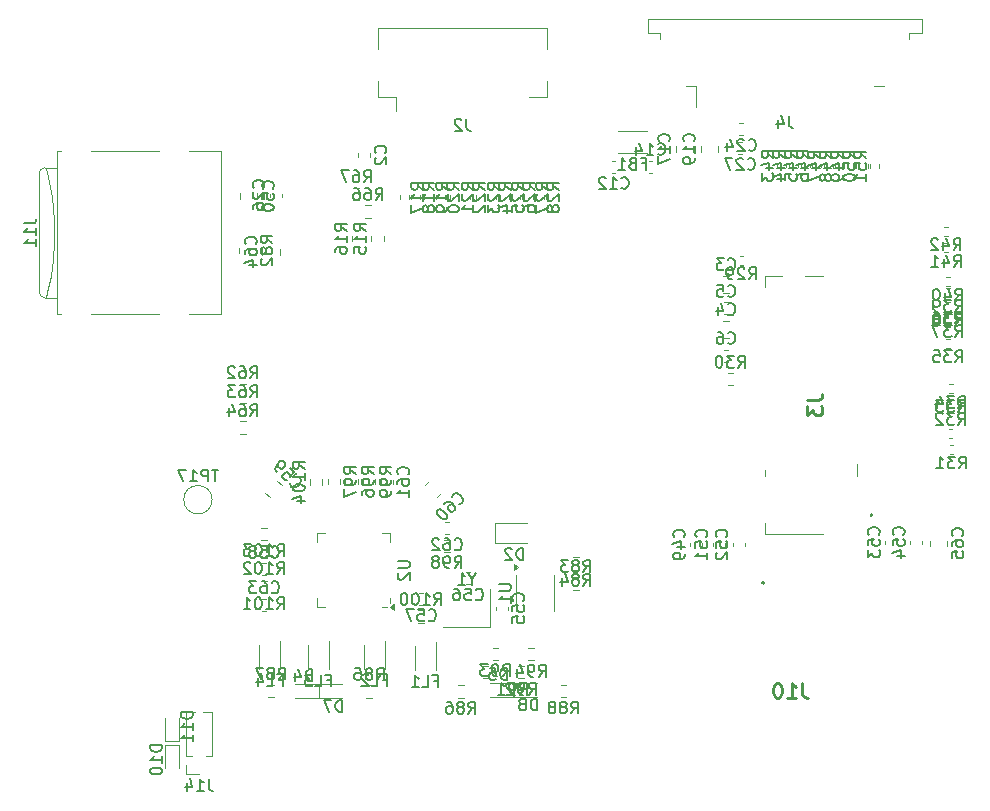
<source format=gbr>
%TF.GenerationSoftware,KiCad,Pcbnew,8.0.3*%
%TF.CreationDate,2024-11-01T12:04:32+00:00*%
%TF.ProjectId,CM4RadarBoard,434d3452-6164-4617-9242-6f6172642e6b,rev?*%
%TF.SameCoordinates,Original*%
%TF.FileFunction,Legend,Bot*%
%TF.FilePolarity,Positive*%
%FSLAX46Y46*%
G04 Gerber Fmt 4.6, Leading zero omitted, Abs format (unit mm)*
G04 Created by KiCad (PCBNEW 8.0.3) date 2024-11-01 12:04:32*
%MOMM*%
%LPD*%
G01*
G04 APERTURE LIST*
%ADD10C,0.254000*%
%ADD11C,0.150000*%
%ADD12C,0.200000*%
%ADD13C,0.100000*%
%ADD14C,0.120000*%
G04 APERTURE END LIST*
D10*
X98878094Y-92016318D02*
X98878094Y-92923461D01*
X98878094Y-92923461D02*
X98938571Y-93104889D01*
X98938571Y-93104889D02*
X99059523Y-93225842D01*
X99059523Y-93225842D02*
X99240952Y-93286318D01*
X99240952Y-93286318D02*
X99361904Y-93286318D01*
X97608094Y-93286318D02*
X98333809Y-93286318D01*
X97970952Y-93286318D02*
X97970952Y-92016318D01*
X97970952Y-92016318D02*
X98091904Y-92197746D01*
X98091904Y-92197746D02*
X98212856Y-92318699D01*
X98212856Y-92318699D02*
X98333809Y-92379175D01*
X96821904Y-92016318D02*
X96700951Y-92016318D01*
X96700951Y-92016318D02*
X96579999Y-92076794D01*
X96579999Y-92076794D02*
X96519523Y-92137270D01*
X96519523Y-92137270D02*
X96459047Y-92258222D01*
X96459047Y-92258222D02*
X96398570Y-92500127D01*
X96398570Y-92500127D02*
X96398570Y-92802508D01*
X96398570Y-92802508D02*
X96459047Y-93044413D01*
X96459047Y-93044413D02*
X96519523Y-93165365D01*
X96519523Y-93165365D02*
X96579999Y-93225842D01*
X96579999Y-93225842D02*
X96700951Y-93286318D01*
X96700951Y-93286318D02*
X96821904Y-93286318D01*
X96821904Y-93286318D02*
X96942856Y-93225842D01*
X96942856Y-93225842D02*
X97003332Y-93165365D01*
X97003332Y-93165365D02*
X97063809Y-93044413D01*
X97063809Y-93044413D02*
X97124285Y-92802508D01*
X97124285Y-92802508D02*
X97124285Y-92500127D01*
X97124285Y-92500127D02*
X97063809Y-92258222D01*
X97063809Y-92258222D02*
X97003332Y-92137270D01*
X97003332Y-92137270D02*
X96942856Y-92076794D01*
X96942856Y-92076794D02*
X96821904Y-92016318D01*
X99304318Y-68076667D02*
X100211461Y-68076667D01*
X100211461Y-68076667D02*
X100392889Y-68016190D01*
X100392889Y-68016190D02*
X100513842Y-67895238D01*
X100513842Y-67895238D02*
X100574318Y-67713809D01*
X100574318Y-67713809D02*
X100574318Y-67592857D01*
X99304318Y-68560476D02*
X99304318Y-69346667D01*
X99304318Y-69346667D02*
X99788127Y-68923333D01*
X99788127Y-68923333D02*
X99788127Y-69104762D01*
X99788127Y-69104762D02*
X99848603Y-69225714D01*
X99848603Y-69225714D02*
X99909080Y-69286190D01*
X99909080Y-69286190D02*
X100030032Y-69346667D01*
X100030032Y-69346667D02*
X100332413Y-69346667D01*
X100332413Y-69346667D02*
X100453365Y-69286190D01*
X100453365Y-69286190D02*
X100513842Y-69225714D01*
X100513842Y-69225714D02*
X100574318Y-69104762D01*
X100574318Y-69104762D02*
X100574318Y-68741905D01*
X100574318Y-68741905D02*
X100513842Y-68620952D01*
X100513842Y-68620952D02*
X100453365Y-68560476D01*
D11*
X101334819Y-47597142D02*
X100858628Y-47263809D01*
X101334819Y-47025714D02*
X100334819Y-47025714D01*
X100334819Y-47025714D02*
X100334819Y-47406666D01*
X100334819Y-47406666D02*
X100382438Y-47501904D01*
X100382438Y-47501904D02*
X100430057Y-47549523D01*
X100430057Y-47549523D02*
X100525295Y-47597142D01*
X100525295Y-47597142D02*
X100668152Y-47597142D01*
X100668152Y-47597142D02*
X100763390Y-47549523D01*
X100763390Y-47549523D02*
X100811009Y-47501904D01*
X100811009Y-47501904D02*
X100858628Y-47406666D01*
X100858628Y-47406666D02*
X100858628Y-47025714D01*
X100668152Y-48454285D02*
X101334819Y-48454285D01*
X100287200Y-48216190D02*
X101001485Y-47978095D01*
X101001485Y-47978095D02*
X101001485Y-48597142D01*
X100763390Y-49120952D02*
X100715771Y-49025714D01*
X100715771Y-49025714D02*
X100668152Y-48978095D01*
X100668152Y-48978095D02*
X100572914Y-48930476D01*
X100572914Y-48930476D02*
X100525295Y-48930476D01*
X100525295Y-48930476D02*
X100430057Y-48978095D01*
X100430057Y-48978095D02*
X100382438Y-49025714D01*
X100382438Y-49025714D02*
X100334819Y-49120952D01*
X100334819Y-49120952D02*
X100334819Y-49311428D01*
X100334819Y-49311428D02*
X100382438Y-49406666D01*
X100382438Y-49406666D02*
X100430057Y-49454285D01*
X100430057Y-49454285D02*
X100525295Y-49501904D01*
X100525295Y-49501904D02*
X100572914Y-49501904D01*
X100572914Y-49501904D02*
X100668152Y-49454285D01*
X100668152Y-49454285D02*
X100715771Y-49406666D01*
X100715771Y-49406666D02*
X100763390Y-49311428D01*
X100763390Y-49311428D02*
X100763390Y-49120952D01*
X100763390Y-49120952D02*
X100811009Y-49025714D01*
X100811009Y-49025714D02*
X100858628Y-48978095D01*
X100858628Y-48978095D02*
X100953866Y-48930476D01*
X100953866Y-48930476D02*
X101144342Y-48930476D01*
X101144342Y-48930476D02*
X101239580Y-48978095D01*
X101239580Y-48978095D02*
X101287200Y-49025714D01*
X101287200Y-49025714D02*
X101334819Y-49120952D01*
X101334819Y-49120952D02*
X101334819Y-49311428D01*
X101334819Y-49311428D02*
X101287200Y-49406666D01*
X101287200Y-49406666D02*
X101239580Y-49454285D01*
X101239580Y-49454285D02*
X101144342Y-49501904D01*
X101144342Y-49501904D02*
X100953866Y-49501904D01*
X100953866Y-49501904D02*
X100858628Y-49454285D01*
X100858628Y-49454285D02*
X100811009Y-49406666D01*
X100811009Y-49406666D02*
X100763390Y-49311428D01*
X97414819Y-47577142D02*
X96938628Y-47243809D01*
X97414819Y-47005714D02*
X96414819Y-47005714D01*
X96414819Y-47005714D02*
X96414819Y-47386666D01*
X96414819Y-47386666D02*
X96462438Y-47481904D01*
X96462438Y-47481904D02*
X96510057Y-47529523D01*
X96510057Y-47529523D02*
X96605295Y-47577142D01*
X96605295Y-47577142D02*
X96748152Y-47577142D01*
X96748152Y-47577142D02*
X96843390Y-47529523D01*
X96843390Y-47529523D02*
X96891009Y-47481904D01*
X96891009Y-47481904D02*
X96938628Y-47386666D01*
X96938628Y-47386666D02*
X96938628Y-47005714D01*
X96748152Y-48434285D02*
X97414819Y-48434285D01*
X96367200Y-48196190D02*
X97081485Y-47958095D01*
X97081485Y-47958095D02*
X97081485Y-48577142D01*
X96748152Y-49386666D02*
X97414819Y-49386666D01*
X96367200Y-49148571D02*
X97081485Y-48910476D01*
X97081485Y-48910476D02*
X97081485Y-49529523D01*
X55488245Y-75120891D02*
X55488245Y-75188235D01*
X55488245Y-75188235D02*
X55555589Y-75322922D01*
X55555589Y-75322922D02*
X55622932Y-75390265D01*
X55622932Y-75390265D02*
X55757619Y-75457609D01*
X55757619Y-75457609D02*
X55892306Y-75457609D01*
X55892306Y-75457609D02*
X55993321Y-75423937D01*
X55993321Y-75423937D02*
X56161680Y-75322922D01*
X56161680Y-75322922D02*
X56262695Y-75221907D01*
X56262695Y-75221907D02*
X56363711Y-75053548D01*
X56363711Y-75053548D02*
X56397382Y-74952533D01*
X56397382Y-74952533D02*
X56397382Y-74817846D01*
X56397382Y-74817846D02*
X56330039Y-74683159D01*
X56330039Y-74683159D02*
X56262695Y-74615815D01*
X56262695Y-74615815D02*
X56128008Y-74548472D01*
X56128008Y-74548472D02*
X56060665Y-74548472D01*
X55488245Y-73841365D02*
X55824963Y-74178082D01*
X55824963Y-74178082D02*
X55521917Y-74548472D01*
X55521917Y-74548472D02*
X55521917Y-74481128D01*
X55521917Y-74481128D02*
X55488245Y-74380113D01*
X55488245Y-74380113D02*
X55319886Y-74211754D01*
X55319886Y-74211754D02*
X55218871Y-74178082D01*
X55218871Y-74178082D02*
X55151528Y-74178082D01*
X55151528Y-74178082D02*
X55050512Y-74211754D01*
X55050512Y-74211754D02*
X54882154Y-74380113D01*
X54882154Y-74380113D02*
X54848482Y-74481128D01*
X54848482Y-74481128D02*
X54848482Y-74548472D01*
X54848482Y-74548472D02*
X54882154Y-74649487D01*
X54882154Y-74649487D02*
X55050512Y-74817846D01*
X55050512Y-74817846D02*
X55151528Y-74851517D01*
X55151528Y-74851517D02*
X55218871Y-74851517D01*
X54410749Y-74178082D02*
X54276062Y-74043395D01*
X54276062Y-74043395D02*
X54242390Y-73942380D01*
X54242390Y-73942380D02*
X54242390Y-73875036D01*
X54242390Y-73875036D02*
X54276062Y-73706678D01*
X54276062Y-73706678D02*
X54377077Y-73538319D01*
X54377077Y-73538319D02*
X54646451Y-73268945D01*
X54646451Y-73268945D02*
X54747466Y-73235273D01*
X54747466Y-73235273D02*
X54814810Y-73235273D01*
X54814810Y-73235273D02*
X54915825Y-73268945D01*
X54915825Y-73268945D02*
X55050512Y-73403632D01*
X55050512Y-73403632D02*
X55084184Y-73504647D01*
X55084184Y-73504647D02*
X55084184Y-73571991D01*
X55084184Y-73571991D02*
X55050512Y-73673006D01*
X55050512Y-73673006D02*
X54882153Y-73841365D01*
X54882153Y-73841365D02*
X54781138Y-73875036D01*
X54781138Y-73875036D02*
X54713795Y-73875036D01*
X54713795Y-73875036D02*
X54612779Y-73841365D01*
X54612779Y-73841365D02*
X54478092Y-73706678D01*
X54478092Y-73706678D02*
X54444421Y-73605662D01*
X54444421Y-73605662D02*
X54444421Y-73538319D01*
X54444421Y-73538319D02*
X54478092Y-73437304D01*
X94356857Y-57844819D02*
X94690190Y-57368628D01*
X94928285Y-57844819D02*
X94928285Y-56844819D01*
X94928285Y-56844819D02*
X94547333Y-56844819D01*
X94547333Y-56844819D02*
X94452095Y-56892438D01*
X94452095Y-56892438D02*
X94404476Y-56940057D01*
X94404476Y-56940057D02*
X94356857Y-57035295D01*
X94356857Y-57035295D02*
X94356857Y-57178152D01*
X94356857Y-57178152D02*
X94404476Y-57273390D01*
X94404476Y-57273390D02*
X94452095Y-57321009D01*
X94452095Y-57321009D02*
X94547333Y-57368628D01*
X94547333Y-57368628D02*
X94928285Y-57368628D01*
X93975904Y-56940057D02*
X93928285Y-56892438D01*
X93928285Y-56892438D02*
X93833047Y-56844819D01*
X93833047Y-56844819D02*
X93594952Y-56844819D01*
X93594952Y-56844819D02*
X93499714Y-56892438D01*
X93499714Y-56892438D02*
X93452095Y-56940057D01*
X93452095Y-56940057D02*
X93404476Y-57035295D01*
X93404476Y-57035295D02*
X93404476Y-57130533D01*
X93404476Y-57130533D02*
X93452095Y-57273390D01*
X93452095Y-57273390D02*
X94023523Y-57844819D01*
X94023523Y-57844819D02*
X93404476Y-57844819D01*
X92928285Y-57844819D02*
X92737809Y-57844819D01*
X92737809Y-57844819D02*
X92642571Y-57797200D01*
X92642571Y-57797200D02*
X92594952Y-57749580D01*
X92594952Y-57749580D02*
X92499714Y-57606723D01*
X92499714Y-57606723D02*
X92452095Y-57416247D01*
X92452095Y-57416247D02*
X92452095Y-57035295D01*
X92452095Y-57035295D02*
X92499714Y-56940057D01*
X92499714Y-56940057D02*
X92547333Y-56892438D01*
X92547333Y-56892438D02*
X92642571Y-56844819D01*
X92642571Y-56844819D02*
X92833047Y-56844819D01*
X92833047Y-56844819D02*
X92928285Y-56892438D01*
X92928285Y-56892438D02*
X92975904Y-56940057D01*
X92975904Y-56940057D02*
X93023523Y-57035295D01*
X93023523Y-57035295D02*
X93023523Y-57273390D01*
X93023523Y-57273390D02*
X92975904Y-57368628D01*
X92975904Y-57368628D02*
X92928285Y-57416247D01*
X92928285Y-57416247D02*
X92833047Y-57463866D01*
X92833047Y-57463866D02*
X92642571Y-57463866D01*
X92642571Y-57463866D02*
X92547333Y-57416247D01*
X92547333Y-57416247D02*
X92499714Y-57368628D01*
X92499714Y-57368628D02*
X92452095Y-57273390D01*
X86642857Y-47229580D02*
X86690476Y-47277200D01*
X86690476Y-47277200D02*
X86833333Y-47324819D01*
X86833333Y-47324819D02*
X86928571Y-47324819D01*
X86928571Y-47324819D02*
X87071428Y-47277200D01*
X87071428Y-47277200D02*
X87166666Y-47181961D01*
X87166666Y-47181961D02*
X87214285Y-47086723D01*
X87214285Y-47086723D02*
X87261904Y-46896247D01*
X87261904Y-46896247D02*
X87261904Y-46753390D01*
X87261904Y-46753390D02*
X87214285Y-46562914D01*
X87214285Y-46562914D02*
X87166666Y-46467676D01*
X87166666Y-46467676D02*
X87071428Y-46372438D01*
X87071428Y-46372438D02*
X86928571Y-46324819D01*
X86928571Y-46324819D02*
X86833333Y-46324819D01*
X86833333Y-46324819D02*
X86690476Y-46372438D01*
X86690476Y-46372438D02*
X86642857Y-46420057D01*
X85690476Y-47324819D02*
X86261904Y-47324819D01*
X85976190Y-47324819D02*
X85976190Y-46324819D01*
X85976190Y-46324819D02*
X86071428Y-46467676D01*
X86071428Y-46467676D02*
X86166666Y-46562914D01*
X86166666Y-46562914D02*
X86261904Y-46610533D01*
X84833333Y-46658152D02*
X84833333Y-47324819D01*
X85071428Y-46277200D02*
X85309523Y-46991485D01*
X85309523Y-46991485D02*
X84690476Y-46991485D01*
X76438094Y-94344819D02*
X76438094Y-93344819D01*
X76438094Y-93344819D02*
X76199999Y-93344819D01*
X76199999Y-93344819D02*
X76057142Y-93392438D01*
X76057142Y-93392438D02*
X75961904Y-93487676D01*
X75961904Y-93487676D02*
X75914285Y-93582914D01*
X75914285Y-93582914D02*
X75866666Y-93773390D01*
X75866666Y-93773390D02*
X75866666Y-93916247D01*
X75866666Y-93916247D02*
X75914285Y-94106723D01*
X75914285Y-94106723D02*
X75961904Y-94201961D01*
X75961904Y-94201961D02*
X76057142Y-94297200D01*
X76057142Y-94297200D02*
X76199999Y-94344819D01*
X76199999Y-94344819D02*
X76438094Y-94344819D01*
X75295237Y-93773390D02*
X75390475Y-93725771D01*
X75390475Y-93725771D02*
X75438094Y-93678152D01*
X75438094Y-93678152D02*
X75485713Y-93582914D01*
X75485713Y-93582914D02*
X75485713Y-93535295D01*
X75485713Y-93535295D02*
X75438094Y-93440057D01*
X75438094Y-93440057D02*
X75390475Y-93392438D01*
X75390475Y-93392438D02*
X75295237Y-93344819D01*
X75295237Y-93344819D02*
X75104761Y-93344819D01*
X75104761Y-93344819D02*
X75009523Y-93392438D01*
X75009523Y-93392438D02*
X74961904Y-93440057D01*
X74961904Y-93440057D02*
X74914285Y-93535295D01*
X74914285Y-93535295D02*
X74914285Y-93582914D01*
X74914285Y-93582914D02*
X74961904Y-93678152D01*
X74961904Y-93678152D02*
X75009523Y-93725771D01*
X75009523Y-93725771D02*
X75104761Y-93773390D01*
X75104761Y-93773390D02*
X75295237Y-93773390D01*
X75295237Y-93773390D02*
X75390475Y-93821009D01*
X75390475Y-93821009D02*
X75438094Y-93868628D01*
X75438094Y-93868628D02*
X75485713Y-93963866D01*
X75485713Y-93963866D02*
X75485713Y-94154342D01*
X75485713Y-94154342D02*
X75438094Y-94249580D01*
X75438094Y-94249580D02*
X75390475Y-94297200D01*
X75390475Y-94297200D02*
X75295237Y-94344819D01*
X75295237Y-94344819D02*
X75104761Y-94344819D01*
X75104761Y-94344819D02*
X75009523Y-94297200D01*
X75009523Y-94297200D02*
X74961904Y-94249580D01*
X74961904Y-94249580D02*
X74914285Y-94154342D01*
X74914285Y-94154342D02*
X74914285Y-93963866D01*
X74914285Y-93963866D02*
X74961904Y-93868628D01*
X74961904Y-93868628D02*
X75009523Y-93821009D01*
X75009523Y-93821009D02*
X75104761Y-93773390D01*
X112409580Y-79557142D02*
X112457200Y-79509523D01*
X112457200Y-79509523D02*
X112504819Y-79366666D01*
X112504819Y-79366666D02*
X112504819Y-79271428D01*
X112504819Y-79271428D02*
X112457200Y-79128571D01*
X112457200Y-79128571D02*
X112361961Y-79033333D01*
X112361961Y-79033333D02*
X112266723Y-78985714D01*
X112266723Y-78985714D02*
X112076247Y-78938095D01*
X112076247Y-78938095D02*
X111933390Y-78938095D01*
X111933390Y-78938095D02*
X111742914Y-78985714D01*
X111742914Y-78985714D02*
X111647676Y-79033333D01*
X111647676Y-79033333D02*
X111552438Y-79128571D01*
X111552438Y-79128571D02*
X111504819Y-79271428D01*
X111504819Y-79271428D02*
X111504819Y-79366666D01*
X111504819Y-79366666D02*
X111552438Y-79509523D01*
X111552438Y-79509523D02*
X111600057Y-79557142D01*
X111504819Y-80414285D02*
X111504819Y-80223809D01*
X111504819Y-80223809D02*
X111552438Y-80128571D01*
X111552438Y-80128571D02*
X111600057Y-80080952D01*
X111600057Y-80080952D02*
X111742914Y-79985714D01*
X111742914Y-79985714D02*
X111933390Y-79938095D01*
X111933390Y-79938095D02*
X112314342Y-79938095D01*
X112314342Y-79938095D02*
X112409580Y-79985714D01*
X112409580Y-79985714D02*
X112457200Y-80033333D01*
X112457200Y-80033333D02*
X112504819Y-80128571D01*
X112504819Y-80128571D02*
X112504819Y-80319047D01*
X112504819Y-80319047D02*
X112457200Y-80414285D01*
X112457200Y-80414285D02*
X112409580Y-80461904D01*
X112409580Y-80461904D02*
X112314342Y-80509523D01*
X112314342Y-80509523D02*
X112076247Y-80509523D01*
X112076247Y-80509523D02*
X111981009Y-80461904D01*
X111981009Y-80461904D02*
X111933390Y-80414285D01*
X111933390Y-80414285D02*
X111885771Y-80319047D01*
X111885771Y-80319047D02*
X111885771Y-80128571D01*
X111885771Y-80128571D02*
X111933390Y-80033333D01*
X111933390Y-80033333D02*
X111981009Y-79985714D01*
X111981009Y-79985714D02*
X112076247Y-79938095D01*
X111504819Y-81414285D02*
X111504819Y-80938095D01*
X111504819Y-80938095D02*
X111981009Y-80890476D01*
X111981009Y-80890476D02*
X111933390Y-80938095D01*
X111933390Y-80938095D02*
X111885771Y-81033333D01*
X111885771Y-81033333D02*
X111885771Y-81271428D01*
X111885771Y-81271428D02*
X111933390Y-81366666D01*
X111933390Y-81366666D02*
X111981009Y-81414285D01*
X111981009Y-81414285D02*
X112076247Y-81461904D01*
X112076247Y-81461904D02*
X112314342Y-81461904D01*
X112314342Y-81461904D02*
X112409580Y-81414285D01*
X112409580Y-81414285D02*
X112457200Y-81366666D01*
X112457200Y-81366666D02*
X112504819Y-81271428D01*
X112504819Y-81271428D02*
X112504819Y-81033333D01*
X112504819Y-81033333D02*
X112457200Y-80938095D01*
X112457200Y-80938095D02*
X112409580Y-80890476D01*
X75002857Y-93004819D02*
X75336190Y-92528628D01*
X75574285Y-93004819D02*
X75574285Y-92004819D01*
X75574285Y-92004819D02*
X75193333Y-92004819D01*
X75193333Y-92004819D02*
X75098095Y-92052438D01*
X75098095Y-92052438D02*
X75050476Y-92100057D01*
X75050476Y-92100057D02*
X75002857Y-92195295D01*
X75002857Y-92195295D02*
X75002857Y-92338152D01*
X75002857Y-92338152D02*
X75050476Y-92433390D01*
X75050476Y-92433390D02*
X75098095Y-92481009D01*
X75098095Y-92481009D02*
X75193333Y-92528628D01*
X75193333Y-92528628D02*
X75574285Y-92528628D01*
X74526666Y-93004819D02*
X74336190Y-93004819D01*
X74336190Y-93004819D02*
X74240952Y-92957200D01*
X74240952Y-92957200D02*
X74193333Y-92909580D01*
X74193333Y-92909580D02*
X74098095Y-92766723D01*
X74098095Y-92766723D02*
X74050476Y-92576247D01*
X74050476Y-92576247D02*
X74050476Y-92195295D01*
X74050476Y-92195295D02*
X74098095Y-92100057D01*
X74098095Y-92100057D02*
X74145714Y-92052438D01*
X74145714Y-92052438D02*
X74240952Y-92004819D01*
X74240952Y-92004819D02*
X74431428Y-92004819D01*
X74431428Y-92004819D02*
X74526666Y-92052438D01*
X74526666Y-92052438D02*
X74574285Y-92100057D01*
X74574285Y-92100057D02*
X74621904Y-92195295D01*
X74621904Y-92195295D02*
X74621904Y-92433390D01*
X74621904Y-92433390D02*
X74574285Y-92528628D01*
X74574285Y-92528628D02*
X74526666Y-92576247D01*
X74526666Y-92576247D02*
X74431428Y-92623866D01*
X74431428Y-92623866D02*
X74240952Y-92623866D01*
X74240952Y-92623866D02*
X74145714Y-92576247D01*
X74145714Y-92576247D02*
X74098095Y-92528628D01*
X74098095Y-92528628D02*
X74050476Y-92433390D01*
X73098095Y-93004819D02*
X73669523Y-93004819D01*
X73383809Y-93004819D02*
X73383809Y-92004819D01*
X73383809Y-92004819D02*
X73479047Y-92147676D01*
X73479047Y-92147676D02*
X73574285Y-92242914D01*
X73574285Y-92242914D02*
X73669523Y-92290533D01*
X105329580Y-79457142D02*
X105377200Y-79409523D01*
X105377200Y-79409523D02*
X105424819Y-79266666D01*
X105424819Y-79266666D02*
X105424819Y-79171428D01*
X105424819Y-79171428D02*
X105377200Y-79028571D01*
X105377200Y-79028571D02*
X105281961Y-78933333D01*
X105281961Y-78933333D02*
X105186723Y-78885714D01*
X105186723Y-78885714D02*
X104996247Y-78838095D01*
X104996247Y-78838095D02*
X104853390Y-78838095D01*
X104853390Y-78838095D02*
X104662914Y-78885714D01*
X104662914Y-78885714D02*
X104567676Y-78933333D01*
X104567676Y-78933333D02*
X104472438Y-79028571D01*
X104472438Y-79028571D02*
X104424819Y-79171428D01*
X104424819Y-79171428D02*
X104424819Y-79266666D01*
X104424819Y-79266666D02*
X104472438Y-79409523D01*
X104472438Y-79409523D02*
X104520057Y-79457142D01*
X104424819Y-80361904D02*
X104424819Y-79885714D01*
X104424819Y-79885714D02*
X104901009Y-79838095D01*
X104901009Y-79838095D02*
X104853390Y-79885714D01*
X104853390Y-79885714D02*
X104805771Y-79980952D01*
X104805771Y-79980952D02*
X104805771Y-80219047D01*
X104805771Y-80219047D02*
X104853390Y-80314285D01*
X104853390Y-80314285D02*
X104901009Y-80361904D01*
X104901009Y-80361904D02*
X104996247Y-80409523D01*
X104996247Y-80409523D02*
X105234342Y-80409523D01*
X105234342Y-80409523D02*
X105329580Y-80361904D01*
X105329580Y-80361904D02*
X105377200Y-80314285D01*
X105377200Y-80314285D02*
X105424819Y-80219047D01*
X105424819Y-80219047D02*
X105424819Y-79980952D01*
X105424819Y-79980952D02*
X105377200Y-79885714D01*
X105377200Y-79885714D02*
X105329580Y-79838095D01*
X104424819Y-80742857D02*
X104424819Y-81361904D01*
X104424819Y-81361904D02*
X104805771Y-81028571D01*
X104805771Y-81028571D02*
X104805771Y-81171428D01*
X104805771Y-81171428D02*
X104853390Y-81266666D01*
X104853390Y-81266666D02*
X104901009Y-81314285D01*
X104901009Y-81314285D02*
X104996247Y-81361904D01*
X104996247Y-81361904D02*
X105234342Y-81361904D01*
X105234342Y-81361904D02*
X105329580Y-81314285D01*
X105329580Y-81314285D02*
X105377200Y-81266666D01*
X105377200Y-81266666D02*
X105424819Y-81171428D01*
X105424819Y-81171428D02*
X105424819Y-80885714D01*
X105424819Y-80885714D02*
X105377200Y-80790476D01*
X105377200Y-80790476D02*
X105329580Y-80742857D01*
X69442857Y-82284819D02*
X69776190Y-81808628D01*
X70014285Y-82284819D02*
X70014285Y-81284819D01*
X70014285Y-81284819D02*
X69633333Y-81284819D01*
X69633333Y-81284819D02*
X69538095Y-81332438D01*
X69538095Y-81332438D02*
X69490476Y-81380057D01*
X69490476Y-81380057D02*
X69442857Y-81475295D01*
X69442857Y-81475295D02*
X69442857Y-81618152D01*
X69442857Y-81618152D02*
X69490476Y-81713390D01*
X69490476Y-81713390D02*
X69538095Y-81761009D01*
X69538095Y-81761009D02*
X69633333Y-81808628D01*
X69633333Y-81808628D02*
X70014285Y-81808628D01*
X68966666Y-82284819D02*
X68776190Y-82284819D01*
X68776190Y-82284819D02*
X68680952Y-82237200D01*
X68680952Y-82237200D02*
X68633333Y-82189580D01*
X68633333Y-82189580D02*
X68538095Y-82046723D01*
X68538095Y-82046723D02*
X68490476Y-81856247D01*
X68490476Y-81856247D02*
X68490476Y-81475295D01*
X68490476Y-81475295D02*
X68538095Y-81380057D01*
X68538095Y-81380057D02*
X68585714Y-81332438D01*
X68585714Y-81332438D02*
X68680952Y-81284819D01*
X68680952Y-81284819D02*
X68871428Y-81284819D01*
X68871428Y-81284819D02*
X68966666Y-81332438D01*
X68966666Y-81332438D02*
X69014285Y-81380057D01*
X69014285Y-81380057D02*
X69061904Y-81475295D01*
X69061904Y-81475295D02*
X69061904Y-81713390D01*
X69061904Y-81713390D02*
X69014285Y-81808628D01*
X69014285Y-81808628D02*
X68966666Y-81856247D01*
X68966666Y-81856247D02*
X68871428Y-81903866D01*
X68871428Y-81903866D02*
X68680952Y-81903866D01*
X68680952Y-81903866D02*
X68585714Y-81856247D01*
X68585714Y-81856247D02*
X68538095Y-81808628D01*
X68538095Y-81808628D02*
X68490476Y-81713390D01*
X67919047Y-81713390D02*
X68014285Y-81665771D01*
X68014285Y-81665771D02*
X68061904Y-81618152D01*
X68061904Y-81618152D02*
X68109523Y-81522914D01*
X68109523Y-81522914D02*
X68109523Y-81475295D01*
X68109523Y-81475295D02*
X68061904Y-81380057D01*
X68061904Y-81380057D02*
X68014285Y-81332438D01*
X68014285Y-81332438D02*
X67919047Y-81284819D01*
X67919047Y-81284819D02*
X67728571Y-81284819D01*
X67728571Y-81284819D02*
X67633333Y-81332438D01*
X67633333Y-81332438D02*
X67585714Y-81380057D01*
X67585714Y-81380057D02*
X67538095Y-81475295D01*
X67538095Y-81475295D02*
X67538095Y-81522914D01*
X67538095Y-81522914D02*
X67585714Y-81618152D01*
X67585714Y-81618152D02*
X67633333Y-81665771D01*
X67633333Y-81665771D02*
X67728571Y-81713390D01*
X67728571Y-81713390D02*
X67919047Y-81713390D01*
X67919047Y-81713390D02*
X68014285Y-81761009D01*
X68014285Y-81761009D02*
X68061904Y-81808628D01*
X68061904Y-81808628D02*
X68109523Y-81903866D01*
X68109523Y-81903866D02*
X68109523Y-82094342D01*
X68109523Y-82094342D02*
X68061904Y-82189580D01*
X68061904Y-82189580D02*
X68014285Y-82237200D01*
X68014285Y-82237200D02*
X67919047Y-82284819D01*
X67919047Y-82284819D02*
X67728571Y-82284819D01*
X67728571Y-82284819D02*
X67633333Y-82237200D01*
X67633333Y-82237200D02*
X67585714Y-82189580D01*
X67585714Y-82189580D02*
X67538095Y-82094342D01*
X67538095Y-82094342D02*
X67538095Y-81903866D01*
X67538095Y-81903866D02*
X67585714Y-81808628D01*
X67585714Y-81808628D02*
X67633333Y-81761009D01*
X67633333Y-81761009D02*
X67728571Y-81713390D01*
X54538095Y-91731009D02*
X54871428Y-91731009D01*
X54871428Y-92254819D02*
X54871428Y-91254819D01*
X54871428Y-91254819D02*
X54395238Y-91254819D01*
X53538095Y-92254819D02*
X54014285Y-92254819D01*
X54014285Y-92254819D02*
X54014285Y-91254819D01*
X52776190Y-91588152D02*
X52776190Y-92254819D01*
X53014285Y-91207200D02*
X53252380Y-91921485D01*
X53252380Y-91921485D02*
X52633333Y-91921485D01*
X70433333Y-44254819D02*
X70433333Y-44969104D01*
X70433333Y-44969104D02*
X70480952Y-45111961D01*
X70480952Y-45111961D02*
X70576190Y-45207200D01*
X70576190Y-45207200D02*
X70719047Y-45254819D01*
X70719047Y-45254819D02*
X70814285Y-45254819D01*
X70004761Y-44350057D02*
X69957142Y-44302438D01*
X69957142Y-44302438D02*
X69861904Y-44254819D01*
X69861904Y-44254819D02*
X69623809Y-44254819D01*
X69623809Y-44254819D02*
X69528571Y-44302438D01*
X69528571Y-44302438D02*
X69480952Y-44350057D01*
X69480952Y-44350057D02*
X69433333Y-44445295D01*
X69433333Y-44445295D02*
X69433333Y-44540533D01*
X69433333Y-44540533D02*
X69480952Y-44683390D01*
X69480952Y-44683390D02*
X70052380Y-45254819D01*
X70052380Y-45254819D02*
X69433333Y-45254819D01*
X65489580Y-74357142D02*
X65537200Y-74309523D01*
X65537200Y-74309523D02*
X65584819Y-74166666D01*
X65584819Y-74166666D02*
X65584819Y-74071428D01*
X65584819Y-74071428D02*
X65537200Y-73928571D01*
X65537200Y-73928571D02*
X65441961Y-73833333D01*
X65441961Y-73833333D02*
X65346723Y-73785714D01*
X65346723Y-73785714D02*
X65156247Y-73738095D01*
X65156247Y-73738095D02*
X65013390Y-73738095D01*
X65013390Y-73738095D02*
X64822914Y-73785714D01*
X64822914Y-73785714D02*
X64727676Y-73833333D01*
X64727676Y-73833333D02*
X64632438Y-73928571D01*
X64632438Y-73928571D02*
X64584819Y-74071428D01*
X64584819Y-74071428D02*
X64584819Y-74166666D01*
X64584819Y-74166666D02*
X64632438Y-74309523D01*
X64632438Y-74309523D02*
X64680057Y-74357142D01*
X64584819Y-75214285D02*
X64584819Y-75023809D01*
X64584819Y-75023809D02*
X64632438Y-74928571D01*
X64632438Y-74928571D02*
X64680057Y-74880952D01*
X64680057Y-74880952D02*
X64822914Y-74785714D01*
X64822914Y-74785714D02*
X65013390Y-74738095D01*
X65013390Y-74738095D02*
X65394342Y-74738095D01*
X65394342Y-74738095D02*
X65489580Y-74785714D01*
X65489580Y-74785714D02*
X65537200Y-74833333D01*
X65537200Y-74833333D02*
X65584819Y-74928571D01*
X65584819Y-74928571D02*
X65584819Y-75119047D01*
X65584819Y-75119047D02*
X65537200Y-75214285D01*
X65537200Y-75214285D02*
X65489580Y-75261904D01*
X65489580Y-75261904D02*
X65394342Y-75309523D01*
X65394342Y-75309523D02*
X65156247Y-75309523D01*
X65156247Y-75309523D02*
X65061009Y-75261904D01*
X65061009Y-75261904D02*
X65013390Y-75214285D01*
X65013390Y-75214285D02*
X64965771Y-75119047D01*
X64965771Y-75119047D02*
X64965771Y-74928571D01*
X64965771Y-74928571D02*
X65013390Y-74833333D01*
X65013390Y-74833333D02*
X65061009Y-74785714D01*
X65061009Y-74785714D02*
X65156247Y-74738095D01*
X65584819Y-76261904D02*
X65584819Y-75690476D01*
X65584819Y-75976190D02*
X64584819Y-75976190D01*
X64584819Y-75976190D02*
X64727676Y-75880952D01*
X64727676Y-75880952D02*
X64822914Y-75785714D01*
X64822914Y-75785714D02*
X64870533Y-75690476D01*
X99394819Y-47577142D02*
X98918628Y-47243809D01*
X99394819Y-47005714D02*
X98394819Y-47005714D01*
X98394819Y-47005714D02*
X98394819Y-47386666D01*
X98394819Y-47386666D02*
X98442438Y-47481904D01*
X98442438Y-47481904D02*
X98490057Y-47529523D01*
X98490057Y-47529523D02*
X98585295Y-47577142D01*
X98585295Y-47577142D02*
X98728152Y-47577142D01*
X98728152Y-47577142D02*
X98823390Y-47529523D01*
X98823390Y-47529523D02*
X98871009Y-47481904D01*
X98871009Y-47481904D02*
X98918628Y-47386666D01*
X98918628Y-47386666D02*
X98918628Y-47005714D01*
X98728152Y-48434285D02*
X99394819Y-48434285D01*
X98347200Y-48196190D02*
X99061485Y-47958095D01*
X99061485Y-47958095D02*
X99061485Y-48577142D01*
X98394819Y-49386666D02*
X98394819Y-49196190D01*
X98394819Y-49196190D02*
X98442438Y-49100952D01*
X98442438Y-49100952D02*
X98490057Y-49053333D01*
X98490057Y-49053333D02*
X98632914Y-48958095D01*
X98632914Y-48958095D02*
X98823390Y-48910476D01*
X98823390Y-48910476D02*
X99204342Y-48910476D01*
X99204342Y-48910476D02*
X99299580Y-48958095D01*
X99299580Y-48958095D02*
X99347200Y-49005714D01*
X99347200Y-49005714D02*
X99394819Y-49100952D01*
X99394819Y-49100952D02*
X99394819Y-49291428D01*
X99394819Y-49291428D02*
X99347200Y-49386666D01*
X99347200Y-49386666D02*
X99299580Y-49434285D01*
X99299580Y-49434285D02*
X99204342Y-49481904D01*
X99204342Y-49481904D02*
X98966247Y-49481904D01*
X98966247Y-49481904D02*
X98871009Y-49434285D01*
X98871009Y-49434285D02*
X98823390Y-49386666D01*
X98823390Y-49386666D02*
X98775771Y-49291428D01*
X98775771Y-49291428D02*
X98775771Y-49100952D01*
X98775771Y-49100952D02*
X98823390Y-49005714D01*
X98823390Y-49005714D02*
X98871009Y-48958095D01*
X98871009Y-48958095D02*
X98966247Y-48910476D01*
X47254819Y-94485714D02*
X46254819Y-94485714D01*
X46254819Y-94485714D02*
X46254819Y-94723809D01*
X46254819Y-94723809D02*
X46302438Y-94866666D01*
X46302438Y-94866666D02*
X46397676Y-94961904D01*
X46397676Y-94961904D02*
X46492914Y-95009523D01*
X46492914Y-95009523D02*
X46683390Y-95057142D01*
X46683390Y-95057142D02*
X46826247Y-95057142D01*
X46826247Y-95057142D02*
X47016723Y-95009523D01*
X47016723Y-95009523D02*
X47111961Y-94961904D01*
X47111961Y-94961904D02*
X47207200Y-94866666D01*
X47207200Y-94866666D02*
X47254819Y-94723809D01*
X47254819Y-94723809D02*
X47254819Y-94485714D01*
X47254819Y-96009523D02*
X47254819Y-95438095D01*
X47254819Y-95723809D02*
X46254819Y-95723809D01*
X46254819Y-95723809D02*
X46397676Y-95628571D01*
X46397676Y-95628571D02*
X46492914Y-95533333D01*
X46492914Y-95533333D02*
X46540533Y-95438095D01*
X47254819Y-96961904D02*
X47254819Y-96390476D01*
X47254819Y-96676190D02*
X46254819Y-96676190D01*
X46254819Y-96676190D02*
X46397676Y-96580952D01*
X46397676Y-96580952D02*
X46492914Y-96485714D01*
X46492914Y-96485714D02*
X46540533Y-96390476D01*
X92566666Y-56979580D02*
X92614285Y-57027200D01*
X92614285Y-57027200D02*
X92757142Y-57074819D01*
X92757142Y-57074819D02*
X92852380Y-57074819D01*
X92852380Y-57074819D02*
X92995237Y-57027200D01*
X92995237Y-57027200D02*
X93090475Y-56931961D01*
X93090475Y-56931961D02*
X93138094Y-56836723D01*
X93138094Y-56836723D02*
X93185713Y-56646247D01*
X93185713Y-56646247D02*
X93185713Y-56503390D01*
X93185713Y-56503390D02*
X93138094Y-56312914D01*
X93138094Y-56312914D02*
X93090475Y-56217676D01*
X93090475Y-56217676D02*
X92995237Y-56122438D01*
X92995237Y-56122438D02*
X92852380Y-56074819D01*
X92852380Y-56074819D02*
X92757142Y-56074819D01*
X92757142Y-56074819D02*
X92614285Y-56122438D01*
X92614285Y-56122438D02*
X92566666Y-56170057D01*
X92233332Y-56074819D02*
X91614285Y-56074819D01*
X91614285Y-56074819D02*
X91947618Y-56455771D01*
X91947618Y-56455771D02*
X91804761Y-56455771D01*
X91804761Y-56455771D02*
X91709523Y-56503390D01*
X91709523Y-56503390D02*
X91661904Y-56551009D01*
X91661904Y-56551009D02*
X91614285Y-56646247D01*
X91614285Y-56646247D02*
X91614285Y-56884342D01*
X91614285Y-56884342D02*
X91661904Y-56979580D01*
X91661904Y-56979580D02*
X91709523Y-57027200D01*
X91709523Y-57027200D02*
X91804761Y-57074819D01*
X91804761Y-57074819D02*
X92090475Y-57074819D01*
X92090475Y-57074819D02*
X92185713Y-57027200D01*
X92185713Y-57027200D02*
X92233332Y-56979580D01*
X83542857Y-50089580D02*
X83590476Y-50137200D01*
X83590476Y-50137200D02*
X83733333Y-50184819D01*
X83733333Y-50184819D02*
X83828571Y-50184819D01*
X83828571Y-50184819D02*
X83971428Y-50137200D01*
X83971428Y-50137200D02*
X84066666Y-50041961D01*
X84066666Y-50041961D02*
X84114285Y-49946723D01*
X84114285Y-49946723D02*
X84161904Y-49756247D01*
X84161904Y-49756247D02*
X84161904Y-49613390D01*
X84161904Y-49613390D02*
X84114285Y-49422914D01*
X84114285Y-49422914D02*
X84066666Y-49327676D01*
X84066666Y-49327676D02*
X83971428Y-49232438D01*
X83971428Y-49232438D02*
X83828571Y-49184819D01*
X83828571Y-49184819D02*
X83733333Y-49184819D01*
X83733333Y-49184819D02*
X83590476Y-49232438D01*
X83590476Y-49232438D02*
X83542857Y-49280057D01*
X82590476Y-50184819D02*
X83161904Y-50184819D01*
X82876190Y-50184819D02*
X82876190Y-49184819D01*
X82876190Y-49184819D02*
X82971428Y-49327676D01*
X82971428Y-49327676D02*
X83066666Y-49422914D01*
X83066666Y-49422914D02*
X83161904Y-49470533D01*
X82209523Y-49280057D02*
X82161904Y-49232438D01*
X82161904Y-49232438D02*
X82066666Y-49184819D01*
X82066666Y-49184819D02*
X81828571Y-49184819D01*
X81828571Y-49184819D02*
X81733333Y-49232438D01*
X81733333Y-49232438D02*
X81685714Y-49280057D01*
X81685714Y-49280057D02*
X81638095Y-49375295D01*
X81638095Y-49375295D02*
X81638095Y-49470533D01*
X81638095Y-49470533D02*
X81685714Y-49613390D01*
X81685714Y-49613390D02*
X82257142Y-50184819D01*
X82257142Y-50184819D02*
X81638095Y-50184819D01*
X75219580Y-85047142D02*
X75267200Y-84999523D01*
X75267200Y-84999523D02*
X75314819Y-84856666D01*
X75314819Y-84856666D02*
X75314819Y-84761428D01*
X75314819Y-84761428D02*
X75267200Y-84618571D01*
X75267200Y-84618571D02*
X75171961Y-84523333D01*
X75171961Y-84523333D02*
X75076723Y-84475714D01*
X75076723Y-84475714D02*
X74886247Y-84428095D01*
X74886247Y-84428095D02*
X74743390Y-84428095D01*
X74743390Y-84428095D02*
X74552914Y-84475714D01*
X74552914Y-84475714D02*
X74457676Y-84523333D01*
X74457676Y-84523333D02*
X74362438Y-84618571D01*
X74362438Y-84618571D02*
X74314819Y-84761428D01*
X74314819Y-84761428D02*
X74314819Y-84856666D01*
X74314819Y-84856666D02*
X74362438Y-84999523D01*
X74362438Y-84999523D02*
X74410057Y-85047142D01*
X74314819Y-85951904D02*
X74314819Y-85475714D01*
X74314819Y-85475714D02*
X74791009Y-85428095D01*
X74791009Y-85428095D02*
X74743390Y-85475714D01*
X74743390Y-85475714D02*
X74695771Y-85570952D01*
X74695771Y-85570952D02*
X74695771Y-85809047D01*
X74695771Y-85809047D02*
X74743390Y-85904285D01*
X74743390Y-85904285D02*
X74791009Y-85951904D01*
X74791009Y-85951904D02*
X74886247Y-85999523D01*
X74886247Y-85999523D02*
X75124342Y-85999523D01*
X75124342Y-85999523D02*
X75219580Y-85951904D01*
X75219580Y-85951904D02*
X75267200Y-85904285D01*
X75267200Y-85904285D02*
X75314819Y-85809047D01*
X75314819Y-85809047D02*
X75314819Y-85570952D01*
X75314819Y-85570952D02*
X75267200Y-85475714D01*
X75267200Y-85475714D02*
X75219580Y-85428095D01*
X74314819Y-86904285D02*
X74314819Y-86428095D01*
X74314819Y-86428095D02*
X74791009Y-86380476D01*
X74791009Y-86380476D02*
X74743390Y-86428095D01*
X74743390Y-86428095D02*
X74695771Y-86523333D01*
X74695771Y-86523333D02*
X74695771Y-86761428D01*
X74695771Y-86761428D02*
X74743390Y-86856666D01*
X74743390Y-86856666D02*
X74791009Y-86904285D01*
X74791009Y-86904285D02*
X74886247Y-86951904D01*
X74886247Y-86951904D02*
X75124342Y-86951904D01*
X75124342Y-86951904D02*
X75219580Y-86904285D01*
X75219580Y-86904285D02*
X75267200Y-86856666D01*
X75267200Y-86856666D02*
X75314819Y-86761428D01*
X75314819Y-86761428D02*
X75314819Y-86523333D01*
X75314819Y-86523333D02*
X75267200Y-86428095D01*
X75267200Y-86428095D02*
X75219580Y-86380476D01*
X66774819Y-50257142D02*
X66298628Y-49923809D01*
X66774819Y-49685714D02*
X65774819Y-49685714D01*
X65774819Y-49685714D02*
X65774819Y-50066666D01*
X65774819Y-50066666D02*
X65822438Y-50161904D01*
X65822438Y-50161904D02*
X65870057Y-50209523D01*
X65870057Y-50209523D02*
X65965295Y-50257142D01*
X65965295Y-50257142D02*
X66108152Y-50257142D01*
X66108152Y-50257142D02*
X66203390Y-50209523D01*
X66203390Y-50209523D02*
X66251009Y-50161904D01*
X66251009Y-50161904D02*
X66298628Y-50066666D01*
X66298628Y-50066666D02*
X66298628Y-49685714D01*
X66774819Y-51209523D02*
X66774819Y-50638095D01*
X66774819Y-50923809D02*
X65774819Y-50923809D01*
X65774819Y-50923809D02*
X65917676Y-50828571D01*
X65917676Y-50828571D02*
X66012914Y-50733333D01*
X66012914Y-50733333D02*
X66060533Y-50638095D01*
X65774819Y-51542857D02*
X65774819Y-52209523D01*
X65774819Y-52209523D02*
X66774819Y-51780952D01*
X53942857Y-81329580D02*
X53990476Y-81377200D01*
X53990476Y-81377200D02*
X54133333Y-81424819D01*
X54133333Y-81424819D02*
X54228571Y-81424819D01*
X54228571Y-81424819D02*
X54371428Y-81377200D01*
X54371428Y-81377200D02*
X54466666Y-81281961D01*
X54466666Y-81281961D02*
X54514285Y-81186723D01*
X54514285Y-81186723D02*
X54561904Y-80996247D01*
X54561904Y-80996247D02*
X54561904Y-80853390D01*
X54561904Y-80853390D02*
X54514285Y-80662914D01*
X54514285Y-80662914D02*
X54466666Y-80567676D01*
X54466666Y-80567676D02*
X54371428Y-80472438D01*
X54371428Y-80472438D02*
X54228571Y-80424819D01*
X54228571Y-80424819D02*
X54133333Y-80424819D01*
X54133333Y-80424819D02*
X53990476Y-80472438D01*
X53990476Y-80472438D02*
X53942857Y-80520057D01*
X53038095Y-80424819D02*
X53514285Y-80424819D01*
X53514285Y-80424819D02*
X53561904Y-80901009D01*
X53561904Y-80901009D02*
X53514285Y-80853390D01*
X53514285Y-80853390D02*
X53419047Y-80805771D01*
X53419047Y-80805771D02*
X53180952Y-80805771D01*
X53180952Y-80805771D02*
X53085714Y-80853390D01*
X53085714Y-80853390D02*
X53038095Y-80901009D01*
X53038095Y-80901009D02*
X52990476Y-80996247D01*
X52990476Y-80996247D02*
X52990476Y-81234342D01*
X52990476Y-81234342D02*
X53038095Y-81329580D01*
X53038095Y-81329580D02*
X53085714Y-81377200D01*
X53085714Y-81377200D02*
X53180952Y-81424819D01*
X53180952Y-81424819D02*
X53419047Y-81424819D01*
X53419047Y-81424819D02*
X53514285Y-81377200D01*
X53514285Y-81377200D02*
X53561904Y-81329580D01*
X52419047Y-80853390D02*
X52514285Y-80805771D01*
X52514285Y-80805771D02*
X52561904Y-80758152D01*
X52561904Y-80758152D02*
X52609523Y-80662914D01*
X52609523Y-80662914D02*
X52609523Y-80615295D01*
X52609523Y-80615295D02*
X52561904Y-80520057D01*
X52561904Y-80520057D02*
X52514285Y-80472438D01*
X52514285Y-80472438D02*
X52419047Y-80424819D01*
X52419047Y-80424819D02*
X52228571Y-80424819D01*
X52228571Y-80424819D02*
X52133333Y-80472438D01*
X52133333Y-80472438D02*
X52085714Y-80520057D01*
X52085714Y-80520057D02*
X52038095Y-80615295D01*
X52038095Y-80615295D02*
X52038095Y-80662914D01*
X52038095Y-80662914D02*
X52085714Y-80758152D01*
X52085714Y-80758152D02*
X52133333Y-80805771D01*
X52133333Y-80805771D02*
X52228571Y-80853390D01*
X52228571Y-80853390D02*
X52419047Y-80853390D01*
X52419047Y-80853390D02*
X52514285Y-80901009D01*
X52514285Y-80901009D02*
X52561904Y-80948628D01*
X52561904Y-80948628D02*
X52609523Y-81043866D01*
X52609523Y-81043866D02*
X52609523Y-81234342D01*
X52609523Y-81234342D02*
X52561904Y-81329580D01*
X52561904Y-81329580D02*
X52514285Y-81377200D01*
X52514285Y-81377200D02*
X52419047Y-81424819D01*
X52419047Y-81424819D02*
X52228571Y-81424819D01*
X52228571Y-81424819D02*
X52133333Y-81377200D01*
X52133333Y-81377200D02*
X52085714Y-81329580D01*
X52085714Y-81329580D02*
X52038095Y-81234342D01*
X52038095Y-81234342D02*
X52038095Y-81043866D01*
X52038095Y-81043866D02*
X52085714Y-80948628D01*
X52085714Y-80948628D02*
X52133333Y-80901009D01*
X52133333Y-80901009D02*
X52228571Y-80853390D01*
X57388094Y-91874819D02*
X57388094Y-90874819D01*
X57388094Y-90874819D02*
X57149999Y-90874819D01*
X57149999Y-90874819D02*
X57007142Y-90922438D01*
X57007142Y-90922438D02*
X56911904Y-91017676D01*
X56911904Y-91017676D02*
X56864285Y-91112914D01*
X56864285Y-91112914D02*
X56816666Y-91303390D01*
X56816666Y-91303390D02*
X56816666Y-91446247D01*
X56816666Y-91446247D02*
X56864285Y-91636723D01*
X56864285Y-91636723D02*
X56911904Y-91731961D01*
X56911904Y-91731961D02*
X57007142Y-91827200D01*
X57007142Y-91827200D02*
X57149999Y-91874819D01*
X57149999Y-91874819D02*
X57388094Y-91874819D01*
X55959523Y-91208152D02*
X55959523Y-91874819D01*
X56197618Y-90827200D02*
X56435713Y-91541485D01*
X56435713Y-91541485D02*
X55816666Y-91541485D01*
X62742857Y-51124819D02*
X63076190Y-50648628D01*
X63314285Y-51124819D02*
X63314285Y-50124819D01*
X63314285Y-50124819D02*
X62933333Y-50124819D01*
X62933333Y-50124819D02*
X62838095Y-50172438D01*
X62838095Y-50172438D02*
X62790476Y-50220057D01*
X62790476Y-50220057D02*
X62742857Y-50315295D01*
X62742857Y-50315295D02*
X62742857Y-50458152D01*
X62742857Y-50458152D02*
X62790476Y-50553390D01*
X62790476Y-50553390D02*
X62838095Y-50601009D01*
X62838095Y-50601009D02*
X62933333Y-50648628D01*
X62933333Y-50648628D02*
X63314285Y-50648628D01*
X61885714Y-50124819D02*
X62076190Y-50124819D01*
X62076190Y-50124819D02*
X62171428Y-50172438D01*
X62171428Y-50172438D02*
X62219047Y-50220057D01*
X62219047Y-50220057D02*
X62314285Y-50362914D01*
X62314285Y-50362914D02*
X62361904Y-50553390D01*
X62361904Y-50553390D02*
X62361904Y-50934342D01*
X62361904Y-50934342D02*
X62314285Y-51029580D01*
X62314285Y-51029580D02*
X62266666Y-51077200D01*
X62266666Y-51077200D02*
X62171428Y-51124819D01*
X62171428Y-51124819D02*
X61980952Y-51124819D01*
X61980952Y-51124819D02*
X61885714Y-51077200D01*
X61885714Y-51077200D02*
X61838095Y-51029580D01*
X61838095Y-51029580D02*
X61790476Y-50934342D01*
X61790476Y-50934342D02*
X61790476Y-50696247D01*
X61790476Y-50696247D02*
X61838095Y-50601009D01*
X61838095Y-50601009D02*
X61885714Y-50553390D01*
X61885714Y-50553390D02*
X61980952Y-50505771D01*
X61980952Y-50505771D02*
X62171428Y-50505771D01*
X62171428Y-50505771D02*
X62266666Y-50553390D01*
X62266666Y-50553390D02*
X62314285Y-50601009D01*
X62314285Y-50601009D02*
X62361904Y-50696247D01*
X60933333Y-50124819D02*
X61123809Y-50124819D01*
X61123809Y-50124819D02*
X61219047Y-50172438D01*
X61219047Y-50172438D02*
X61266666Y-50220057D01*
X61266666Y-50220057D02*
X61361904Y-50362914D01*
X61361904Y-50362914D02*
X61409523Y-50553390D01*
X61409523Y-50553390D02*
X61409523Y-50934342D01*
X61409523Y-50934342D02*
X61361904Y-51029580D01*
X61361904Y-51029580D02*
X61314285Y-51077200D01*
X61314285Y-51077200D02*
X61219047Y-51124819D01*
X61219047Y-51124819D02*
X61028571Y-51124819D01*
X61028571Y-51124819D02*
X60933333Y-51077200D01*
X60933333Y-51077200D02*
X60885714Y-51029580D01*
X60885714Y-51029580D02*
X60838095Y-50934342D01*
X60838095Y-50934342D02*
X60838095Y-50696247D01*
X60838095Y-50696247D02*
X60885714Y-50601009D01*
X60885714Y-50601009D02*
X60933333Y-50553390D01*
X60933333Y-50553390D02*
X61028571Y-50505771D01*
X61028571Y-50505771D02*
X61219047Y-50505771D01*
X61219047Y-50505771D02*
X61314285Y-50553390D01*
X61314285Y-50553390D02*
X61361904Y-50601009D01*
X61361904Y-50601009D02*
X61409523Y-50696247D01*
X111826857Y-59634819D02*
X112160190Y-59158628D01*
X112398285Y-59634819D02*
X112398285Y-58634819D01*
X112398285Y-58634819D02*
X112017333Y-58634819D01*
X112017333Y-58634819D02*
X111922095Y-58682438D01*
X111922095Y-58682438D02*
X111874476Y-58730057D01*
X111874476Y-58730057D02*
X111826857Y-58825295D01*
X111826857Y-58825295D02*
X111826857Y-58968152D01*
X111826857Y-58968152D02*
X111874476Y-59063390D01*
X111874476Y-59063390D02*
X111922095Y-59111009D01*
X111922095Y-59111009D02*
X112017333Y-59158628D01*
X112017333Y-59158628D02*
X112398285Y-59158628D01*
X110969714Y-58968152D02*
X110969714Y-59634819D01*
X111207809Y-58587200D02*
X111445904Y-59301485D01*
X111445904Y-59301485D02*
X110826857Y-59301485D01*
X110255428Y-58634819D02*
X110160190Y-58634819D01*
X110160190Y-58634819D02*
X110064952Y-58682438D01*
X110064952Y-58682438D02*
X110017333Y-58730057D01*
X110017333Y-58730057D02*
X109969714Y-58825295D01*
X109969714Y-58825295D02*
X109922095Y-59015771D01*
X109922095Y-59015771D02*
X109922095Y-59253866D01*
X109922095Y-59253866D02*
X109969714Y-59444342D01*
X109969714Y-59444342D02*
X110017333Y-59539580D01*
X110017333Y-59539580D02*
X110064952Y-59587200D01*
X110064952Y-59587200D02*
X110160190Y-59634819D01*
X110160190Y-59634819D02*
X110255428Y-59634819D01*
X110255428Y-59634819D02*
X110350666Y-59587200D01*
X110350666Y-59587200D02*
X110398285Y-59539580D01*
X110398285Y-59539580D02*
X110445904Y-59444342D01*
X110445904Y-59444342D02*
X110493523Y-59253866D01*
X110493523Y-59253866D02*
X110493523Y-59015771D01*
X110493523Y-59015771D02*
X110445904Y-58825295D01*
X110445904Y-58825295D02*
X110398285Y-58730057D01*
X110398285Y-58730057D02*
X110350666Y-58682438D01*
X110350666Y-58682438D02*
X110255428Y-58634819D01*
X59910594Y-94474819D02*
X59910594Y-93474819D01*
X59910594Y-93474819D02*
X59672499Y-93474819D01*
X59672499Y-93474819D02*
X59529642Y-93522438D01*
X59529642Y-93522438D02*
X59434404Y-93617676D01*
X59434404Y-93617676D02*
X59386785Y-93712914D01*
X59386785Y-93712914D02*
X59339166Y-93903390D01*
X59339166Y-93903390D02*
X59339166Y-94046247D01*
X59339166Y-94046247D02*
X59386785Y-94236723D01*
X59386785Y-94236723D02*
X59434404Y-94331961D01*
X59434404Y-94331961D02*
X59529642Y-94427200D01*
X59529642Y-94427200D02*
X59672499Y-94474819D01*
X59672499Y-94474819D02*
X59910594Y-94474819D01*
X59005832Y-93474819D02*
X58339166Y-93474819D01*
X58339166Y-93474819D02*
X58767737Y-94474819D01*
X77324819Y-50257142D02*
X76848628Y-49923809D01*
X77324819Y-49685714D02*
X76324819Y-49685714D01*
X76324819Y-49685714D02*
X76324819Y-50066666D01*
X76324819Y-50066666D02*
X76372438Y-50161904D01*
X76372438Y-50161904D02*
X76420057Y-50209523D01*
X76420057Y-50209523D02*
X76515295Y-50257142D01*
X76515295Y-50257142D02*
X76658152Y-50257142D01*
X76658152Y-50257142D02*
X76753390Y-50209523D01*
X76753390Y-50209523D02*
X76801009Y-50161904D01*
X76801009Y-50161904D02*
X76848628Y-50066666D01*
X76848628Y-50066666D02*
X76848628Y-49685714D01*
X76420057Y-50638095D02*
X76372438Y-50685714D01*
X76372438Y-50685714D02*
X76324819Y-50780952D01*
X76324819Y-50780952D02*
X76324819Y-51019047D01*
X76324819Y-51019047D02*
X76372438Y-51114285D01*
X76372438Y-51114285D02*
X76420057Y-51161904D01*
X76420057Y-51161904D02*
X76515295Y-51209523D01*
X76515295Y-51209523D02*
X76610533Y-51209523D01*
X76610533Y-51209523D02*
X76753390Y-51161904D01*
X76753390Y-51161904D02*
X77324819Y-50590476D01*
X77324819Y-50590476D02*
X77324819Y-51209523D01*
X76324819Y-51542857D02*
X76324819Y-52209523D01*
X76324819Y-52209523D02*
X77324819Y-51780952D01*
X73204819Y-83638095D02*
X74014342Y-83638095D01*
X74014342Y-83638095D02*
X74109580Y-83685714D01*
X74109580Y-83685714D02*
X74157200Y-83733333D01*
X74157200Y-83733333D02*
X74204819Y-83828571D01*
X74204819Y-83828571D02*
X74204819Y-84019047D01*
X74204819Y-84019047D02*
X74157200Y-84114285D01*
X74157200Y-84114285D02*
X74109580Y-84161904D01*
X74109580Y-84161904D02*
X74014342Y-84209523D01*
X74014342Y-84209523D02*
X73204819Y-84209523D01*
X74204819Y-85209523D02*
X74204819Y-84638095D01*
X74204819Y-84923809D02*
X73204819Y-84923809D01*
X73204819Y-84923809D02*
X73347676Y-84828571D01*
X73347676Y-84828571D02*
X73442914Y-84733333D01*
X73442914Y-84733333D02*
X73490533Y-84638095D01*
X54004819Y-54757142D02*
X53528628Y-54423809D01*
X54004819Y-54185714D02*
X53004819Y-54185714D01*
X53004819Y-54185714D02*
X53004819Y-54566666D01*
X53004819Y-54566666D02*
X53052438Y-54661904D01*
X53052438Y-54661904D02*
X53100057Y-54709523D01*
X53100057Y-54709523D02*
X53195295Y-54757142D01*
X53195295Y-54757142D02*
X53338152Y-54757142D01*
X53338152Y-54757142D02*
X53433390Y-54709523D01*
X53433390Y-54709523D02*
X53481009Y-54661904D01*
X53481009Y-54661904D02*
X53528628Y-54566666D01*
X53528628Y-54566666D02*
X53528628Y-54185714D01*
X53433390Y-55328571D02*
X53385771Y-55233333D01*
X53385771Y-55233333D02*
X53338152Y-55185714D01*
X53338152Y-55185714D02*
X53242914Y-55138095D01*
X53242914Y-55138095D02*
X53195295Y-55138095D01*
X53195295Y-55138095D02*
X53100057Y-55185714D01*
X53100057Y-55185714D02*
X53052438Y-55233333D01*
X53052438Y-55233333D02*
X53004819Y-55328571D01*
X53004819Y-55328571D02*
X53004819Y-55519047D01*
X53004819Y-55519047D02*
X53052438Y-55614285D01*
X53052438Y-55614285D02*
X53100057Y-55661904D01*
X53100057Y-55661904D02*
X53195295Y-55709523D01*
X53195295Y-55709523D02*
X53242914Y-55709523D01*
X53242914Y-55709523D02*
X53338152Y-55661904D01*
X53338152Y-55661904D02*
X53385771Y-55614285D01*
X53385771Y-55614285D02*
X53433390Y-55519047D01*
X53433390Y-55519047D02*
X53433390Y-55328571D01*
X53433390Y-55328571D02*
X53481009Y-55233333D01*
X53481009Y-55233333D02*
X53528628Y-55185714D01*
X53528628Y-55185714D02*
X53623866Y-55138095D01*
X53623866Y-55138095D02*
X53814342Y-55138095D01*
X53814342Y-55138095D02*
X53909580Y-55185714D01*
X53909580Y-55185714D02*
X53957200Y-55233333D01*
X53957200Y-55233333D02*
X54004819Y-55328571D01*
X54004819Y-55328571D02*
X54004819Y-55519047D01*
X54004819Y-55519047D02*
X53957200Y-55614285D01*
X53957200Y-55614285D02*
X53909580Y-55661904D01*
X53909580Y-55661904D02*
X53814342Y-55709523D01*
X53814342Y-55709523D02*
X53623866Y-55709523D01*
X53623866Y-55709523D02*
X53528628Y-55661904D01*
X53528628Y-55661904D02*
X53481009Y-55614285D01*
X53481009Y-55614285D02*
X53433390Y-55519047D01*
X53100057Y-56090476D02*
X53052438Y-56138095D01*
X53052438Y-56138095D02*
X53004819Y-56233333D01*
X53004819Y-56233333D02*
X53004819Y-56471428D01*
X53004819Y-56471428D02*
X53052438Y-56566666D01*
X53052438Y-56566666D02*
X53100057Y-56614285D01*
X53100057Y-56614285D02*
X53195295Y-56661904D01*
X53195295Y-56661904D02*
X53290533Y-56661904D01*
X53290533Y-56661904D02*
X53433390Y-56614285D01*
X53433390Y-56614285D02*
X54004819Y-56042857D01*
X54004819Y-56042857D02*
X54004819Y-56661904D01*
X74174819Y-50257142D02*
X73698628Y-49923809D01*
X74174819Y-49685714D02*
X73174819Y-49685714D01*
X73174819Y-49685714D02*
X73174819Y-50066666D01*
X73174819Y-50066666D02*
X73222438Y-50161904D01*
X73222438Y-50161904D02*
X73270057Y-50209523D01*
X73270057Y-50209523D02*
X73365295Y-50257142D01*
X73365295Y-50257142D02*
X73508152Y-50257142D01*
X73508152Y-50257142D02*
X73603390Y-50209523D01*
X73603390Y-50209523D02*
X73651009Y-50161904D01*
X73651009Y-50161904D02*
X73698628Y-50066666D01*
X73698628Y-50066666D02*
X73698628Y-49685714D01*
X73270057Y-50638095D02*
X73222438Y-50685714D01*
X73222438Y-50685714D02*
X73174819Y-50780952D01*
X73174819Y-50780952D02*
X73174819Y-51019047D01*
X73174819Y-51019047D02*
X73222438Y-51114285D01*
X73222438Y-51114285D02*
X73270057Y-51161904D01*
X73270057Y-51161904D02*
X73365295Y-51209523D01*
X73365295Y-51209523D02*
X73460533Y-51209523D01*
X73460533Y-51209523D02*
X73603390Y-51161904D01*
X73603390Y-51161904D02*
X74174819Y-50590476D01*
X74174819Y-50590476D02*
X74174819Y-51209523D01*
X73508152Y-52066666D02*
X74174819Y-52066666D01*
X73127200Y-51828571D02*
X73841485Y-51590476D01*
X73841485Y-51590476D02*
X73841485Y-52209523D01*
X102334819Y-47597142D02*
X101858628Y-47263809D01*
X102334819Y-47025714D02*
X101334819Y-47025714D01*
X101334819Y-47025714D02*
X101334819Y-47406666D01*
X101334819Y-47406666D02*
X101382438Y-47501904D01*
X101382438Y-47501904D02*
X101430057Y-47549523D01*
X101430057Y-47549523D02*
X101525295Y-47597142D01*
X101525295Y-47597142D02*
X101668152Y-47597142D01*
X101668152Y-47597142D02*
X101763390Y-47549523D01*
X101763390Y-47549523D02*
X101811009Y-47501904D01*
X101811009Y-47501904D02*
X101858628Y-47406666D01*
X101858628Y-47406666D02*
X101858628Y-47025714D01*
X101668152Y-48454285D02*
X102334819Y-48454285D01*
X101287200Y-48216190D02*
X102001485Y-47978095D01*
X102001485Y-47978095D02*
X102001485Y-48597142D01*
X102334819Y-49025714D02*
X102334819Y-49216190D01*
X102334819Y-49216190D02*
X102287200Y-49311428D01*
X102287200Y-49311428D02*
X102239580Y-49359047D01*
X102239580Y-49359047D02*
X102096723Y-49454285D01*
X102096723Y-49454285D02*
X101906247Y-49501904D01*
X101906247Y-49501904D02*
X101525295Y-49501904D01*
X101525295Y-49501904D02*
X101430057Y-49454285D01*
X101430057Y-49454285D02*
X101382438Y-49406666D01*
X101382438Y-49406666D02*
X101334819Y-49311428D01*
X101334819Y-49311428D02*
X101334819Y-49120952D01*
X101334819Y-49120952D02*
X101382438Y-49025714D01*
X101382438Y-49025714D02*
X101430057Y-48978095D01*
X101430057Y-48978095D02*
X101525295Y-48930476D01*
X101525295Y-48930476D02*
X101763390Y-48930476D01*
X101763390Y-48930476D02*
X101858628Y-48978095D01*
X101858628Y-48978095D02*
X101906247Y-49025714D01*
X101906247Y-49025714D02*
X101953866Y-49120952D01*
X101953866Y-49120952D02*
X101953866Y-49311428D01*
X101953866Y-49311428D02*
X101906247Y-49406666D01*
X101906247Y-49406666D02*
X101858628Y-49454285D01*
X101858628Y-49454285D02*
X101763390Y-49501904D01*
X67242857Y-86689580D02*
X67290476Y-86737200D01*
X67290476Y-86737200D02*
X67433333Y-86784819D01*
X67433333Y-86784819D02*
X67528571Y-86784819D01*
X67528571Y-86784819D02*
X67671428Y-86737200D01*
X67671428Y-86737200D02*
X67766666Y-86641961D01*
X67766666Y-86641961D02*
X67814285Y-86546723D01*
X67814285Y-86546723D02*
X67861904Y-86356247D01*
X67861904Y-86356247D02*
X67861904Y-86213390D01*
X67861904Y-86213390D02*
X67814285Y-86022914D01*
X67814285Y-86022914D02*
X67766666Y-85927676D01*
X67766666Y-85927676D02*
X67671428Y-85832438D01*
X67671428Y-85832438D02*
X67528571Y-85784819D01*
X67528571Y-85784819D02*
X67433333Y-85784819D01*
X67433333Y-85784819D02*
X67290476Y-85832438D01*
X67290476Y-85832438D02*
X67242857Y-85880057D01*
X66338095Y-85784819D02*
X66814285Y-85784819D01*
X66814285Y-85784819D02*
X66861904Y-86261009D01*
X66861904Y-86261009D02*
X66814285Y-86213390D01*
X66814285Y-86213390D02*
X66719047Y-86165771D01*
X66719047Y-86165771D02*
X66480952Y-86165771D01*
X66480952Y-86165771D02*
X66385714Y-86213390D01*
X66385714Y-86213390D02*
X66338095Y-86261009D01*
X66338095Y-86261009D02*
X66290476Y-86356247D01*
X66290476Y-86356247D02*
X66290476Y-86594342D01*
X66290476Y-86594342D02*
X66338095Y-86689580D01*
X66338095Y-86689580D02*
X66385714Y-86737200D01*
X66385714Y-86737200D02*
X66480952Y-86784819D01*
X66480952Y-86784819D02*
X66719047Y-86784819D01*
X66719047Y-86784819D02*
X66814285Y-86737200D01*
X66814285Y-86737200D02*
X66861904Y-86689580D01*
X65957142Y-85784819D02*
X65290476Y-85784819D01*
X65290476Y-85784819D02*
X65719047Y-86784819D01*
X100354819Y-47597142D02*
X99878628Y-47263809D01*
X100354819Y-47025714D02*
X99354819Y-47025714D01*
X99354819Y-47025714D02*
X99354819Y-47406666D01*
X99354819Y-47406666D02*
X99402438Y-47501904D01*
X99402438Y-47501904D02*
X99450057Y-47549523D01*
X99450057Y-47549523D02*
X99545295Y-47597142D01*
X99545295Y-47597142D02*
X99688152Y-47597142D01*
X99688152Y-47597142D02*
X99783390Y-47549523D01*
X99783390Y-47549523D02*
X99831009Y-47501904D01*
X99831009Y-47501904D02*
X99878628Y-47406666D01*
X99878628Y-47406666D02*
X99878628Y-47025714D01*
X99688152Y-48454285D02*
X100354819Y-48454285D01*
X99307200Y-48216190D02*
X100021485Y-47978095D01*
X100021485Y-47978095D02*
X100021485Y-48597142D01*
X99354819Y-48882857D02*
X99354819Y-49549523D01*
X99354819Y-49549523D02*
X100354819Y-49120952D01*
X112136857Y-73854819D02*
X112470190Y-73378628D01*
X112708285Y-73854819D02*
X112708285Y-72854819D01*
X112708285Y-72854819D02*
X112327333Y-72854819D01*
X112327333Y-72854819D02*
X112232095Y-72902438D01*
X112232095Y-72902438D02*
X112184476Y-72950057D01*
X112184476Y-72950057D02*
X112136857Y-73045295D01*
X112136857Y-73045295D02*
X112136857Y-73188152D01*
X112136857Y-73188152D02*
X112184476Y-73283390D01*
X112184476Y-73283390D02*
X112232095Y-73331009D01*
X112232095Y-73331009D02*
X112327333Y-73378628D01*
X112327333Y-73378628D02*
X112708285Y-73378628D01*
X111803523Y-72854819D02*
X111184476Y-72854819D01*
X111184476Y-72854819D02*
X111517809Y-73235771D01*
X111517809Y-73235771D02*
X111374952Y-73235771D01*
X111374952Y-73235771D02*
X111279714Y-73283390D01*
X111279714Y-73283390D02*
X111232095Y-73331009D01*
X111232095Y-73331009D02*
X111184476Y-73426247D01*
X111184476Y-73426247D02*
X111184476Y-73664342D01*
X111184476Y-73664342D02*
X111232095Y-73759580D01*
X111232095Y-73759580D02*
X111279714Y-73807200D01*
X111279714Y-73807200D02*
X111374952Y-73854819D01*
X111374952Y-73854819D02*
X111660666Y-73854819D01*
X111660666Y-73854819D02*
X111755904Y-73807200D01*
X111755904Y-73807200D02*
X111803523Y-73759580D01*
X110232095Y-73854819D02*
X110803523Y-73854819D01*
X110517809Y-73854819D02*
X110517809Y-72854819D01*
X110517809Y-72854819D02*
X110613047Y-72997676D01*
X110613047Y-72997676D02*
X110708285Y-73092914D01*
X110708285Y-73092914D02*
X110803523Y-73140533D01*
X112076857Y-69044819D02*
X112410190Y-68568628D01*
X112648285Y-69044819D02*
X112648285Y-68044819D01*
X112648285Y-68044819D02*
X112267333Y-68044819D01*
X112267333Y-68044819D02*
X112172095Y-68092438D01*
X112172095Y-68092438D02*
X112124476Y-68140057D01*
X112124476Y-68140057D02*
X112076857Y-68235295D01*
X112076857Y-68235295D02*
X112076857Y-68378152D01*
X112076857Y-68378152D02*
X112124476Y-68473390D01*
X112124476Y-68473390D02*
X112172095Y-68521009D01*
X112172095Y-68521009D02*
X112267333Y-68568628D01*
X112267333Y-68568628D02*
X112648285Y-68568628D01*
X111743523Y-68044819D02*
X111124476Y-68044819D01*
X111124476Y-68044819D02*
X111457809Y-68425771D01*
X111457809Y-68425771D02*
X111314952Y-68425771D01*
X111314952Y-68425771D02*
X111219714Y-68473390D01*
X111219714Y-68473390D02*
X111172095Y-68521009D01*
X111172095Y-68521009D02*
X111124476Y-68616247D01*
X111124476Y-68616247D02*
X111124476Y-68854342D01*
X111124476Y-68854342D02*
X111172095Y-68949580D01*
X111172095Y-68949580D02*
X111219714Y-68997200D01*
X111219714Y-68997200D02*
X111314952Y-69044819D01*
X111314952Y-69044819D02*
X111600666Y-69044819D01*
X111600666Y-69044819D02*
X111695904Y-68997200D01*
X111695904Y-68997200D02*
X111743523Y-68949580D01*
X110791142Y-68044819D02*
X110172095Y-68044819D01*
X110172095Y-68044819D02*
X110505428Y-68425771D01*
X110505428Y-68425771D02*
X110362571Y-68425771D01*
X110362571Y-68425771D02*
X110267333Y-68473390D01*
X110267333Y-68473390D02*
X110219714Y-68521009D01*
X110219714Y-68521009D02*
X110172095Y-68616247D01*
X110172095Y-68616247D02*
X110172095Y-68854342D01*
X110172095Y-68854342D02*
X110219714Y-68949580D01*
X110219714Y-68949580D02*
X110267333Y-68997200D01*
X110267333Y-68997200D02*
X110362571Y-69044819D01*
X110362571Y-69044819D02*
X110648285Y-69044819D01*
X110648285Y-69044819D02*
X110743523Y-68997200D01*
X110743523Y-68997200D02*
X110791142Y-68949580D01*
X75712857Y-93004819D02*
X76046190Y-92528628D01*
X76284285Y-93004819D02*
X76284285Y-92004819D01*
X76284285Y-92004819D02*
X75903333Y-92004819D01*
X75903333Y-92004819D02*
X75808095Y-92052438D01*
X75808095Y-92052438D02*
X75760476Y-92100057D01*
X75760476Y-92100057D02*
X75712857Y-92195295D01*
X75712857Y-92195295D02*
X75712857Y-92338152D01*
X75712857Y-92338152D02*
X75760476Y-92433390D01*
X75760476Y-92433390D02*
X75808095Y-92481009D01*
X75808095Y-92481009D02*
X75903333Y-92528628D01*
X75903333Y-92528628D02*
X76284285Y-92528628D01*
X75236666Y-93004819D02*
X75046190Y-93004819D01*
X75046190Y-93004819D02*
X74950952Y-92957200D01*
X74950952Y-92957200D02*
X74903333Y-92909580D01*
X74903333Y-92909580D02*
X74808095Y-92766723D01*
X74808095Y-92766723D02*
X74760476Y-92576247D01*
X74760476Y-92576247D02*
X74760476Y-92195295D01*
X74760476Y-92195295D02*
X74808095Y-92100057D01*
X74808095Y-92100057D02*
X74855714Y-92052438D01*
X74855714Y-92052438D02*
X74950952Y-92004819D01*
X74950952Y-92004819D02*
X75141428Y-92004819D01*
X75141428Y-92004819D02*
X75236666Y-92052438D01*
X75236666Y-92052438D02*
X75284285Y-92100057D01*
X75284285Y-92100057D02*
X75331904Y-92195295D01*
X75331904Y-92195295D02*
X75331904Y-92433390D01*
X75331904Y-92433390D02*
X75284285Y-92528628D01*
X75284285Y-92528628D02*
X75236666Y-92576247D01*
X75236666Y-92576247D02*
X75141428Y-92623866D01*
X75141428Y-92623866D02*
X74950952Y-92623866D01*
X74950952Y-92623866D02*
X74855714Y-92576247D01*
X74855714Y-92576247D02*
X74808095Y-92528628D01*
X74808095Y-92528628D02*
X74760476Y-92433390D01*
X74379523Y-92100057D02*
X74331904Y-92052438D01*
X74331904Y-92052438D02*
X74236666Y-92004819D01*
X74236666Y-92004819D02*
X73998571Y-92004819D01*
X73998571Y-92004819D02*
X73903333Y-92052438D01*
X73903333Y-92052438D02*
X73855714Y-92100057D01*
X73855714Y-92100057D02*
X73808095Y-92195295D01*
X73808095Y-92195295D02*
X73808095Y-92290533D01*
X73808095Y-92290533D02*
X73855714Y-92433390D01*
X73855714Y-92433390D02*
X74427142Y-93004819D01*
X74427142Y-93004819D02*
X73808095Y-93004819D01*
X76254819Y-50257142D02*
X75778628Y-49923809D01*
X76254819Y-49685714D02*
X75254819Y-49685714D01*
X75254819Y-49685714D02*
X75254819Y-50066666D01*
X75254819Y-50066666D02*
X75302438Y-50161904D01*
X75302438Y-50161904D02*
X75350057Y-50209523D01*
X75350057Y-50209523D02*
X75445295Y-50257142D01*
X75445295Y-50257142D02*
X75588152Y-50257142D01*
X75588152Y-50257142D02*
X75683390Y-50209523D01*
X75683390Y-50209523D02*
X75731009Y-50161904D01*
X75731009Y-50161904D02*
X75778628Y-50066666D01*
X75778628Y-50066666D02*
X75778628Y-49685714D01*
X75350057Y-50638095D02*
X75302438Y-50685714D01*
X75302438Y-50685714D02*
X75254819Y-50780952D01*
X75254819Y-50780952D02*
X75254819Y-51019047D01*
X75254819Y-51019047D02*
X75302438Y-51114285D01*
X75302438Y-51114285D02*
X75350057Y-51161904D01*
X75350057Y-51161904D02*
X75445295Y-51209523D01*
X75445295Y-51209523D02*
X75540533Y-51209523D01*
X75540533Y-51209523D02*
X75683390Y-51161904D01*
X75683390Y-51161904D02*
X76254819Y-50590476D01*
X76254819Y-50590476D02*
X76254819Y-51209523D01*
X75254819Y-52066666D02*
X75254819Y-51876190D01*
X75254819Y-51876190D02*
X75302438Y-51780952D01*
X75302438Y-51780952D02*
X75350057Y-51733333D01*
X75350057Y-51733333D02*
X75492914Y-51638095D01*
X75492914Y-51638095D02*
X75683390Y-51590476D01*
X75683390Y-51590476D02*
X76064342Y-51590476D01*
X76064342Y-51590476D02*
X76159580Y-51638095D01*
X76159580Y-51638095D02*
X76207200Y-51685714D01*
X76207200Y-51685714D02*
X76254819Y-51780952D01*
X76254819Y-51780952D02*
X76254819Y-51971428D01*
X76254819Y-51971428D02*
X76207200Y-52066666D01*
X76207200Y-52066666D02*
X76159580Y-52114285D01*
X76159580Y-52114285D02*
X76064342Y-52161904D01*
X76064342Y-52161904D02*
X75826247Y-52161904D01*
X75826247Y-52161904D02*
X75731009Y-52114285D01*
X75731009Y-52114285D02*
X75683390Y-52066666D01*
X75683390Y-52066666D02*
X75635771Y-51971428D01*
X75635771Y-51971428D02*
X75635771Y-51780952D01*
X75635771Y-51780952D02*
X75683390Y-51685714D01*
X75683390Y-51685714D02*
X75731009Y-51638095D01*
X75731009Y-51638095D02*
X75826247Y-51590476D01*
X61084819Y-74332142D02*
X60608628Y-73998809D01*
X61084819Y-73760714D02*
X60084819Y-73760714D01*
X60084819Y-73760714D02*
X60084819Y-74141666D01*
X60084819Y-74141666D02*
X60132438Y-74236904D01*
X60132438Y-74236904D02*
X60180057Y-74284523D01*
X60180057Y-74284523D02*
X60275295Y-74332142D01*
X60275295Y-74332142D02*
X60418152Y-74332142D01*
X60418152Y-74332142D02*
X60513390Y-74284523D01*
X60513390Y-74284523D02*
X60561009Y-74236904D01*
X60561009Y-74236904D02*
X60608628Y-74141666D01*
X60608628Y-74141666D02*
X60608628Y-73760714D01*
X61084819Y-74808333D02*
X61084819Y-74998809D01*
X61084819Y-74998809D02*
X61037200Y-75094047D01*
X61037200Y-75094047D02*
X60989580Y-75141666D01*
X60989580Y-75141666D02*
X60846723Y-75236904D01*
X60846723Y-75236904D02*
X60656247Y-75284523D01*
X60656247Y-75284523D02*
X60275295Y-75284523D01*
X60275295Y-75284523D02*
X60180057Y-75236904D01*
X60180057Y-75236904D02*
X60132438Y-75189285D01*
X60132438Y-75189285D02*
X60084819Y-75094047D01*
X60084819Y-75094047D02*
X60084819Y-74903571D01*
X60084819Y-74903571D02*
X60132438Y-74808333D01*
X60132438Y-74808333D02*
X60180057Y-74760714D01*
X60180057Y-74760714D02*
X60275295Y-74713095D01*
X60275295Y-74713095D02*
X60513390Y-74713095D01*
X60513390Y-74713095D02*
X60608628Y-74760714D01*
X60608628Y-74760714D02*
X60656247Y-74808333D01*
X60656247Y-74808333D02*
X60703866Y-74903571D01*
X60703866Y-74903571D02*
X60703866Y-75094047D01*
X60703866Y-75094047D02*
X60656247Y-75189285D01*
X60656247Y-75189285D02*
X60608628Y-75236904D01*
X60608628Y-75236904D02*
X60513390Y-75284523D01*
X60084819Y-75617857D02*
X60084819Y-76284523D01*
X60084819Y-76284523D02*
X61084819Y-75855952D01*
X85333333Y-48031009D02*
X85666666Y-48031009D01*
X85666666Y-48554819D02*
X85666666Y-47554819D01*
X85666666Y-47554819D02*
X85190476Y-47554819D01*
X84476190Y-48031009D02*
X84333333Y-48078628D01*
X84333333Y-48078628D02*
X84285714Y-48126247D01*
X84285714Y-48126247D02*
X84238095Y-48221485D01*
X84238095Y-48221485D02*
X84238095Y-48364342D01*
X84238095Y-48364342D02*
X84285714Y-48459580D01*
X84285714Y-48459580D02*
X84333333Y-48507200D01*
X84333333Y-48507200D02*
X84428571Y-48554819D01*
X84428571Y-48554819D02*
X84809523Y-48554819D01*
X84809523Y-48554819D02*
X84809523Y-47554819D01*
X84809523Y-47554819D02*
X84476190Y-47554819D01*
X84476190Y-47554819D02*
X84380952Y-47602438D01*
X84380952Y-47602438D02*
X84333333Y-47650057D01*
X84333333Y-47650057D02*
X84285714Y-47745295D01*
X84285714Y-47745295D02*
X84285714Y-47840533D01*
X84285714Y-47840533D02*
X84333333Y-47935771D01*
X84333333Y-47935771D02*
X84380952Y-47983390D01*
X84380952Y-47983390D02*
X84476190Y-48031009D01*
X84476190Y-48031009D02*
X84809523Y-48031009D01*
X83285714Y-48554819D02*
X83857142Y-48554819D01*
X83571428Y-48554819D02*
X83571428Y-47554819D01*
X83571428Y-47554819D02*
X83666666Y-47697676D01*
X83666666Y-47697676D02*
X83761904Y-47792914D01*
X83761904Y-47792914D02*
X83857142Y-47840533D01*
X54419047Y-82784819D02*
X54752380Y-82308628D01*
X54990475Y-82784819D02*
X54990475Y-81784819D01*
X54990475Y-81784819D02*
X54609523Y-81784819D01*
X54609523Y-81784819D02*
X54514285Y-81832438D01*
X54514285Y-81832438D02*
X54466666Y-81880057D01*
X54466666Y-81880057D02*
X54419047Y-81975295D01*
X54419047Y-81975295D02*
X54419047Y-82118152D01*
X54419047Y-82118152D02*
X54466666Y-82213390D01*
X54466666Y-82213390D02*
X54514285Y-82261009D01*
X54514285Y-82261009D02*
X54609523Y-82308628D01*
X54609523Y-82308628D02*
X54990475Y-82308628D01*
X53466666Y-82784819D02*
X54038094Y-82784819D01*
X53752380Y-82784819D02*
X53752380Y-81784819D01*
X53752380Y-81784819D02*
X53847618Y-81927676D01*
X53847618Y-81927676D02*
X53942856Y-82022914D01*
X53942856Y-82022914D02*
X54038094Y-82070533D01*
X52847618Y-81784819D02*
X52752380Y-81784819D01*
X52752380Y-81784819D02*
X52657142Y-81832438D01*
X52657142Y-81832438D02*
X52609523Y-81880057D01*
X52609523Y-81880057D02*
X52561904Y-81975295D01*
X52561904Y-81975295D02*
X52514285Y-82165771D01*
X52514285Y-82165771D02*
X52514285Y-82403866D01*
X52514285Y-82403866D02*
X52561904Y-82594342D01*
X52561904Y-82594342D02*
X52609523Y-82689580D01*
X52609523Y-82689580D02*
X52657142Y-82737200D01*
X52657142Y-82737200D02*
X52752380Y-82784819D01*
X52752380Y-82784819D02*
X52847618Y-82784819D01*
X52847618Y-82784819D02*
X52942856Y-82737200D01*
X52942856Y-82737200D02*
X52990475Y-82689580D01*
X52990475Y-82689580D02*
X53038094Y-82594342D01*
X53038094Y-82594342D02*
X53085713Y-82403866D01*
X53085713Y-82403866D02*
X53085713Y-82165771D01*
X53085713Y-82165771D02*
X53038094Y-81975295D01*
X53038094Y-81975295D02*
X52990475Y-81880057D01*
X52990475Y-81880057D02*
X52942856Y-81832438D01*
X52942856Y-81832438D02*
X52847618Y-81784819D01*
X52133332Y-81880057D02*
X52085713Y-81832438D01*
X52085713Y-81832438D02*
X51990475Y-81784819D01*
X51990475Y-81784819D02*
X51752380Y-81784819D01*
X51752380Y-81784819D02*
X51657142Y-81832438D01*
X51657142Y-81832438D02*
X51609523Y-81880057D01*
X51609523Y-81880057D02*
X51561904Y-81975295D01*
X51561904Y-81975295D02*
X51561904Y-82070533D01*
X51561904Y-82070533D02*
X51609523Y-82213390D01*
X51609523Y-82213390D02*
X52180951Y-82784819D01*
X52180951Y-82784819D02*
X51561904Y-82784819D01*
X63559578Y-47153333D02*
X63607198Y-47105714D01*
X63607198Y-47105714D02*
X63654817Y-46962857D01*
X63654817Y-46962857D02*
X63654817Y-46867619D01*
X63654817Y-46867619D02*
X63607198Y-46724762D01*
X63607198Y-46724762D02*
X63511959Y-46629524D01*
X63511959Y-46629524D02*
X63416721Y-46581905D01*
X63416721Y-46581905D02*
X63226245Y-46534286D01*
X63226245Y-46534286D02*
X63083388Y-46534286D01*
X63083388Y-46534286D02*
X62892912Y-46581905D01*
X62892912Y-46581905D02*
X62797674Y-46629524D01*
X62797674Y-46629524D02*
X62702436Y-46724762D01*
X62702436Y-46724762D02*
X62654817Y-46867619D01*
X62654817Y-46867619D02*
X62654817Y-46962857D01*
X62654817Y-46962857D02*
X62702436Y-47105714D01*
X62702436Y-47105714D02*
X62750055Y-47153333D01*
X62750055Y-47534286D02*
X62702436Y-47581905D01*
X62702436Y-47581905D02*
X62654817Y-47677143D01*
X62654817Y-47677143D02*
X62654817Y-47915238D01*
X62654817Y-47915238D02*
X62702436Y-48010476D01*
X62702436Y-48010476D02*
X62750055Y-48058095D01*
X62750055Y-48058095D02*
X62845293Y-48105714D01*
X62845293Y-48105714D02*
X62940531Y-48105714D01*
X62940531Y-48105714D02*
X63083388Y-48058095D01*
X63083388Y-48058095D02*
X63654817Y-47486667D01*
X63654817Y-47486667D02*
X63654817Y-48105714D01*
X62842857Y-91774819D02*
X63176190Y-91298628D01*
X63414285Y-91774819D02*
X63414285Y-90774819D01*
X63414285Y-90774819D02*
X63033333Y-90774819D01*
X63033333Y-90774819D02*
X62938095Y-90822438D01*
X62938095Y-90822438D02*
X62890476Y-90870057D01*
X62890476Y-90870057D02*
X62842857Y-90965295D01*
X62842857Y-90965295D02*
X62842857Y-91108152D01*
X62842857Y-91108152D02*
X62890476Y-91203390D01*
X62890476Y-91203390D02*
X62938095Y-91251009D01*
X62938095Y-91251009D02*
X63033333Y-91298628D01*
X63033333Y-91298628D02*
X63414285Y-91298628D01*
X62271428Y-91203390D02*
X62366666Y-91155771D01*
X62366666Y-91155771D02*
X62414285Y-91108152D01*
X62414285Y-91108152D02*
X62461904Y-91012914D01*
X62461904Y-91012914D02*
X62461904Y-90965295D01*
X62461904Y-90965295D02*
X62414285Y-90870057D01*
X62414285Y-90870057D02*
X62366666Y-90822438D01*
X62366666Y-90822438D02*
X62271428Y-90774819D01*
X62271428Y-90774819D02*
X62080952Y-90774819D01*
X62080952Y-90774819D02*
X61985714Y-90822438D01*
X61985714Y-90822438D02*
X61938095Y-90870057D01*
X61938095Y-90870057D02*
X61890476Y-90965295D01*
X61890476Y-90965295D02*
X61890476Y-91012914D01*
X61890476Y-91012914D02*
X61938095Y-91108152D01*
X61938095Y-91108152D02*
X61985714Y-91155771D01*
X61985714Y-91155771D02*
X62080952Y-91203390D01*
X62080952Y-91203390D02*
X62271428Y-91203390D01*
X62271428Y-91203390D02*
X62366666Y-91251009D01*
X62366666Y-91251009D02*
X62414285Y-91298628D01*
X62414285Y-91298628D02*
X62461904Y-91393866D01*
X62461904Y-91393866D02*
X62461904Y-91584342D01*
X62461904Y-91584342D02*
X62414285Y-91679580D01*
X62414285Y-91679580D02*
X62366666Y-91727200D01*
X62366666Y-91727200D02*
X62271428Y-91774819D01*
X62271428Y-91774819D02*
X62080952Y-91774819D01*
X62080952Y-91774819D02*
X61985714Y-91727200D01*
X61985714Y-91727200D02*
X61938095Y-91679580D01*
X61938095Y-91679580D02*
X61890476Y-91584342D01*
X61890476Y-91584342D02*
X61890476Y-91393866D01*
X61890476Y-91393866D02*
X61938095Y-91298628D01*
X61938095Y-91298628D02*
X61985714Y-91251009D01*
X61985714Y-91251009D02*
X62080952Y-91203390D01*
X60985714Y-90774819D02*
X61461904Y-90774819D01*
X61461904Y-90774819D02*
X61509523Y-91251009D01*
X61509523Y-91251009D02*
X61461904Y-91203390D01*
X61461904Y-91203390D02*
X61366666Y-91155771D01*
X61366666Y-91155771D02*
X61128571Y-91155771D01*
X61128571Y-91155771D02*
X61033333Y-91203390D01*
X61033333Y-91203390D02*
X60985714Y-91251009D01*
X60985714Y-91251009D02*
X60938095Y-91346247D01*
X60938095Y-91346247D02*
X60938095Y-91584342D01*
X60938095Y-91584342D02*
X60985714Y-91679580D01*
X60985714Y-91679580D02*
X61033333Y-91727200D01*
X61033333Y-91727200D02*
X61128571Y-91774819D01*
X61128571Y-91774819D02*
X61366666Y-91774819D01*
X61366666Y-91774819D02*
X61461904Y-91727200D01*
X61461904Y-91727200D02*
X61509523Y-91679580D01*
X111836857Y-61584819D02*
X112170190Y-61108628D01*
X112408285Y-61584819D02*
X112408285Y-60584819D01*
X112408285Y-60584819D02*
X112027333Y-60584819D01*
X112027333Y-60584819D02*
X111932095Y-60632438D01*
X111932095Y-60632438D02*
X111884476Y-60680057D01*
X111884476Y-60680057D02*
X111836857Y-60775295D01*
X111836857Y-60775295D02*
X111836857Y-60918152D01*
X111836857Y-60918152D02*
X111884476Y-61013390D01*
X111884476Y-61013390D02*
X111932095Y-61061009D01*
X111932095Y-61061009D02*
X112027333Y-61108628D01*
X112027333Y-61108628D02*
X112408285Y-61108628D01*
X111503523Y-60584819D02*
X110884476Y-60584819D01*
X110884476Y-60584819D02*
X111217809Y-60965771D01*
X111217809Y-60965771D02*
X111074952Y-60965771D01*
X111074952Y-60965771D02*
X110979714Y-61013390D01*
X110979714Y-61013390D02*
X110932095Y-61061009D01*
X110932095Y-61061009D02*
X110884476Y-61156247D01*
X110884476Y-61156247D02*
X110884476Y-61394342D01*
X110884476Y-61394342D02*
X110932095Y-61489580D01*
X110932095Y-61489580D02*
X110979714Y-61537200D01*
X110979714Y-61537200D02*
X111074952Y-61584819D01*
X111074952Y-61584819D02*
X111360666Y-61584819D01*
X111360666Y-61584819D02*
X111455904Y-61537200D01*
X111455904Y-61537200D02*
X111503523Y-61489580D01*
X110027333Y-60584819D02*
X110217809Y-60584819D01*
X110217809Y-60584819D02*
X110313047Y-60632438D01*
X110313047Y-60632438D02*
X110360666Y-60680057D01*
X110360666Y-60680057D02*
X110455904Y-60822914D01*
X110455904Y-60822914D02*
X110503523Y-61013390D01*
X110503523Y-61013390D02*
X110503523Y-61394342D01*
X110503523Y-61394342D02*
X110455904Y-61489580D01*
X110455904Y-61489580D02*
X110408285Y-61537200D01*
X110408285Y-61537200D02*
X110313047Y-61584819D01*
X110313047Y-61584819D02*
X110122571Y-61584819D01*
X110122571Y-61584819D02*
X110027333Y-61537200D01*
X110027333Y-61537200D02*
X109979714Y-61489580D01*
X109979714Y-61489580D02*
X109932095Y-61394342D01*
X109932095Y-61394342D02*
X109932095Y-61156247D01*
X109932095Y-61156247D02*
X109979714Y-61061009D01*
X109979714Y-61061009D02*
X110027333Y-61013390D01*
X110027333Y-61013390D02*
X110122571Y-60965771D01*
X110122571Y-60965771D02*
X110313047Y-60965771D01*
X110313047Y-60965771D02*
X110408285Y-61013390D01*
X110408285Y-61013390D02*
X110455904Y-61061009D01*
X110455904Y-61061009D02*
X110503523Y-61156247D01*
X87579580Y-46157142D02*
X87627200Y-46109523D01*
X87627200Y-46109523D02*
X87674819Y-45966666D01*
X87674819Y-45966666D02*
X87674819Y-45871428D01*
X87674819Y-45871428D02*
X87627200Y-45728571D01*
X87627200Y-45728571D02*
X87531961Y-45633333D01*
X87531961Y-45633333D02*
X87436723Y-45585714D01*
X87436723Y-45585714D02*
X87246247Y-45538095D01*
X87246247Y-45538095D02*
X87103390Y-45538095D01*
X87103390Y-45538095D02*
X86912914Y-45585714D01*
X86912914Y-45585714D02*
X86817676Y-45633333D01*
X86817676Y-45633333D02*
X86722438Y-45728571D01*
X86722438Y-45728571D02*
X86674819Y-45871428D01*
X86674819Y-45871428D02*
X86674819Y-45966666D01*
X86674819Y-45966666D02*
X86722438Y-46109523D01*
X86722438Y-46109523D02*
X86770057Y-46157142D01*
X87674819Y-47109523D02*
X87674819Y-46538095D01*
X87674819Y-46823809D02*
X86674819Y-46823809D01*
X86674819Y-46823809D02*
X86817676Y-46728571D01*
X86817676Y-46728571D02*
X86912914Y-46633333D01*
X86912914Y-46633333D02*
X86960533Y-46538095D01*
X86674819Y-47442857D02*
X86674819Y-48109523D01*
X86674819Y-48109523D02*
X87674819Y-47680952D01*
X80342857Y-83784819D02*
X80676190Y-83308628D01*
X80914285Y-83784819D02*
X80914285Y-82784819D01*
X80914285Y-82784819D02*
X80533333Y-82784819D01*
X80533333Y-82784819D02*
X80438095Y-82832438D01*
X80438095Y-82832438D02*
X80390476Y-82880057D01*
X80390476Y-82880057D02*
X80342857Y-82975295D01*
X80342857Y-82975295D02*
X80342857Y-83118152D01*
X80342857Y-83118152D02*
X80390476Y-83213390D01*
X80390476Y-83213390D02*
X80438095Y-83261009D01*
X80438095Y-83261009D02*
X80533333Y-83308628D01*
X80533333Y-83308628D02*
X80914285Y-83308628D01*
X79771428Y-83213390D02*
X79866666Y-83165771D01*
X79866666Y-83165771D02*
X79914285Y-83118152D01*
X79914285Y-83118152D02*
X79961904Y-83022914D01*
X79961904Y-83022914D02*
X79961904Y-82975295D01*
X79961904Y-82975295D02*
X79914285Y-82880057D01*
X79914285Y-82880057D02*
X79866666Y-82832438D01*
X79866666Y-82832438D02*
X79771428Y-82784819D01*
X79771428Y-82784819D02*
X79580952Y-82784819D01*
X79580952Y-82784819D02*
X79485714Y-82832438D01*
X79485714Y-82832438D02*
X79438095Y-82880057D01*
X79438095Y-82880057D02*
X79390476Y-82975295D01*
X79390476Y-82975295D02*
X79390476Y-83022914D01*
X79390476Y-83022914D02*
X79438095Y-83118152D01*
X79438095Y-83118152D02*
X79485714Y-83165771D01*
X79485714Y-83165771D02*
X79580952Y-83213390D01*
X79580952Y-83213390D02*
X79771428Y-83213390D01*
X79771428Y-83213390D02*
X79866666Y-83261009D01*
X79866666Y-83261009D02*
X79914285Y-83308628D01*
X79914285Y-83308628D02*
X79961904Y-83403866D01*
X79961904Y-83403866D02*
X79961904Y-83594342D01*
X79961904Y-83594342D02*
X79914285Y-83689580D01*
X79914285Y-83689580D02*
X79866666Y-83737200D01*
X79866666Y-83737200D02*
X79771428Y-83784819D01*
X79771428Y-83784819D02*
X79580952Y-83784819D01*
X79580952Y-83784819D02*
X79485714Y-83737200D01*
X79485714Y-83737200D02*
X79438095Y-83689580D01*
X79438095Y-83689580D02*
X79390476Y-83594342D01*
X79390476Y-83594342D02*
X79390476Y-83403866D01*
X79390476Y-83403866D02*
X79438095Y-83308628D01*
X79438095Y-83308628D02*
X79485714Y-83261009D01*
X79485714Y-83261009D02*
X79580952Y-83213390D01*
X78533333Y-83118152D02*
X78533333Y-83784819D01*
X78771428Y-82737200D02*
X79009523Y-83451485D01*
X79009523Y-83451485D02*
X78390476Y-83451485D01*
X80342857Y-82624819D02*
X80676190Y-82148628D01*
X80914285Y-82624819D02*
X80914285Y-81624819D01*
X80914285Y-81624819D02*
X80533333Y-81624819D01*
X80533333Y-81624819D02*
X80438095Y-81672438D01*
X80438095Y-81672438D02*
X80390476Y-81720057D01*
X80390476Y-81720057D02*
X80342857Y-81815295D01*
X80342857Y-81815295D02*
X80342857Y-81958152D01*
X80342857Y-81958152D02*
X80390476Y-82053390D01*
X80390476Y-82053390D02*
X80438095Y-82101009D01*
X80438095Y-82101009D02*
X80533333Y-82148628D01*
X80533333Y-82148628D02*
X80914285Y-82148628D01*
X79771428Y-82053390D02*
X79866666Y-82005771D01*
X79866666Y-82005771D02*
X79914285Y-81958152D01*
X79914285Y-81958152D02*
X79961904Y-81862914D01*
X79961904Y-81862914D02*
X79961904Y-81815295D01*
X79961904Y-81815295D02*
X79914285Y-81720057D01*
X79914285Y-81720057D02*
X79866666Y-81672438D01*
X79866666Y-81672438D02*
X79771428Y-81624819D01*
X79771428Y-81624819D02*
X79580952Y-81624819D01*
X79580952Y-81624819D02*
X79485714Y-81672438D01*
X79485714Y-81672438D02*
X79438095Y-81720057D01*
X79438095Y-81720057D02*
X79390476Y-81815295D01*
X79390476Y-81815295D02*
X79390476Y-81862914D01*
X79390476Y-81862914D02*
X79438095Y-81958152D01*
X79438095Y-81958152D02*
X79485714Y-82005771D01*
X79485714Y-82005771D02*
X79580952Y-82053390D01*
X79580952Y-82053390D02*
X79771428Y-82053390D01*
X79771428Y-82053390D02*
X79866666Y-82101009D01*
X79866666Y-82101009D02*
X79914285Y-82148628D01*
X79914285Y-82148628D02*
X79961904Y-82243866D01*
X79961904Y-82243866D02*
X79961904Y-82434342D01*
X79961904Y-82434342D02*
X79914285Y-82529580D01*
X79914285Y-82529580D02*
X79866666Y-82577200D01*
X79866666Y-82577200D02*
X79771428Y-82624819D01*
X79771428Y-82624819D02*
X79580952Y-82624819D01*
X79580952Y-82624819D02*
X79485714Y-82577200D01*
X79485714Y-82577200D02*
X79438095Y-82529580D01*
X79438095Y-82529580D02*
X79390476Y-82434342D01*
X79390476Y-82434342D02*
X79390476Y-82243866D01*
X79390476Y-82243866D02*
X79438095Y-82148628D01*
X79438095Y-82148628D02*
X79485714Y-82101009D01*
X79485714Y-82101009D02*
X79580952Y-82053390D01*
X79057142Y-81624819D02*
X78438095Y-81624819D01*
X78438095Y-81624819D02*
X78771428Y-82005771D01*
X78771428Y-82005771D02*
X78628571Y-82005771D01*
X78628571Y-82005771D02*
X78533333Y-82053390D01*
X78533333Y-82053390D02*
X78485714Y-82101009D01*
X78485714Y-82101009D02*
X78438095Y-82196247D01*
X78438095Y-82196247D02*
X78438095Y-82434342D01*
X78438095Y-82434342D02*
X78485714Y-82529580D01*
X78485714Y-82529580D02*
X78533333Y-82577200D01*
X78533333Y-82577200D02*
X78628571Y-82624819D01*
X78628571Y-82624819D02*
X78914285Y-82624819D01*
X78914285Y-82624819D02*
X79009523Y-82577200D01*
X79009523Y-82577200D02*
X79057142Y-82529580D01*
X71024819Y-50257142D02*
X70548628Y-49923809D01*
X71024819Y-49685714D02*
X70024819Y-49685714D01*
X70024819Y-49685714D02*
X70024819Y-50066666D01*
X70024819Y-50066666D02*
X70072438Y-50161904D01*
X70072438Y-50161904D02*
X70120057Y-50209523D01*
X70120057Y-50209523D02*
X70215295Y-50257142D01*
X70215295Y-50257142D02*
X70358152Y-50257142D01*
X70358152Y-50257142D02*
X70453390Y-50209523D01*
X70453390Y-50209523D02*
X70501009Y-50161904D01*
X70501009Y-50161904D02*
X70548628Y-50066666D01*
X70548628Y-50066666D02*
X70548628Y-49685714D01*
X70120057Y-50638095D02*
X70072438Y-50685714D01*
X70072438Y-50685714D02*
X70024819Y-50780952D01*
X70024819Y-50780952D02*
X70024819Y-51019047D01*
X70024819Y-51019047D02*
X70072438Y-51114285D01*
X70072438Y-51114285D02*
X70120057Y-51161904D01*
X70120057Y-51161904D02*
X70215295Y-51209523D01*
X70215295Y-51209523D02*
X70310533Y-51209523D01*
X70310533Y-51209523D02*
X70453390Y-51161904D01*
X70453390Y-51161904D02*
X71024819Y-50590476D01*
X71024819Y-50590476D02*
X71024819Y-51209523D01*
X71024819Y-52161904D02*
X71024819Y-51590476D01*
X71024819Y-51876190D02*
X70024819Y-51876190D01*
X70024819Y-51876190D02*
X70167676Y-51780952D01*
X70167676Y-51780952D02*
X70262914Y-51685714D01*
X70262914Y-51685714D02*
X70310533Y-51590476D01*
X33014819Y-53090476D02*
X33729104Y-53090476D01*
X33729104Y-53090476D02*
X33871961Y-53042857D01*
X33871961Y-53042857D02*
X33967200Y-52947619D01*
X33967200Y-52947619D02*
X34014819Y-52804762D01*
X34014819Y-52804762D02*
X34014819Y-52709524D01*
X34014819Y-54090476D02*
X34014819Y-53519048D01*
X34014819Y-53804762D02*
X33014819Y-53804762D01*
X33014819Y-53804762D02*
X33157676Y-53709524D01*
X33157676Y-53709524D02*
X33252914Y-53614286D01*
X33252914Y-53614286D02*
X33300533Y-53519048D01*
X34014819Y-55042857D02*
X34014819Y-54471429D01*
X34014819Y-54757143D02*
X33014819Y-54757143D01*
X33014819Y-54757143D02*
X33157676Y-54661905D01*
X33157676Y-54661905D02*
X33252914Y-54566667D01*
X33252914Y-54566667D02*
X33300533Y-54471429D01*
X92429580Y-79657142D02*
X92477200Y-79609523D01*
X92477200Y-79609523D02*
X92524819Y-79466666D01*
X92524819Y-79466666D02*
X92524819Y-79371428D01*
X92524819Y-79371428D02*
X92477200Y-79228571D01*
X92477200Y-79228571D02*
X92381961Y-79133333D01*
X92381961Y-79133333D02*
X92286723Y-79085714D01*
X92286723Y-79085714D02*
X92096247Y-79038095D01*
X92096247Y-79038095D02*
X91953390Y-79038095D01*
X91953390Y-79038095D02*
X91762914Y-79085714D01*
X91762914Y-79085714D02*
X91667676Y-79133333D01*
X91667676Y-79133333D02*
X91572438Y-79228571D01*
X91572438Y-79228571D02*
X91524819Y-79371428D01*
X91524819Y-79371428D02*
X91524819Y-79466666D01*
X91524819Y-79466666D02*
X91572438Y-79609523D01*
X91572438Y-79609523D02*
X91620057Y-79657142D01*
X91524819Y-80561904D02*
X91524819Y-80085714D01*
X91524819Y-80085714D02*
X92001009Y-80038095D01*
X92001009Y-80038095D02*
X91953390Y-80085714D01*
X91953390Y-80085714D02*
X91905771Y-80180952D01*
X91905771Y-80180952D02*
X91905771Y-80419047D01*
X91905771Y-80419047D02*
X91953390Y-80514285D01*
X91953390Y-80514285D02*
X92001009Y-80561904D01*
X92001009Y-80561904D02*
X92096247Y-80609523D01*
X92096247Y-80609523D02*
X92334342Y-80609523D01*
X92334342Y-80609523D02*
X92429580Y-80561904D01*
X92429580Y-80561904D02*
X92477200Y-80514285D01*
X92477200Y-80514285D02*
X92524819Y-80419047D01*
X92524819Y-80419047D02*
X92524819Y-80180952D01*
X92524819Y-80180952D02*
X92477200Y-80085714D01*
X92477200Y-80085714D02*
X92429580Y-80038095D01*
X91620057Y-80990476D02*
X91572438Y-81038095D01*
X91572438Y-81038095D02*
X91524819Y-81133333D01*
X91524819Y-81133333D02*
X91524819Y-81371428D01*
X91524819Y-81371428D02*
X91572438Y-81466666D01*
X91572438Y-81466666D02*
X91620057Y-81514285D01*
X91620057Y-81514285D02*
X91715295Y-81561904D01*
X91715295Y-81561904D02*
X91810533Y-81561904D01*
X91810533Y-81561904D02*
X91953390Y-81514285D01*
X91953390Y-81514285D02*
X92524819Y-80942857D01*
X92524819Y-80942857D02*
X92524819Y-81561904D01*
X111836857Y-64864819D02*
X112170190Y-64388628D01*
X112408285Y-64864819D02*
X112408285Y-63864819D01*
X112408285Y-63864819D02*
X112027333Y-63864819D01*
X112027333Y-63864819D02*
X111932095Y-63912438D01*
X111932095Y-63912438D02*
X111884476Y-63960057D01*
X111884476Y-63960057D02*
X111836857Y-64055295D01*
X111836857Y-64055295D02*
X111836857Y-64198152D01*
X111836857Y-64198152D02*
X111884476Y-64293390D01*
X111884476Y-64293390D02*
X111932095Y-64341009D01*
X111932095Y-64341009D02*
X112027333Y-64388628D01*
X112027333Y-64388628D02*
X112408285Y-64388628D01*
X111503523Y-63864819D02*
X110884476Y-63864819D01*
X110884476Y-63864819D02*
X111217809Y-64245771D01*
X111217809Y-64245771D02*
X111074952Y-64245771D01*
X111074952Y-64245771D02*
X110979714Y-64293390D01*
X110979714Y-64293390D02*
X110932095Y-64341009D01*
X110932095Y-64341009D02*
X110884476Y-64436247D01*
X110884476Y-64436247D02*
X110884476Y-64674342D01*
X110884476Y-64674342D02*
X110932095Y-64769580D01*
X110932095Y-64769580D02*
X110979714Y-64817200D01*
X110979714Y-64817200D02*
X111074952Y-64864819D01*
X111074952Y-64864819D02*
X111360666Y-64864819D01*
X111360666Y-64864819D02*
X111455904Y-64817200D01*
X111455904Y-64817200D02*
X111503523Y-64769580D01*
X109979714Y-63864819D02*
X110455904Y-63864819D01*
X110455904Y-63864819D02*
X110503523Y-64341009D01*
X110503523Y-64341009D02*
X110455904Y-64293390D01*
X110455904Y-64293390D02*
X110360666Y-64245771D01*
X110360666Y-64245771D02*
X110122571Y-64245771D01*
X110122571Y-64245771D02*
X110027333Y-64293390D01*
X110027333Y-64293390D02*
X109979714Y-64341009D01*
X109979714Y-64341009D02*
X109932095Y-64436247D01*
X109932095Y-64436247D02*
X109932095Y-64674342D01*
X109932095Y-64674342D02*
X109979714Y-64769580D01*
X109979714Y-64769580D02*
X110027333Y-64817200D01*
X110027333Y-64817200D02*
X110122571Y-64864819D01*
X110122571Y-64864819D02*
X110360666Y-64864819D01*
X110360666Y-64864819D02*
X110455904Y-64817200D01*
X110455904Y-64817200D02*
X110503523Y-64769580D01*
X92566666Y-63229580D02*
X92614285Y-63277200D01*
X92614285Y-63277200D02*
X92757142Y-63324819D01*
X92757142Y-63324819D02*
X92852380Y-63324819D01*
X92852380Y-63324819D02*
X92995237Y-63277200D01*
X92995237Y-63277200D02*
X93090475Y-63181961D01*
X93090475Y-63181961D02*
X93138094Y-63086723D01*
X93138094Y-63086723D02*
X93185713Y-62896247D01*
X93185713Y-62896247D02*
X93185713Y-62753390D01*
X93185713Y-62753390D02*
X93138094Y-62562914D01*
X93138094Y-62562914D02*
X93090475Y-62467676D01*
X93090475Y-62467676D02*
X92995237Y-62372438D01*
X92995237Y-62372438D02*
X92852380Y-62324819D01*
X92852380Y-62324819D02*
X92757142Y-62324819D01*
X92757142Y-62324819D02*
X92614285Y-62372438D01*
X92614285Y-62372438D02*
X92566666Y-62420057D01*
X91709523Y-62324819D02*
X91899999Y-62324819D01*
X91899999Y-62324819D02*
X91995237Y-62372438D01*
X91995237Y-62372438D02*
X92042856Y-62420057D01*
X92042856Y-62420057D02*
X92138094Y-62562914D01*
X92138094Y-62562914D02*
X92185713Y-62753390D01*
X92185713Y-62753390D02*
X92185713Y-63134342D01*
X92185713Y-63134342D02*
X92138094Y-63229580D01*
X92138094Y-63229580D02*
X92090475Y-63277200D01*
X92090475Y-63277200D02*
X91995237Y-63324819D01*
X91995237Y-63324819D02*
X91804761Y-63324819D01*
X91804761Y-63324819D02*
X91709523Y-63277200D01*
X91709523Y-63277200D02*
X91661904Y-63229580D01*
X91661904Y-63229580D02*
X91614285Y-63134342D01*
X91614285Y-63134342D02*
X91614285Y-62896247D01*
X91614285Y-62896247D02*
X91661904Y-62801009D01*
X91661904Y-62801009D02*
X91709523Y-62753390D01*
X91709523Y-62753390D02*
X91804761Y-62705771D01*
X91804761Y-62705771D02*
X91995237Y-62705771D01*
X91995237Y-62705771D02*
X92090475Y-62753390D01*
X92090475Y-62753390D02*
X92138094Y-62801009D01*
X92138094Y-62801009D02*
X92185713Y-62896247D01*
X73522857Y-91454819D02*
X73856190Y-90978628D01*
X74094285Y-91454819D02*
X74094285Y-90454819D01*
X74094285Y-90454819D02*
X73713333Y-90454819D01*
X73713333Y-90454819D02*
X73618095Y-90502438D01*
X73618095Y-90502438D02*
X73570476Y-90550057D01*
X73570476Y-90550057D02*
X73522857Y-90645295D01*
X73522857Y-90645295D02*
X73522857Y-90788152D01*
X73522857Y-90788152D02*
X73570476Y-90883390D01*
X73570476Y-90883390D02*
X73618095Y-90931009D01*
X73618095Y-90931009D02*
X73713333Y-90978628D01*
X73713333Y-90978628D02*
X74094285Y-90978628D01*
X73046666Y-91454819D02*
X72856190Y-91454819D01*
X72856190Y-91454819D02*
X72760952Y-91407200D01*
X72760952Y-91407200D02*
X72713333Y-91359580D01*
X72713333Y-91359580D02*
X72618095Y-91216723D01*
X72618095Y-91216723D02*
X72570476Y-91026247D01*
X72570476Y-91026247D02*
X72570476Y-90645295D01*
X72570476Y-90645295D02*
X72618095Y-90550057D01*
X72618095Y-90550057D02*
X72665714Y-90502438D01*
X72665714Y-90502438D02*
X72760952Y-90454819D01*
X72760952Y-90454819D02*
X72951428Y-90454819D01*
X72951428Y-90454819D02*
X73046666Y-90502438D01*
X73046666Y-90502438D02*
X73094285Y-90550057D01*
X73094285Y-90550057D02*
X73141904Y-90645295D01*
X73141904Y-90645295D02*
X73141904Y-90883390D01*
X73141904Y-90883390D02*
X73094285Y-90978628D01*
X73094285Y-90978628D02*
X73046666Y-91026247D01*
X73046666Y-91026247D02*
X72951428Y-91073866D01*
X72951428Y-91073866D02*
X72760952Y-91073866D01*
X72760952Y-91073866D02*
X72665714Y-91026247D01*
X72665714Y-91026247D02*
X72618095Y-90978628D01*
X72618095Y-90978628D02*
X72570476Y-90883390D01*
X72237142Y-90454819D02*
X71618095Y-90454819D01*
X71618095Y-90454819D02*
X71951428Y-90835771D01*
X71951428Y-90835771D02*
X71808571Y-90835771D01*
X71808571Y-90835771D02*
X71713333Y-90883390D01*
X71713333Y-90883390D02*
X71665714Y-90931009D01*
X71665714Y-90931009D02*
X71618095Y-91026247D01*
X71618095Y-91026247D02*
X71618095Y-91264342D01*
X71618095Y-91264342D02*
X71665714Y-91359580D01*
X71665714Y-91359580D02*
X71713333Y-91407200D01*
X71713333Y-91407200D02*
X71808571Y-91454819D01*
X71808571Y-91454819D02*
X72094285Y-91454819D01*
X72094285Y-91454819D02*
X72189523Y-91407200D01*
X72189523Y-91407200D02*
X72237142Y-91359580D01*
X69796769Y-76887632D02*
X69864113Y-76887632D01*
X69864113Y-76887632D02*
X69998800Y-76820288D01*
X69998800Y-76820288D02*
X70066143Y-76752945D01*
X70066143Y-76752945D02*
X70133487Y-76618258D01*
X70133487Y-76618258D02*
X70133487Y-76483571D01*
X70133487Y-76483571D02*
X70099815Y-76382556D01*
X70099815Y-76382556D02*
X69998800Y-76214197D01*
X69998800Y-76214197D02*
X69897785Y-76113182D01*
X69897785Y-76113182D02*
X69729426Y-76012166D01*
X69729426Y-76012166D02*
X69628411Y-75978495D01*
X69628411Y-75978495D02*
X69493724Y-75978495D01*
X69493724Y-75978495D02*
X69359037Y-76045838D01*
X69359037Y-76045838D02*
X69291693Y-76113182D01*
X69291693Y-76113182D02*
X69224350Y-76247869D01*
X69224350Y-76247869D02*
X69224350Y-76315212D01*
X68550915Y-76853960D02*
X68685602Y-76719273D01*
X68685602Y-76719273D02*
X68786617Y-76685601D01*
X68786617Y-76685601D02*
X68853960Y-76685601D01*
X68853960Y-76685601D02*
X69022319Y-76719273D01*
X69022319Y-76719273D02*
X69190678Y-76820288D01*
X69190678Y-76820288D02*
X69460052Y-77089662D01*
X69460052Y-77089662D02*
X69493724Y-77190678D01*
X69493724Y-77190678D02*
X69493724Y-77258021D01*
X69493724Y-77258021D02*
X69460052Y-77359036D01*
X69460052Y-77359036D02*
X69325365Y-77493723D01*
X69325365Y-77493723D02*
X69224350Y-77527395D01*
X69224350Y-77527395D02*
X69157006Y-77527395D01*
X69157006Y-77527395D02*
X69055991Y-77493723D01*
X69055991Y-77493723D02*
X68887632Y-77325365D01*
X68887632Y-77325365D02*
X68853960Y-77224349D01*
X68853960Y-77224349D02*
X68853960Y-77157006D01*
X68853960Y-77157006D02*
X68887632Y-77055991D01*
X68887632Y-77055991D02*
X69022319Y-76921304D01*
X69022319Y-76921304D02*
X69123334Y-76887632D01*
X69123334Y-76887632D02*
X69190678Y-76887632D01*
X69190678Y-76887632D02*
X69291693Y-76921304D01*
X68045838Y-77359037D02*
X67978495Y-77426380D01*
X67978495Y-77426380D02*
X67944823Y-77527395D01*
X67944823Y-77527395D02*
X67944823Y-77594739D01*
X67944823Y-77594739D02*
X67978495Y-77695754D01*
X67978495Y-77695754D02*
X68079510Y-77864113D01*
X68079510Y-77864113D02*
X68247869Y-78032472D01*
X68247869Y-78032472D02*
X68416227Y-78133487D01*
X68416227Y-78133487D02*
X68517243Y-78167159D01*
X68517243Y-78167159D02*
X68584586Y-78167159D01*
X68584586Y-78167159D02*
X68685601Y-78133487D01*
X68685601Y-78133487D02*
X68752945Y-78066143D01*
X68752945Y-78066143D02*
X68786617Y-77965128D01*
X68786617Y-77965128D02*
X68786617Y-77897785D01*
X68786617Y-77897785D02*
X68752945Y-77796769D01*
X68752945Y-77796769D02*
X68651930Y-77628411D01*
X68651930Y-77628411D02*
X68483571Y-77460052D01*
X68483571Y-77460052D02*
X68315212Y-77359037D01*
X68315212Y-77359037D02*
X68214197Y-77325365D01*
X68214197Y-77325365D02*
X68146853Y-77325365D01*
X68146853Y-77325365D02*
X68045838Y-77359037D01*
X111826857Y-60574819D02*
X112160190Y-60098628D01*
X112398285Y-60574819D02*
X112398285Y-59574819D01*
X112398285Y-59574819D02*
X112017333Y-59574819D01*
X112017333Y-59574819D02*
X111922095Y-59622438D01*
X111922095Y-59622438D02*
X111874476Y-59670057D01*
X111874476Y-59670057D02*
X111826857Y-59765295D01*
X111826857Y-59765295D02*
X111826857Y-59908152D01*
X111826857Y-59908152D02*
X111874476Y-60003390D01*
X111874476Y-60003390D02*
X111922095Y-60051009D01*
X111922095Y-60051009D02*
X112017333Y-60098628D01*
X112017333Y-60098628D02*
X112398285Y-60098628D01*
X111493523Y-59574819D02*
X110874476Y-59574819D01*
X110874476Y-59574819D02*
X111207809Y-59955771D01*
X111207809Y-59955771D02*
X111064952Y-59955771D01*
X111064952Y-59955771D02*
X110969714Y-60003390D01*
X110969714Y-60003390D02*
X110922095Y-60051009D01*
X110922095Y-60051009D02*
X110874476Y-60146247D01*
X110874476Y-60146247D02*
X110874476Y-60384342D01*
X110874476Y-60384342D02*
X110922095Y-60479580D01*
X110922095Y-60479580D02*
X110969714Y-60527200D01*
X110969714Y-60527200D02*
X111064952Y-60574819D01*
X111064952Y-60574819D02*
X111350666Y-60574819D01*
X111350666Y-60574819D02*
X111445904Y-60527200D01*
X111445904Y-60527200D02*
X111493523Y-60479580D01*
X110398285Y-60574819D02*
X110207809Y-60574819D01*
X110207809Y-60574819D02*
X110112571Y-60527200D01*
X110112571Y-60527200D02*
X110064952Y-60479580D01*
X110064952Y-60479580D02*
X109969714Y-60336723D01*
X109969714Y-60336723D02*
X109922095Y-60146247D01*
X109922095Y-60146247D02*
X109922095Y-59765295D01*
X109922095Y-59765295D02*
X109969714Y-59670057D01*
X109969714Y-59670057D02*
X110017333Y-59622438D01*
X110017333Y-59622438D02*
X110112571Y-59574819D01*
X110112571Y-59574819D02*
X110303047Y-59574819D01*
X110303047Y-59574819D02*
X110398285Y-59622438D01*
X110398285Y-59622438D02*
X110445904Y-59670057D01*
X110445904Y-59670057D02*
X110493523Y-59765295D01*
X110493523Y-59765295D02*
X110493523Y-60003390D01*
X110493523Y-60003390D02*
X110445904Y-60098628D01*
X110445904Y-60098628D02*
X110398285Y-60146247D01*
X110398285Y-60146247D02*
X110303047Y-60193866D01*
X110303047Y-60193866D02*
X110112571Y-60193866D01*
X110112571Y-60193866D02*
X110017333Y-60146247D01*
X110017333Y-60146247D02*
X109969714Y-60098628D01*
X109969714Y-60098628D02*
X109922095Y-60003390D01*
X58638095Y-91791009D02*
X58971428Y-91791009D01*
X58971428Y-92314819D02*
X58971428Y-91314819D01*
X58971428Y-91314819D02*
X58495238Y-91314819D01*
X57638095Y-92314819D02*
X58114285Y-92314819D01*
X58114285Y-92314819D02*
X58114285Y-91314819D01*
X57399999Y-91314819D02*
X56780952Y-91314819D01*
X56780952Y-91314819D02*
X57114285Y-91695771D01*
X57114285Y-91695771D02*
X56971428Y-91695771D01*
X56971428Y-91695771D02*
X56876190Y-91743390D01*
X56876190Y-91743390D02*
X56828571Y-91791009D01*
X56828571Y-91791009D02*
X56780952Y-91886247D01*
X56780952Y-91886247D02*
X56780952Y-92124342D01*
X56780952Y-92124342D02*
X56828571Y-92219580D01*
X56828571Y-92219580D02*
X56876190Y-92267200D01*
X56876190Y-92267200D02*
X56971428Y-92314819D01*
X56971428Y-92314819D02*
X57257142Y-92314819D01*
X57257142Y-92314819D02*
X57352380Y-92267200D01*
X57352380Y-92267200D02*
X57399999Y-92219580D01*
X60324819Y-53757142D02*
X59848628Y-53423809D01*
X60324819Y-53185714D02*
X59324819Y-53185714D01*
X59324819Y-53185714D02*
X59324819Y-53566666D01*
X59324819Y-53566666D02*
X59372438Y-53661904D01*
X59372438Y-53661904D02*
X59420057Y-53709523D01*
X59420057Y-53709523D02*
X59515295Y-53757142D01*
X59515295Y-53757142D02*
X59658152Y-53757142D01*
X59658152Y-53757142D02*
X59753390Y-53709523D01*
X59753390Y-53709523D02*
X59801009Y-53661904D01*
X59801009Y-53661904D02*
X59848628Y-53566666D01*
X59848628Y-53566666D02*
X59848628Y-53185714D01*
X60324819Y-54709523D02*
X60324819Y-54138095D01*
X60324819Y-54423809D02*
X59324819Y-54423809D01*
X59324819Y-54423809D02*
X59467676Y-54328571D01*
X59467676Y-54328571D02*
X59562914Y-54233333D01*
X59562914Y-54233333D02*
X59610533Y-54138095D01*
X59324819Y-55566666D02*
X59324819Y-55376190D01*
X59324819Y-55376190D02*
X59372438Y-55280952D01*
X59372438Y-55280952D02*
X59420057Y-55233333D01*
X59420057Y-55233333D02*
X59562914Y-55138095D01*
X59562914Y-55138095D02*
X59753390Y-55090476D01*
X59753390Y-55090476D02*
X60134342Y-55090476D01*
X60134342Y-55090476D02*
X60229580Y-55138095D01*
X60229580Y-55138095D02*
X60277200Y-55185714D01*
X60277200Y-55185714D02*
X60324819Y-55280952D01*
X60324819Y-55280952D02*
X60324819Y-55471428D01*
X60324819Y-55471428D02*
X60277200Y-55566666D01*
X60277200Y-55566666D02*
X60229580Y-55614285D01*
X60229580Y-55614285D02*
X60134342Y-55661904D01*
X60134342Y-55661904D02*
X59896247Y-55661904D01*
X59896247Y-55661904D02*
X59801009Y-55614285D01*
X59801009Y-55614285D02*
X59753390Y-55566666D01*
X59753390Y-55566666D02*
X59705771Y-55471428D01*
X59705771Y-55471428D02*
X59705771Y-55280952D01*
X59705771Y-55280952D02*
X59753390Y-55185714D01*
X59753390Y-55185714D02*
X59801009Y-55138095D01*
X59801009Y-55138095D02*
X59896247Y-55090476D01*
X56724819Y-73880952D02*
X56248628Y-73547619D01*
X56724819Y-73309524D02*
X55724819Y-73309524D01*
X55724819Y-73309524D02*
X55724819Y-73690476D01*
X55724819Y-73690476D02*
X55772438Y-73785714D01*
X55772438Y-73785714D02*
X55820057Y-73833333D01*
X55820057Y-73833333D02*
X55915295Y-73880952D01*
X55915295Y-73880952D02*
X56058152Y-73880952D01*
X56058152Y-73880952D02*
X56153390Y-73833333D01*
X56153390Y-73833333D02*
X56201009Y-73785714D01*
X56201009Y-73785714D02*
X56248628Y-73690476D01*
X56248628Y-73690476D02*
X56248628Y-73309524D01*
X56724819Y-74833333D02*
X56724819Y-74261905D01*
X56724819Y-74547619D02*
X55724819Y-74547619D01*
X55724819Y-74547619D02*
X55867676Y-74452381D01*
X55867676Y-74452381D02*
X55962914Y-74357143D01*
X55962914Y-74357143D02*
X56010533Y-74261905D01*
X55724819Y-75452381D02*
X55724819Y-75547619D01*
X55724819Y-75547619D02*
X55772438Y-75642857D01*
X55772438Y-75642857D02*
X55820057Y-75690476D01*
X55820057Y-75690476D02*
X55915295Y-75738095D01*
X55915295Y-75738095D02*
X56105771Y-75785714D01*
X56105771Y-75785714D02*
X56343866Y-75785714D01*
X56343866Y-75785714D02*
X56534342Y-75738095D01*
X56534342Y-75738095D02*
X56629580Y-75690476D01*
X56629580Y-75690476D02*
X56677200Y-75642857D01*
X56677200Y-75642857D02*
X56724819Y-75547619D01*
X56724819Y-75547619D02*
X56724819Y-75452381D01*
X56724819Y-75452381D02*
X56677200Y-75357143D01*
X56677200Y-75357143D02*
X56629580Y-75309524D01*
X56629580Y-75309524D02*
X56534342Y-75261905D01*
X56534342Y-75261905D02*
X56343866Y-75214286D01*
X56343866Y-75214286D02*
X56105771Y-75214286D01*
X56105771Y-75214286D02*
X55915295Y-75261905D01*
X55915295Y-75261905D02*
X55820057Y-75309524D01*
X55820057Y-75309524D02*
X55772438Y-75357143D01*
X55772438Y-75357143D02*
X55724819Y-75452381D01*
X56058152Y-76642857D02*
X56724819Y-76642857D01*
X55677200Y-76404762D02*
X56391485Y-76166667D01*
X56391485Y-76166667D02*
X56391485Y-76785714D01*
X54039580Y-50157142D02*
X54087200Y-50109523D01*
X54087200Y-50109523D02*
X54134819Y-49966666D01*
X54134819Y-49966666D02*
X54134819Y-49871428D01*
X54134819Y-49871428D02*
X54087200Y-49728571D01*
X54087200Y-49728571D02*
X53991961Y-49633333D01*
X53991961Y-49633333D02*
X53896723Y-49585714D01*
X53896723Y-49585714D02*
X53706247Y-49538095D01*
X53706247Y-49538095D02*
X53563390Y-49538095D01*
X53563390Y-49538095D02*
X53372914Y-49585714D01*
X53372914Y-49585714D02*
X53277676Y-49633333D01*
X53277676Y-49633333D02*
X53182438Y-49728571D01*
X53182438Y-49728571D02*
X53134819Y-49871428D01*
X53134819Y-49871428D02*
X53134819Y-49966666D01*
X53134819Y-49966666D02*
X53182438Y-50109523D01*
X53182438Y-50109523D02*
X53230057Y-50157142D01*
X53134819Y-51061904D02*
X53134819Y-50585714D01*
X53134819Y-50585714D02*
X53611009Y-50538095D01*
X53611009Y-50538095D02*
X53563390Y-50585714D01*
X53563390Y-50585714D02*
X53515771Y-50680952D01*
X53515771Y-50680952D02*
X53515771Y-50919047D01*
X53515771Y-50919047D02*
X53563390Y-51014285D01*
X53563390Y-51014285D02*
X53611009Y-51061904D01*
X53611009Y-51061904D02*
X53706247Y-51109523D01*
X53706247Y-51109523D02*
X53944342Y-51109523D01*
X53944342Y-51109523D02*
X54039580Y-51061904D01*
X54039580Y-51061904D02*
X54087200Y-51014285D01*
X54087200Y-51014285D02*
X54134819Y-50919047D01*
X54134819Y-50919047D02*
X54134819Y-50680952D01*
X54134819Y-50680952D02*
X54087200Y-50585714D01*
X54087200Y-50585714D02*
X54039580Y-50538095D01*
X53134819Y-51728571D02*
X53134819Y-51823809D01*
X53134819Y-51823809D02*
X53182438Y-51919047D01*
X53182438Y-51919047D02*
X53230057Y-51966666D01*
X53230057Y-51966666D02*
X53325295Y-52014285D01*
X53325295Y-52014285D02*
X53515771Y-52061904D01*
X53515771Y-52061904D02*
X53753866Y-52061904D01*
X53753866Y-52061904D02*
X53944342Y-52014285D01*
X53944342Y-52014285D02*
X54039580Y-51966666D01*
X54039580Y-51966666D02*
X54087200Y-51919047D01*
X54087200Y-51919047D02*
X54134819Y-51823809D01*
X54134819Y-51823809D02*
X54134819Y-51728571D01*
X54134819Y-51728571D02*
X54087200Y-51633333D01*
X54087200Y-51633333D02*
X54039580Y-51585714D01*
X54039580Y-51585714D02*
X53944342Y-51538095D01*
X53944342Y-51538095D02*
X53753866Y-51490476D01*
X53753866Y-51490476D02*
X53515771Y-51490476D01*
X53515771Y-51490476D02*
X53325295Y-51538095D01*
X53325295Y-51538095D02*
X53230057Y-51585714D01*
X53230057Y-51585714D02*
X53182438Y-51633333D01*
X53182438Y-51633333D02*
X53134819Y-51728571D01*
X54419047Y-85784819D02*
X54752380Y-85308628D01*
X54990475Y-85784819D02*
X54990475Y-84784819D01*
X54990475Y-84784819D02*
X54609523Y-84784819D01*
X54609523Y-84784819D02*
X54514285Y-84832438D01*
X54514285Y-84832438D02*
X54466666Y-84880057D01*
X54466666Y-84880057D02*
X54419047Y-84975295D01*
X54419047Y-84975295D02*
X54419047Y-85118152D01*
X54419047Y-85118152D02*
X54466666Y-85213390D01*
X54466666Y-85213390D02*
X54514285Y-85261009D01*
X54514285Y-85261009D02*
X54609523Y-85308628D01*
X54609523Y-85308628D02*
X54990475Y-85308628D01*
X53466666Y-85784819D02*
X54038094Y-85784819D01*
X53752380Y-85784819D02*
X53752380Y-84784819D01*
X53752380Y-84784819D02*
X53847618Y-84927676D01*
X53847618Y-84927676D02*
X53942856Y-85022914D01*
X53942856Y-85022914D02*
X54038094Y-85070533D01*
X52847618Y-84784819D02*
X52752380Y-84784819D01*
X52752380Y-84784819D02*
X52657142Y-84832438D01*
X52657142Y-84832438D02*
X52609523Y-84880057D01*
X52609523Y-84880057D02*
X52561904Y-84975295D01*
X52561904Y-84975295D02*
X52514285Y-85165771D01*
X52514285Y-85165771D02*
X52514285Y-85403866D01*
X52514285Y-85403866D02*
X52561904Y-85594342D01*
X52561904Y-85594342D02*
X52609523Y-85689580D01*
X52609523Y-85689580D02*
X52657142Y-85737200D01*
X52657142Y-85737200D02*
X52752380Y-85784819D01*
X52752380Y-85784819D02*
X52847618Y-85784819D01*
X52847618Y-85784819D02*
X52942856Y-85737200D01*
X52942856Y-85737200D02*
X52990475Y-85689580D01*
X52990475Y-85689580D02*
X53038094Y-85594342D01*
X53038094Y-85594342D02*
X53085713Y-85403866D01*
X53085713Y-85403866D02*
X53085713Y-85165771D01*
X53085713Y-85165771D02*
X53038094Y-84975295D01*
X53038094Y-84975295D02*
X52990475Y-84880057D01*
X52990475Y-84880057D02*
X52942856Y-84832438D01*
X52942856Y-84832438D02*
X52847618Y-84784819D01*
X51561904Y-85784819D02*
X52133332Y-85784819D01*
X51847618Y-85784819D02*
X51847618Y-84784819D01*
X51847618Y-84784819D02*
X51942856Y-84927676D01*
X51942856Y-84927676D02*
X52038094Y-85022914D01*
X52038094Y-85022914D02*
X52133332Y-85070533D01*
X75274819Y-50257142D02*
X74798628Y-49923809D01*
X75274819Y-49685714D02*
X74274819Y-49685714D01*
X74274819Y-49685714D02*
X74274819Y-50066666D01*
X74274819Y-50066666D02*
X74322438Y-50161904D01*
X74322438Y-50161904D02*
X74370057Y-50209523D01*
X74370057Y-50209523D02*
X74465295Y-50257142D01*
X74465295Y-50257142D02*
X74608152Y-50257142D01*
X74608152Y-50257142D02*
X74703390Y-50209523D01*
X74703390Y-50209523D02*
X74751009Y-50161904D01*
X74751009Y-50161904D02*
X74798628Y-50066666D01*
X74798628Y-50066666D02*
X74798628Y-49685714D01*
X74370057Y-50638095D02*
X74322438Y-50685714D01*
X74322438Y-50685714D02*
X74274819Y-50780952D01*
X74274819Y-50780952D02*
X74274819Y-51019047D01*
X74274819Y-51019047D02*
X74322438Y-51114285D01*
X74322438Y-51114285D02*
X74370057Y-51161904D01*
X74370057Y-51161904D02*
X74465295Y-51209523D01*
X74465295Y-51209523D02*
X74560533Y-51209523D01*
X74560533Y-51209523D02*
X74703390Y-51161904D01*
X74703390Y-51161904D02*
X75274819Y-50590476D01*
X75274819Y-50590476D02*
X75274819Y-51209523D01*
X74274819Y-52114285D02*
X74274819Y-51638095D01*
X74274819Y-51638095D02*
X74751009Y-51590476D01*
X74751009Y-51590476D02*
X74703390Y-51638095D01*
X74703390Y-51638095D02*
X74655771Y-51733333D01*
X74655771Y-51733333D02*
X74655771Y-51971428D01*
X74655771Y-51971428D02*
X74703390Y-52066666D01*
X74703390Y-52066666D02*
X74751009Y-52114285D01*
X74751009Y-52114285D02*
X74846247Y-52161904D01*
X74846247Y-52161904D02*
X75084342Y-52161904D01*
X75084342Y-52161904D02*
X75179580Y-52114285D01*
X75179580Y-52114285D02*
X75227200Y-52066666D01*
X75227200Y-52066666D02*
X75274819Y-51971428D01*
X75274819Y-51971428D02*
X75274819Y-51733333D01*
X75274819Y-51733333D02*
X75227200Y-51638095D01*
X75227200Y-51638095D02*
X75179580Y-51590476D01*
X92566666Y-60779580D02*
X92614285Y-60827200D01*
X92614285Y-60827200D02*
X92757142Y-60874819D01*
X92757142Y-60874819D02*
X92852380Y-60874819D01*
X92852380Y-60874819D02*
X92995237Y-60827200D01*
X92995237Y-60827200D02*
X93090475Y-60731961D01*
X93090475Y-60731961D02*
X93138094Y-60636723D01*
X93138094Y-60636723D02*
X93185713Y-60446247D01*
X93185713Y-60446247D02*
X93185713Y-60303390D01*
X93185713Y-60303390D02*
X93138094Y-60112914D01*
X93138094Y-60112914D02*
X93090475Y-60017676D01*
X93090475Y-60017676D02*
X92995237Y-59922438D01*
X92995237Y-59922438D02*
X92852380Y-59874819D01*
X92852380Y-59874819D02*
X92757142Y-59874819D01*
X92757142Y-59874819D02*
X92614285Y-59922438D01*
X92614285Y-59922438D02*
X92566666Y-59970057D01*
X91709523Y-60208152D02*
X91709523Y-60874819D01*
X91947618Y-59827200D02*
X92185713Y-60541485D01*
X92185713Y-60541485D02*
X91566666Y-60541485D01*
X61924819Y-53757142D02*
X61448628Y-53423809D01*
X61924819Y-53185714D02*
X60924819Y-53185714D01*
X60924819Y-53185714D02*
X60924819Y-53566666D01*
X60924819Y-53566666D02*
X60972438Y-53661904D01*
X60972438Y-53661904D02*
X61020057Y-53709523D01*
X61020057Y-53709523D02*
X61115295Y-53757142D01*
X61115295Y-53757142D02*
X61258152Y-53757142D01*
X61258152Y-53757142D02*
X61353390Y-53709523D01*
X61353390Y-53709523D02*
X61401009Y-53661904D01*
X61401009Y-53661904D02*
X61448628Y-53566666D01*
X61448628Y-53566666D02*
X61448628Y-53185714D01*
X61924819Y-54709523D02*
X61924819Y-54138095D01*
X61924819Y-54423809D02*
X60924819Y-54423809D01*
X60924819Y-54423809D02*
X61067676Y-54328571D01*
X61067676Y-54328571D02*
X61162914Y-54233333D01*
X61162914Y-54233333D02*
X61210533Y-54138095D01*
X60924819Y-55614285D02*
X60924819Y-55138095D01*
X60924819Y-55138095D02*
X61401009Y-55090476D01*
X61401009Y-55090476D02*
X61353390Y-55138095D01*
X61353390Y-55138095D02*
X61305771Y-55233333D01*
X61305771Y-55233333D02*
X61305771Y-55471428D01*
X61305771Y-55471428D02*
X61353390Y-55566666D01*
X61353390Y-55566666D02*
X61401009Y-55614285D01*
X61401009Y-55614285D02*
X61496247Y-55661904D01*
X61496247Y-55661904D02*
X61734342Y-55661904D01*
X61734342Y-55661904D02*
X61829580Y-55614285D01*
X61829580Y-55614285D02*
X61877200Y-55566666D01*
X61877200Y-55566666D02*
X61924819Y-55471428D01*
X61924819Y-55471428D02*
X61924819Y-55233333D01*
X61924819Y-55233333D02*
X61877200Y-55138095D01*
X61877200Y-55138095D02*
X61829580Y-55090476D01*
X67719047Y-85424819D02*
X68052380Y-84948628D01*
X68290475Y-85424819D02*
X68290475Y-84424819D01*
X68290475Y-84424819D02*
X67909523Y-84424819D01*
X67909523Y-84424819D02*
X67814285Y-84472438D01*
X67814285Y-84472438D02*
X67766666Y-84520057D01*
X67766666Y-84520057D02*
X67719047Y-84615295D01*
X67719047Y-84615295D02*
X67719047Y-84758152D01*
X67719047Y-84758152D02*
X67766666Y-84853390D01*
X67766666Y-84853390D02*
X67814285Y-84901009D01*
X67814285Y-84901009D02*
X67909523Y-84948628D01*
X67909523Y-84948628D02*
X68290475Y-84948628D01*
X66766666Y-85424819D02*
X67338094Y-85424819D01*
X67052380Y-85424819D02*
X67052380Y-84424819D01*
X67052380Y-84424819D02*
X67147618Y-84567676D01*
X67147618Y-84567676D02*
X67242856Y-84662914D01*
X67242856Y-84662914D02*
X67338094Y-84710533D01*
X66147618Y-84424819D02*
X66052380Y-84424819D01*
X66052380Y-84424819D02*
X65957142Y-84472438D01*
X65957142Y-84472438D02*
X65909523Y-84520057D01*
X65909523Y-84520057D02*
X65861904Y-84615295D01*
X65861904Y-84615295D02*
X65814285Y-84805771D01*
X65814285Y-84805771D02*
X65814285Y-85043866D01*
X65814285Y-85043866D02*
X65861904Y-85234342D01*
X65861904Y-85234342D02*
X65909523Y-85329580D01*
X65909523Y-85329580D02*
X65957142Y-85377200D01*
X65957142Y-85377200D02*
X66052380Y-85424819D01*
X66052380Y-85424819D02*
X66147618Y-85424819D01*
X66147618Y-85424819D02*
X66242856Y-85377200D01*
X66242856Y-85377200D02*
X66290475Y-85329580D01*
X66290475Y-85329580D02*
X66338094Y-85234342D01*
X66338094Y-85234342D02*
X66385713Y-85043866D01*
X66385713Y-85043866D02*
X66385713Y-84805771D01*
X66385713Y-84805771D02*
X66338094Y-84615295D01*
X66338094Y-84615295D02*
X66290475Y-84520057D01*
X66290475Y-84520057D02*
X66242856Y-84472438D01*
X66242856Y-84472438D02*
X66147618Y-84424819D01*
X65195237Y-84424819D02*
X65099999Y-84424819D01*
X65099999Y-84424819D02*
X65004761Y-84472438D01*
X65004761Y-84472438D02*
X64957142Y-84520057D01*
X64957142Y-84520057D02*
X64909523Y-84615295D01*
X64909523Y-84615295D02*
X64861904Y-84805771D01*
X64861904Y-84805771D02*
X64861904Y-85043866D01*
X64861904Y-85043866D02*
X64909523Y-85234342D01*
X64909523Y-85234342D02*
X64957142Y-85329580D01*
X64957142Y-85329580D02*
X65004761Y-85377200D01*
X65004761Y-85377200D02*
X65099999Y-85424819D01*
X65099999Y-85424819D02*
X65195237Y-85424819D01*
X65195237Y-85424819D02*
X65290475Y-85377200D01*
X65290475Y-85377200D02*
X65338094Y-85329580D01*
X65338094Y-85329580D02*
X65385713Y-85234342D01*
X65385713Y-85234342D02*
X65433332Y-85043866D01*
X65433332Y-85043866D02*
X65433332Y-84805771D01*
X65433332Y-84805771D02*
X65385713Y-84615295D01*
X65385713Y-84615295D02*
X65338094Y-84520057D01*
X65338094Y-84520057D02*
X65290475Y-84472438D01*
X65290475Y-84472438D02*
X65195237Y-84424819D01*
X90729580Y-79657142D02*
X90777200Y-79609523D01*
X90777200Y-79609523D02*
X90824819Y-79466666D01*
X90824819Y-79466666D02*
X90824819Y-79371428D01*
X90824819Y-79371428D02*
X90777200Y-79228571D01*
X90777200Y-79228571D02*
X90681961Y-79133333D01*
X90681961Y-79133333D02*
X90586723Y-79085714D01*
X90586723Y-79085714D02*
X90396247Y-79038095D01*
X90396247Y-79038095D02*
X90253390Y-79038095D01*
X90253390Y-79038095D02*
X90062914Y-79085714D01*
X90062914Y-79085714D02*
X89967676Y-79133333D01*
X89967676Y-79133333D02*
X89872438Y-79228571D01*
X89872438Y-79228571D02*
X89824819Y-79371428D01*
X89824819Y-79371428D02*
X89824819Y-79466666D01*
X89824819Y-79466666D02*
X89872438Y-79609523D01*
X89872438Y-79609523D02*
X89920057Y-79657142D01*
X89824819Y-80561904D02*
X89824819Y-80085714D01*
X89824819Y-80085714D02*
X90301009Y-80038095D01*
X90301009Y-80038095D02*
X90253390Y-80085714D01*
X90253390Y-80085714D02*
X90205771Y-80180952D01*
X90205771Y-80180952D02*
X90205771Y-80419047D01*
X90205771Y-80419047D02*
X90253390Y-80514285D01*
X90253390Y-80514285D02*
X90301009Y-80561904D01*
X90301009Y-80561904D02*
X90396247Y-80609523D01*
X90396247Y-80609523D02*
X90634342Y-80609523D01*
X90634342Y-80609523D02*
X90729580Y-80561904D01*
X90729580Y-80561904D02*
X90777200Y-80514285D01*
X90777200Y-80514285D02*
X90824819Y-80419047D01*
X90824819Y-80419047D02*
X90824819Y-80180952D01*
X90824819Y-80180952D02*
X90777200Y-80085714D01*
X90777200Y-80085714D02*
X90729580Y-80038095D01*
X90824819Y-81561904D02*
X90824819Y-80990476D01*
X90824819Y-81276190D02*
X89824819Y-81276190D01*
X89824819Y-81276190D02*
X89967676Y-81180952D01*
X89967676Y-81180952D02*
X90062914Y-81085714D01*
X90062914Y-81085714D02*
X90110533Y-80990476D01*
X112086857Y-68754819D02*
X112420190Y-68278628D01*
X112658285Y-68754819D02*
X112658285Y-67754819D01*
X112658285Y-67754819D02*
X112277333Y-67754819D01*
X112277333Y-67754819D02*
X112182095Y-67802438D01*
X112182095Y-67802438D02*
X112134476Y-67850057D01*
X112134476Y-67850057D02*
X112086857Y-67945295D01*
X112086857Y-67945295D02*
X112086857Y-68088152D01*
X112086857Y-68088152D02*
X112134476Y-68183390D01*
X112134476Y-68183390D02*
X112182095Y-68231009D01*
X112182095Y-68231009D02*
X112277333Y-68278628D01*
X112277333Y-68278628D02*
X112658285Y-68278628D01*
X111753523Y-67754819D02*
X111134476Y-67754819D01*
X111134476Y-67754819D02*
X111467809Y-68135771D01*
X111467809Y-68135771D02*
X111324952Y-68135771D01*
X111324952Y-68135771D02*
X111229714Y-68183390D01*
X111229714Y-68183390D02*
X111182095Y-68231009D01*
X111182095Y-68231009D02*
X111134476Y-68326247D01*
X111134476Y-68326247D02*
X111134476Y-68564342D01*
X111134476Y-68564342D02*
X111182095Y-68659580D01*
X111182095Y-68659580D02*
X111229714Y-68707200D01*
X111229714Y-68707200D02*
X111324952Y-68754819D01*
X111324952Y-68754819D02*
X111610666Y-68754819D01*
X111610666Y-68754819D02*
X111705904Y-68707200D01*
X111705904Y-68707200D02*
X111753523Y-68659580D01*
X110277333Y-68088152D02*
X110277333Y-68754819D01*
X110515428Y-67707200D02*
X110753523Y-68421485D01*
X110753523Y-68421485D02*
X110134476Y-68421485D01*
X64624819Y-81708095D02*
X65434342Y-81708095D01*
X65434342Y-81708095D02*
X65529580Y-81755714D01*
X65529580Y-81755714D02*
X65577200Y-81803333D01*
X65577200Y-81803333D02*
X65624819Y-81898571D01*
X65624819Y-81898571D02*
X65624819Y-82089047D01*
X65624819Y-82089047D02*
X65577200Y-82184285D01*
X65577200Y-82184285D02*
X65529580Y-82231904D01*
X65529580Y-82231904D02*
X65434342Y-82279523D01*
X65434342Y-82279523D02*
X64624819Y-82279523D01*
X64720057Y-82708095D02*
X64672438Y-82755714D01*
X64672438Y-82755714D02*
X64624819Y-82850952D01*
X64624819Y-82850952D02*
X64624819Y-83089047D01*
X64624819Y-83089047D02*
X64672438Y-83184285D01*
X64672438Y-83184285D02*
X64720057Y-83231904D01*
X64720057Y-83231904D02*
X64815295Y-83279523D01*
X64815295Y-83279523D02*
X64910533Y-83279523D01*
X64910533Y-83279523D02*
X65053390Y-83231904D01*
X65053390Y-83231904D02*
X65624819Y-82660476D01*
X65624819Y-82660476D02*
X65624819Y-83279523D01*
X111836857Y-61774819D02*
X112170190Y-61298628D01*
X112408285Y-61774819D02*
X112408285Y-60774819D01*
X112408285Y-60774819D02*
X112027333Y-60774819D01*
X112027333Y-60774819D02*
X111932095Y-60822438D01*
X111932095Y-60822438D02*
X111884476Y-60870057D01*
X111884476Y-60870057D02*
X111836857Y-60965295D01*
X111836857Y-60965295D02*
X111836857Y-61108152D01*
X111836857Y-61108152D02*
X111884476Y-61203390D01*
X111884476Y-61203390D02*
X111932095Y-61251009D01*
X111932095Y-61251009D02*
X112027333Y-61298628D01*
X112027333Y-61298628D02*
X112408285Y-61298628D01*
X111503523Y-60774819D02*
X110884476Y-60774819D01*
X110884476Y-60774819D02*
X111217809Y-61155771D01*
X111217809Y-61155771D02*
X111074952Y-61155771D01*
X111074952Y-61155771D02*
X110979714Y-61203390D01*
X110979714Y-61203390D02*
X110932095Y-61251009D01*
X110932095Y-61251009D02*
X110884476Y-61346247D01*
X110884476Y-61346247D02*
X110884476Y-61584342D01*
X110884476Y-61584342D02*
X110932095Y-61679580D01*
X110932095Y-61679580D02*
X110979714Y-61727200D01*
X110979714Y-61727200D02*
X111074952Y-61774819D01*
X111074952Y-61774819D02*
X111360666Y-61774819D01*
X111360666Y-61774819D02*
X111455904Y-61727200D01*
X111455904Y-61727200D02*
X111503523Y-61679580D01*
X110313047Y-61203390D02*
X110408285Y-61155771D01*
X110408285Y-61155771D02*
X110455904Y-61108152D01*
X110455904Y-61108152D02*
X110503523Y-61012914D01*
X110503523Y-61012914D02*
X110503523Y-60965295D01*
X110503523Y-60965295D02*
X110455904Y-60870057D01*
X110455904Y-60870057D02*
X110408285Y-60822438D01*
X110408285Y-60822438D02*
X110313047Y-60774819D01*
X110313047Y-60774819D02*
X110122571Y-60774819D01*
X110122571Y-60774819D02*
X110027333Y-60822438D01*
X110027333Y-60822438D02*
X109979714Y-60870057D01*
X109979714Y-60870057D02*
X109932095Y-60965295D01*
X109932095Y-60965295D02*
X109932095Y-61012914D01*
X109932095Y-61012914D02*
X109979714Y-61108152D01*
X109979714Y-61108152D02*
X110027333Y-61155771D01*
X110027333Y-61155771D02*
X110122571Y-61203390D01*
X110122571Y-61203390D02*
X110313047Y-61203390D01*
X110313047Y-61203390D02*
X110408285Y-61251009D01*
X110408285Y-61251009D02*
X110455904Y-61298628D01*
X110455904Y-61298628D02*
X110503523Y-61393866D01*
X110503523Y-61393866D02*
X110503523Y-61584342D01*
X110503523Y-61584342D02*
X110455904Y-61679580D01*
X110455904Y-61679580D02*
X110408285Y-61727200D01*
X110408285Y-61727200D02*
X110313047Y-61774819D01*
X110313047Y-61774819D02*
X110122571Y-61774819D01*
X110122571Y-61774819D02*
X110027333Y-61727200D01*
X110027333Y-61727200D02*
X109979714Y-61679580D01*
X109979714Y-61679580D02*
X109932095Y-61584342D01*
X109932095Y-61584342D02*
X109932095Y-61393866D01*
X109932095Y-61393866D02*
X109979714Y-61298628D01*
X109979714Y-61298628D02*
X110027333Y-61251009D01*
X110027333Y-61251009D02*
X110122571Y-61203390D01*
X70602857Y-94614819D02*
X70936190Y-94138628D01*
X71174285Y-94614819D02*
X71174285Y-93614819D01*
X71174285Y-93614819D02*
X70793333Y-93614819D01*
X70793333Y-93614819D02*
X70698095Y-93662438D01*
X70698095Y-93662438D02*
X70650476Y-93710057D01*
X70650476Y-93710057D02*
X70602857Y-93805295D01*
X70602857Y-93805295D02*
X70602857Y-93948152D01*
X70602857Y-93948152D02*
X70650476Y-94043390D01*
X70650476Y-94043390D02*
X70698095Y-94091009D01*
X70698095Y-94091009D02*
X70793333Y-94138628D01*
X70793333Y-94138628D02*
X71174285Y-94138628D01*
X70031428Y-94043390D02*
X70126666Y-93995771D01*
X70126666Y-93995771D02*
X70174285Y-93948152D01*
X70174285Y-93948152D02*
X70221904Y-93852914D01*
X70221904Y-93852914D02*
X70221904Y-93805295D01*
X70221904Y-93805295D02*
X70174285Y-93710057D01*
X70174285Y-93710057D02*
X70126666Y-93662438D01*
X70126666Y-93662438D02*
X70031428Y-93614819D01*
X70031428Y-93614819D02*
X69840952Y-93614819D01*
X69840952Y-93614819D02*
X69745714Y-93662438D01*
X69745714Y-93662438D02*
X69698095Y-93710057D01*
X69698095Y-93710057D02*
X69650476Y-93805295D01*
X69650476Y-93805295D02*
X69650476Y-93852914D01*
X69650476Y-93852914D02*
X69698095Y-93948152D01*
X69698095Y-93948152D02*
X69745714Y-93995771D01*
X69745714Y-93995771D02*
X69840952Y-94043390D01*
X69840952Y-94043390D02*
X70031428Y-94043390D01*
X70031428Y-94043390D02*
X70126666Y-94091009D01*
X70126666Y-94091009D02*
X70174285Y-94138628D01*
X70174285Y-94138628D02*
X70221904Y-94233866D01*
X70221904Y-94233866D02*
X70221904Y-94424342D01*
X70221904Y-94424342D02*
X70174285Y-94519580D01*
X70174285Y-94519580D02*
X70126666Y-94567200D01*
X70126666Y-94567200D02*
X70031428Y-94614819D01*
X70031428Y-94614819D02*
X69840952Y-94614819D01*
X69840952Y-94614819D02*
X69745714Y-94567200D01*
X69745714Y-94567200D02*
X69698095Y-94519580D01*
X69698095Y-94519580D02*
X69650476Y-94424342D01*
X69650476Y-94424342D02*
X69650476Y-94233866D01*
X69650476Y-94233866D02*
X69698095Y-94138628D01*
X69698095Y-94138628D02*
X69745714Y-94091009D01*
X69745714Y-94091009D02*
X69840952Y-94043390D01*
X68793333Y-93614819D02*
X68983809Y-93614819D01*
X68983809Y-93614819D02*
X69079047Y-93662438D01*
X69079047Y-93662438D02*
X69126666Y-93710057D01*
X69126666Y-93710057D02*
X69221904Y-93852914D01*
X69221904Y-93852914D02*
X69269523Y-94043390D01*
X69269523Y-94043390D02*
X69269523Y-94424342D01*
X69269523Y-94424342D02*
X69221904Y-94519580D01*
X69221904Y-94519580D02*
X69174285Y-94567200D01*
X69174285Y-94567200D02*
X69079047Y-94614819D01*
X69079047Y-94614819D02*
X68888571Y-94614819D01*
X68888571Y-94614819D02*
X68793333Y-94567200D01*
X68793333Y-94567200D02*
X68745714Y-94519580D01*
X68745714Y-94519580D02*
X68698095Y-94424342D01*
X68698095Y-94424342D02*
X68698095Y-94186247D01*
X68698095Y-94186247D02*
X68745714Y-94091009D01*
X68745714Y-94091009D02*
X68793333Y-94043390D01*
X68793333Y-94043390D02*
X68888571Y-93995771D01*
X68888571Y-93995771D02*
X69079047Y-93995771D01*
X69079047Y-93995771D02*
X69174285Y-94043390D01*
X69174285Y-94043390D02*
X69221904Y-94091009D01*
X69221904Y-94091009D02*
X69269523Y-94186247D01*
X98404819Y-47577142D02*
X97928628Y-47243809D01*
X98404819Y-47005714D02*
X97404819Y-47005714D01*
X97404819Y-47005714D02*
X97404819Y-47386666D01*
X97404819Y-47386666D02*
X97452438Y-47481904D01*
X97452438Y-47481904D02*
X97500057Y-47529523D01*
X97500057Y-47529523D02*
X97595295Y-47577142D01*
X97595295Y-47577142D02*
X97738152Y-47577142D01*
X97738152Y-47577142D02*
X97833390Y-47529523D01*
X97833390Y-47529523D02*
X97881009Y-47481904D01*
X97881009Y-47481904D02*
X97928628Y-47386666D01*
X97928628Y-47386666D02*
X97928628Y-47005714D01*
X97738152Y-48434285D02*
X98404819Y-48434285D01*
X97357200Y-48196190D02*
X98071485Y-47958095D01*
X98071485Y-47958095D02*
X98071485Y-48577142D01*
X97404819Y-49434285D02*
X97404819Y-48958095D01*
X97404819Y-48958095D02*
X97881009Y-48910476D01*
X97881009Y-48910476D02*
X97833390Y-48958095D01*
X97833390Y-48958095D02*
X97785771Y-49053333D01*
X97785771Y-49053333D02*
X97785771Y-49291428D01*
X97785771Y-49291428D02*
X97833390Y-49386666D01*
X97833390Y-49386666D02*
X97881009Y-49434285D01*
X97881009Y-49434285D02*
X97976247Y-49481904D01*
X97976247Y-49481904D02*
X98214342Y-49481904D01*
X98214342Y-49481904D02*
X98309580Y-49434285D01*
X98309580Y-49434285D02*
X98357200Y-49386666D01*
X98357200Y-49386666D02*
X98404819Y-49291428D01*
X98404819Y-49291428D02*
X98404819Y-49053333D01*
X98404819Y-49053333D02*
X98357200Y-48958095D01*
X98357200Y-48958095D02*
X98309580Y-48910476D01*
X89679580Y-46157142D02*
X89727200Y-46109523D01*
X89727200Y-46109523D02*
X89774819Y-45966666D01*
X89774819Y-45966666D02*
X89774819Y-45871428D01*
X89774819Y-45871428D02*
X89727200Y-45728571D01*
X89727200Y-45728571D02*
X89631961Y-45633333D01*
X89631961Y-45633333D02*
X89536723Y-45585714D01*
X89536723Y-45585714D02*
X89346247Y-45538095D01*
X89346247Y-45538095D02*
X89203390Y-45538095D01*
X89203390Y-45538095D02*
X89012914Y-45585714D01*
X89012914Y-45585714D02*
X88917676Y-45633333D01*
X88917676Y-45633333D02*
X88822438Y-45728571D01*
X88822438Y-45728571D02*
X88774819Y-45871428D01*
X88774819Y-45871428D02*
X88774819Y-45966666D01*
X88774819Y-45966666D02*
X88822438Y-46109523D01*
X88822438Y-46109523D02*
X88870057Y-46157142D01*
X89774819Y-47109523D02*
X89774819Y-46538095D01*
X89774819Y-46823809D02*
X88774819Y-46823809D01*
X88774819Y-46823809D02*
X88917676Y-46728571D01*
X88917676Y-46728571D02*
X89012914Y-46633333D01*
X89012914Y-46633333D02*
X89060533Y-46538095D01*
X89774819Y-47585714D02*
X89774819Y-47776190D01*
X89774819Y-47776190D02*
X89727200Y-47871428D01*
X89727200Y-47871428D02*
X89679580Y-47919047D01*
X89679580Y-47919047D02*
X89536723Y-48014285D01*
X89536723Y-48014285D02*
X89346247Y-48061904D01*
X89346247Y-48061904D02*
X88965295Y-48061904D01*
X88965295Y-48061904D02*
X88870057Y-48014285D01*
X88870057Y-48014285D02*
X88822438Y-47966666D01*
X88822438Y-47966666D02*
X88774819Y-47871428D01*
X88774819Y-47871428D02*
X88774819Y-47680952D01*
X88774819Y-47680952D02*
X88822438Y-47585714D01*
X88822438Y-47585714D02*
X88870057Y-47538095D01*
X88870057Y-47538095D02*
X88965295Y-47490476D01*
X88965295Y-47490476D02*
X89203390Y-47490476D01*
X89203390Y-47490476D02*
X89298628Y-47538095D01*
X89298628Y-47538095D02*
X89346247Y-47585714D01*
X89346247Y-47585714D02*
X89393866Y-47680952D01*
X89393866Y-47680952D02*
X89393866Y-47871428D01*
X89393866Y-47871428D02*
X89346247Y-47966666D01*
X89346247Y-47966666D02*
X89298628Y-48014285D01*
X89298628Y-48014285D02*
X89203390Y-48061904D01*
X52579580Y-54857142D02*
X52627200Y-54809523D01*
X52627200Y-54809523D02*
X52674819Y-54666666D01*
X52674819Y-54666666D02*
X52674819Y-54571428D01*
X52674819Y-54571428D02*
X52627200Y-54428571D01*
X52627200Y-54428571D02*
X52531961Y-54333333D01*
X52531961Y-54333333D02*
X52436723Y-54285714D01*
X52436723Y-54285714D02*
X52246247Y-54238095D01*
X52246247Y-54238095D02*
X52103390Y-54238095D01*
X52103390Y-54238095D02*
X51912914Y-54285714D01*
X51912914Y-54285714D02*
X51817676Y-54333333D01*
X51817676Y-54333333D02*
X51722438Y-54428571D01*
X51722438Y-54428571D02*
X51674819Y-54571428D01*
X51674819Y-54571428D02*
X51674819Y-54666666D01*
X51674819Y-54666666D02*
X51722438Y-54809523D01*
X51722438Y-54809523D02*
X51770057Y-54857142D01*
X51674819Y-55714285D02*
X51674819Y-55523809D01*
X51674819Y-55523809D02*
X51722438Y-55428571D01*
X51722438Y-55428571D02*
X51770057Y-55380952D01*
X51770057Y-55380952D02*
X51912914Y-55285714D01*
X51912914Y-55285714D02*
X52103390Y-55238095D01*
X52103390Y-55238095D02*
X52484342Y-55238095D01*
X52484342Y-55238095D02*
X52579580Y-55285714D01*
X52579580Y-55285714D02*
X52627200Y-55333333D01*
X52627200Y-55333333D02*
X52674819Y-55428571D01*
X52674819Y-55428571D02*
X52674819Y-55619047D01*
X52674819Y-55619047D02*
X52627200Y-55714285D01*
X52627200Y-55714285D02*
X52579580Y-55761904D01*
X52579580Y-55761904D02*
X52484342Y-55809523D01*
X52484342Y-55809523D02*
X52246247Y-55809523D01*
X52246247Y-55809523D02*
X52151009Y-55761904D01*
X52151009Y-55761904D02*
X52103390Y-55714285D01*
X52103390Y-55714285D02*
X52055771Y-55619047D01*
X52055771Y-55619047D02*
X52055771Y-55428571D01*
X52055771Y-55428571D02*
X52103390Y-55333333D01*
X52103390Y-55333333D02*
X52151009Y-55285714D01*
X52151009Y-55285714D02*
X52246247Y-55238095D01*
X52008152Y-56666666D02*
X52674819Y-56666666D01*
X51627200Y-56428571D02*
X52341485Y-56190476D01*
X52341485Y-56190476D02*
X52341485Y-56809523D01*
X53942857Y-84329580D02*
X53990476Y-84377200D01*
X53990476Y-84377200D02*
X54133333Y-84424819D01*
X54133333Y-84424819D02*
X54228571Y-84424819D01*
X54228571Y-84424819D02*
X54371428Y-84377200D01*
X54371428Y-84377200D02*
X54466666Y-84281961D01*
X54466666Y-84281961D02*
X54514285Y-84186723D01*
X54514285Y-84186723D02*
X54561904Y-83996247D01*
X54561904Y-83996247D02*
X54561904Y-83853390D01*
X54561904Y-83853390D02*
X54514285Y-83662914D01*
X54514285Y-83662914D02*
X54466666Y-83567676D01*
X54466666Y-83567676D02*
X54371428Y-83472438D01*
X54371428Y-83472438D02*
X54228571Y-83424819D01*
X54228571Y-83424819D02*
X54133333Y-83424819D01*
X54133333Y-83424819D02*
X53990476Y-83472438D01*
X53990476Y-83472438D02*
X53942857Y-83520057D01*
X53085714Y-83424819D02*
X53276190Y-83424819D01*
X53276190Y-83424819D02*
X53371428Y-83472438D01*
X53371428Y-83472438D02*
X53419047Y-83520057D01*
X53419047Y-83520057D02*
X53514285Y-83662914D01*
X53514285Y-83662914D02*
X53561904Y-83853390D01*
X53561904Y-83853390D02*
X53561904Y-84234342D01*
X53561904Y-84234342D02*
X53514285Y-84329580D01*
X53514285Y-84329580D02*
X53466666Y-84377200D01*
X53466666Y-84377200D02*
X53371428Y-84424819D01*
X53371428Y-84424819D02*
X53180952Y-84424819D01*
X53180952Y-84424819D02*
X53085714Y-84377200D01*
X53085714Y-84377200D02*
X53038095Y-84329580D01*
X53038095Y-84329580D02*
X52990476Y-84234342D01*
X52990476Y-84234342D02*
X52990476Y-83996247D01*
X52990476Y-83996247D02*
X53038095Y-83901009D01*
X53038095Y-83901009D02*
X53085714Y-83853390D01*
X53085714Y-83853390D02*
X53180952Y-83805771D01*
X53180952Y-83805771D02*
X53371428Y-83805771D01*
X53371428Y-83805771D02*
X53466666Y-83853390D01*
X53466666Y-83853390D02*
X53514285Y-83901009D01*
X53514285Y-83901009D02*
X53561904Y-83996247D01*
X52657142Y-83424819D02*
X52038095Y-83424819D01*
X52038095Y-83424819D02*
X52371428Y-83805771D01*
X52371428Y-83805771D02*
X52228571Y-83805771D01*
X52228571Y-83805771D02*
X52133333Y-83853390D01*
X52133333Y-83853390D02*
X52085714Y-83901009D01*
X52085714Y-83901009D02*
X52038095Y-83996247D01*
X52038095Y-83996247D02*
X52038095Y-84234342D01*
X52038095Y-84234342D02*
X52085714Y-84329580D01*
X52085714Y-84329580D02*
X52133333Y-84377200D01*
X52133333Y-84377200D02*
X52228571Y-84424819D01*
X52228571Y-84424819D02*
X52514285Y-84424819D01*
X52514285Y-84424819D02*
X52609523Y-84377200D01*
X52609523Y-84377200D02*
X52657142Y-84329580D01*
X48609523Y-100149819D02*
X48609523Y-100864104D01*
X48609523Y-100864104D02*
X48657142Y-101006961D01*
X48657142Y-101006961D02*
X48752380Y-101102200D01*
X48752380Y-101102200D02*
X48895237Y-101149819D01*
X48895237Y-101149819D02*
X48990475Y-101149819D01*
X47609523Y-101149819D02*
X48180951Y-101149819D01*
X47895237Y-101149819D02*
X47895237Y-100149819D01*
X47895237Y-100149819D02*
X47990475Y-100292676D01*
X47990475Y-100292676D02*
X48085713Y-100387914D01*
X48085713Y-100387914D02*
X48180951Y-100435533D01*
X46752380Y-100483152D02*
X46752380Y-101149819D01*
X46990475Y-100102200D02*
X47228570Y-100816485D01*
X47228570Y-100816485D02*
X46609523Y-100816485D01*
X75238094Y-81604819D02*
X75238094Y-80604819D01*
X75238094Y-80604819D02*
X74999999Y-80604819D01*
X74999999Y-80604819D02*
X74857142Y-80652438D01*
X74857142Y-80652438D02*
X74761904Y-80747676D01*
X74761904Y-80747676D02*
X74714285Y-80842914D01*
X74714285Y-80842914D02*
X74666666Y-81033390D01*
X74666666Y-81033390D02*
X74666666Y-81176247D01*
X74666666Y-81176247D02*
X74714285Y-81366723D01*
X74714285Y-81366723D02*
X74761904Y-81461961D01*
X74761904Y-81461961D02*
X74857142Y-81557200D01*
X74857142Y-81557200D02*
X74999999Y-81604819D01*
X74999999Y-81604819D02*
X75238094Y-81604819D01*
X74285713Y-80700057D02*
X74238094Y-80652438D01*
X74238094Y-80652438D02*
X74142856Y-80604819D01*
X74142856Y-80604819D02*
X73904761Y-80604819D01*
X73904761Y-80604819D02*
X73809523Y-80652438D01*
X73809523Y-80652438D02*
X73761904Y-80700057D01*
X73761904Y-80700057D02*
X73714285Y-80795295D01*
X73714285Y-80795295D02*
X73714285Y-80890533D01*
X73714285Y-80890533D02*
X73761904Y-81033390D01*
X73761904Y-81033390D02*
X74333332Y-81604819D01*
X74333332Y-81604819D02*
X73714285Y-81604819D01*
X71222857Y-84929580D02*
X71270476Y-84977200D01*
X71270476Y-84977200D02*
X71413333Y-85024819D01*
X71413333Y-85024819D02*
X71508571Y-85024819D01*
X71508571Y-85024819D02*
X71651428Y-84977200D01*
X71651428Y-84977200D02*
X71746666Y-84881961D01*
X71746666Y-84881961D02*
X71794285Y-84786723D01*
X71794285Y-84786723D02*
X71841904Y-84596247D01*
X71841904Y-84596247D02*
X71841904Y-84453390D01*
X71841904Y-84453390D02*
X71794285Y-84262914D01*
X71794285Y-84262914D02*
X71746666Y-84167676D01*
X71746666Y-84167676D02*
X71651428Y-84072438D01*
X71651428Y-84072438D02*
X71508571Y-84024819D01*
X71508571Y-84024819D02*
X71413333Y-84024819D01*
X71413333Y-84024819D02*
X71270476Y-84072438D01*
X71270476Y-84072438D02*
X71222857Y-84120057D01*
X70318095Y-84024819D02*
X70794285Y-84024819D01*
X70794285Y-84024819D02*
X70841904Y-84501009D01*
X70841904Y-84501009D02*
X70794285Y-84453390D01*
X70794285Y-84453390D02*
X70699047Y-84405771D01*
X70699047Y-84405771D02*
X70460952Y-84405771D01*
X70460952Y-84405771D02*
X70365714Y-84453390D01*
X70365714Y-84453390D02*
X70318095Y-84501009D01*
X70318095Y-84501009D02*
X70270476Y-84596247D01*
X70270476Y-84596247D02*
X70270476Y-84834342D01*
X70270476Y-84834342D02*
X70318095Y-84929580D01*
X70318095Y-84929580D02*
X70365714Y-84977200D01*
X70365714Y-84977200D02*
X70460952Y-85024819D01*
X70460952Y-85024819D02*
X70699047Y-85024819D01*
X70699047Y-85024819D02*
X70794285Y-84977200D01*
X70794285Y-84977200D02*
X70841904Y-84929580D01*
X69413333Y-84024819D02*
X69603809Y-84024819D01*
X69603809Y-84024819D02*
X69699047Y-84072438D01*
X69699047Y-84072438D02*
X69746666Y-84120057D01*
X69746666Y-84120057D02*
X69841904Y-84262914D01*
X69841904Y-84262914D02*
X69889523Y-84453390D01*
X69889523Y-84453390D02*
X69889523Y-84834342D01*
X69889523Y-84834342D02*
X69841904Y-84929580D01*
X69841904Y-84929580D02*
X69794285Y-84977200D01*
X69794285Y-84977200D02*
X69699047Y-85024819D01*
X69699047Y-85024819D02*
X69508571Y-85024819D01*
X69508571Y-85024819D02*
X69413333Y-84977200D01*
X69413333Y-84977200D02*
X69365714Y-84929580D01*
X69365714Y-84929580D02*
X69318095Y-84834342D01*
X69318095Y-84834342D02*
X69318095Y-84596247D01*
X69318095Y-84596247D02*
X69365714Y-84501009D01*
X69365714Y-84501009D02*
X69413333Y-84453390D01*
X69413333Y-84453390D02*
X69508571Y-84405771D01*
X69508571Y-84405771D02*
X69699047Y-84405771D01*
X69699047Y-84405771D02*
X69794285Y-84453390D01*
X69794285Y-84453390D02*
X69841904Y-84501009D01*
X69841904Y-84501009D02*
X69889523Y-84596247D01*
X61742857Y-49624819D02*
X62076190Y-49148628D01*
X62314285Y-49624819D02*
X62314285Y-48624819D01*
X62314285Y-48624819D02*
X61933333Y-48624819D01*
X61933333Y-48624819D02*
X61838095Y-48672438D01*
X61838095Y-48672438D02*
X61790476Y-48720057D01*
X61790476Y-48720057D02*
X61742857Y-48815295D01*
X61742857Y-48815295D02*
X61742857Y-48958152D01*
X61742857Y-48958152D02*
X61790476Y-49053390D01*
X61790476Y-49053390D02*
X61838095Y-49101009D01*
X61838095Y-49101009D02*
X61933333Y-49148628D01*
X61933333Y-49148628D02*
X62314285Y-49148628D01*
X60885714Y-48624819D02*
X61076190Y-48624819D01*
X61076190Y-48624819D02*
X61171428Y-48672438D01*
X61171428Y-48672438D02*
X61219047Y-48720057D01*
X61219047Y-48720057D02*
X61314285Y-48862914D01*
X61314285Y-48862914D02*
X61361904Y-49053390D01*
X61361904Y-49053390D02*
X61361904Y-49434342D01*
X61361904Y-49434342D02*
X61314285Y-49529580D01*
X61314285Y-49529580D02*
X61266666Y-49577200D01*
X61266666Y-49577200D02*
X61171428Y-49624819D01*
X61171428Y-49624819D02*
X60980952Y-49624819D01*
X60980952Y-49624819D02*
X60885714Y-49577200D01*
X60885714Y-49577200D02*
X60838095Y-49529580D01*
X60838095Y-49529580D02*
X60790476Y-49434342D01*
X60790476Y-49434342D02*
X60790476Y-49196247D01*
X60790476Y-49196247D02*
X60838095Y-49101009D01*
X60838095Y-49101009D02*
X60885714Y-49053390D01*
X60885714Y-49053390D02*
X60980952Y-49005771D01*
X60980952Y-49005771D02*
X61171428Y-49005771D01*
X61171428Y-49005771D02*
X61266666Y-49053390D01*
X61266666Y-49053390D02*
X61314285Y-49101009D01*
X61314285Y-49101009D02*
X61361904Y-49196247D01*
X60457142Y-48624819D02*
X59790476Y-48624819D01*
X59790476Y-48624819D02*
X60219047Y-49624819D01*
X104284819Y-47607142D02*
X103808628Y-47273809D01*
X104284819Y-47035714D02*
X103284819Y-47035714D01*
X103284819Y-47035714D02*
X103284819Y-47416666D01*
X103284819Y-47416666D02*
X103332438Y-47511904D01*
X103332438Y-47511904D02*
X103380057Y-47559523D01*
X103380057Y-47559523D02*
X103475295Y-47607142D01*
X103475295Y-47607142D02*
X103618152Y-47607142D01*
X103618152Y-47607142D02*
X103713390Y-47559523D01*
X103713390Y-47559523D02*
X103761009Y-47511904D01*
X103761009Y-47511904D02*
X103808628Y-47416666D01*
X103808628Y-47416666D02*
X103808628Y-47035714D01*
X103284819Y-48511904D02*
X103284819Y-48035714D01*
X103284819Y-48035714D02*
X103761009Y-47988095D01*
X103761009Y-47988095D02*
X103713390Y-48035714D01*
X103713390Y-48035714D02*
X103665771Y-48130952D01*
X103665771Y-48130952D02*
X103665771Y-48369047D01*
X103665771Y-48369047D02*
X103713390Y-48464285D01*
X103713390Y-48464285D02*
X103761009Y-48511904D01*
X103761009Y-48511904D02*
X103856247Y-48559523D01*
X103856247Y-48559523D02*
X104094342Y-48559523D01*
X104094342Y-48559523D02*
X104189580Y-48511904D01*
X104189580Y-48511904D02*
X104237200Y-48464285D01*
X104237200Y-48464285D02*
X104284819Y-48369047D01*
X104284819Y-48369047D02*
X104284819Y-48130952D01*
X104284819Y-48130952D02*
X104237200Y-48035714D01*
X104237200Y-48035714D02*
X104189580Y-47988095D01*
X104284819Y-49511904D02*
X104284819Y-48940476D01*
X104284819Y-49226190D02*
X103284819Y-49226190D01*
X103284819Y-49226190D02*
X103427676Y-49130952D01*
X103427676Y-49130952D02*
X103522914Y-49035714D01*
X103522914Y-49035714D02*
X103570533Y-48940476D01*
X94242857Y-48489580D02*
X94290476Y-48537200D01*
X94290476Y-48537200D02*
X94433333Y-48584819D01*
X94433333Y-48584819D02*
X94528571Y-48584819D01*
X94528571Y-48584819D02*
X94671428Y-48537200D01*
X94671428Y-48537200D02*
X94766666Y-48441961D01*
X94766666Y-48441961D02*
X94814285Y-48346723D01*
X94814285Y-48346723D02*
X94861904Y-48156247D01*
X94861904Y-48156247D02*
X94861904Y-48013390D01*
X94861904Y-48013390D02*
X94814285Y-47822914D01*
X94814285Y-47822914D02*
X94766666Y-47727676D01*
X94766666Y-47727676D02*
X94671428Y-47632438D01*
X94671428Y-47632438D02*
X94528571Y-47584819D01*
X94528571Y-47584819D02*
X94433333Y-47584819D01*
X94433333Y-47584819D02*
X94290476Y-47632438D01*
X94290476Y-47632438D02*
X94242857Y-47680057D01*
X93861904Y-47680057D02*
X93814285Y-47632438D01*
X93814285Y-47632438D02*
X93719047Y-47584819D01*
X93719047Y-47584819D02*
X93480952Y-47584819D01*
X93480952Y-47584819D02*
X93385714Y-47632438D01*
X93385714Y-47632438D02*
X93338095Y-47680057D01*
X93338095Y-47680057D02*
X93290476Y-47775295D01*
X93290476Y-47775295D02*
X93290476Y-47870533D01*
X93290476Y-47870533D02*
X93338095Y-48013390D01*
X93338095Y-48013390D02*
X93909523Y-48584819D01*
X93909523Y-48584819D02*
X93290476Y-48584819D01*
X92957142Y-47584819D02*
X92290476Y-47584819D01*
X92290476Y-47584819D02*
X92719047Y-48584819D01*
X70936190Y-83208628D02*
X70936190Y-83684819D01*
X71269523Y-82684819D02*
X70936190Y-83208628D01*
X70936190Y-83208628D02*
X70602857Y-82684819D01*
X69745714Y-83684819D02*
X70317142Y-83684819D01*
X70031428Y-83684819D02*
X70031428Y-82684819D01*
X70031428Y-82684819D02*
X70126666Y-82827676D01*
X70126666Y-82827676D02*
X70221904Y-82922914D01*
X70221904Y-82922914D02*
X70317142Y-82970533D01*
X68874819Y-50257142D02*
X68398628Y-49923809D01*
X68874819Y-49685714D02*
X67874819Y-49685714D01*
X67874819Y-49685714D02*
X67874819Y-50066666D01*
X67874819Y-50066666D02*
X67922438Y-50161904D01*
X67922438Y-50161904D02*
X67970057Y-50209523D01*
X67970057Y-50209523D02*
X68065295Y-50257142D01*
X68065295Y-50257142D02*
X68208152Y-50257142D01*
X68208152Y-50257142D02*
X68303390Y-50209523D01*
X68303390Y-50209523D02*
X68351009Y-50161904D01*
X68351009Y-50161904D02*
X68398628Y-50066666D01*
X68398628Y-50066666D02*
X68398628Y-49685714D01*
X68874819Y-51209523D02*
X68874819Y-50638095D01*
X68874819Y-50923809D02*
X67874819Y-50923809D01*
X67874819Y-50923809D02*
X68017676Y-50828571D01*
X68017676Y-50828571D02*
X68112914Y-50733333D01*
X68112914Y-50733333D02*
X68160533Y-50638095D01*
X68874819Y-51685714D02*
X68874819Y-51876190D01*
X68874819Y-51876190D02*
X68827200Y-51971428D01*
X68827200Y-51971428D02*
X68779580Y-52019047D01*
X68779580Y-52019047D02*
X68636723Y-52114285D01*
X68636723Y-52114285D02*
X68446247Y-52161904D01*
X68446247Y-52161904D02*
X68065295Y-52161904D01*
X68065295Y-52161904D02*
X67970057Y-52114285D01*
X67970057Y-52114285D02*
X67922438Y-52066666D01*
X67922438Y-52066666D02*
X67874819Y-51971428D01*
X67874819Y-51971428D02*
X67874819Y-51780952D01*
X67874819Y-51780952D02*
X67922438Y-51685714D01*
X67922438Y-51685714D02*
X67970057Y-51638095D01*
X67970057Y-51638095D02*
X68065295Y-51590476D01*
X68065295Y-51590476D02*
X68303390Y-51590476D01*
X68303390Y-51590476D02*
X68398628Y-51638095D01*
X68398628Y-51638095D02*
X68446247Y-51685714D01*
X68446247Y-51685714D02*
X68493866Y-51780952D01*
X68493866Y-51780952D02*
X68493866Y-51971428D01*
X68493866Y-51971428D02*
X68446247Y-52066666D01*
X68446247Y-52066666D02*
X68398628Y-52114285D01*
X68398628Y-52114285D02*
X68303390Y-52161904D01*
X92566666Y-59229580D02*
X92614285Y-59277200D01*
X92614285Y-59277200D02*
X92757142Y-59324819D01*
X92757142Y-59324819D02*
X92852380Y-59324819D01*
X92852380Y-59324819D02*
X92995237Y-59277200D01*
X92995237Y-59277200D02*
X93090475Y-59181961D01*
X93090475Y-59181961D02*
X93138094Y-59086723D01*
X93138094Y-59086723D02*
X93185713Y-58896247D01*
X93185713Y-58896247D02*
X93185713Y-58753390D01*
X93185713Y-58753390D02*
X93138094Y-58562914D01*
X93138094Y-58562914D02*
X93090475Y-58467676D01*
X93090475Y-58467676D02*
X92995237Y-58372438D01*
X92995237Y-58372438D02*
X92852380Y-58324819D01*
X92852380Y-58324819D02*
X92757142Y-58324819D01*
X92757142Y-58324819D02*
X92614285Y-58372438D01*
X92614285Y-58372438D02*
X92566666Y-58420057D01*
X91661904Y-58324819D02*
X92138094Y-58324819D01*
X92138094Y-58324819D02*
X92185713Y-58801009D01*
X92185713Y-58801009D02*
X92138094Y-58753390D01*
X92138094Y-58753390D02*
X92042856Y-58705771D01*
X92042856Y-58705771D02*
X91804761Y-58705771D01*
X91804761Y-58705771D02*
X91709523Y-58753390D01*
X91709523Y-58753390D02*
X91661904Y-58801009D01*
X91661904Y-58801009D02*
X91614285Y-58896247D01*
X91614285Y-58896247D02*
X91614285Y-59134342D01*
X91614285Y-59134342D02*
X91661904Y-59229580D01*
X91661904Y-59229580D02*
X91709523Y-59277200D01*
X91709523Y-59277200D02*
X91804761Y-59324819D01*
X91804761Y-59324819D02*
X92042856Y-59324819D01*
X92042856Y-59324819D02*
X92138094Y-59277200D01*
X92138094Y-59277200D02*
X92185713Y-59229580D01*
X69442857Y-80689580D02*
X69490476Y-80737200D01*
X69490476Y-80737200D02*
X69633333Y-80784819D01*
X69633333Y-80784819D02*
X69728571Y-80784819D01*
X69728571Y-80784819D02*
X69871428Y-80737200D01*
X69871428Y-80737200D02*
X69966666Y-80641961D01*
X69966666Y-80641961D02*
X70014285Y-80546723D01*
X70014285Y-80546723D02*
X70061904Y-80356247D01*
X70061904Y-80356247D02*
X70061904Y-80213390D01*
X70061904Y-80213390D02*
X70014285Y-80022914D01*
X70014285Y-80022914D02*
X69966666Y-79927676D01*
X69966666Y-79927676D02*
X69871428Y-79832438D01*
X69871428Y-79832438D02*
X69728571Y-79784819D01*
X69728571Y-79784819D02*
X69633333Y-79784819D01*
X69633333Y-79784819D02*
X69490476Y-79832438D01*
X69490476Y-79832438D02*
X69442857Y-79880057D01*
X68585714Y-79784819D02*
X68776190Y-79784819D01*
X68776190Y-79784819D02*
X68871428Y-79832438D01*
X68871428Y-79832438D02*
X68919047Y-79880057D01*
X68919047Y-79880057D02*
X69014285Y-80022914D01*
X69014285Y-80022914D02*
X69061904Y-80213390D01*
X69061904Y-80213390D02*
X69061904Y-80594342D01*
X69061904Y-80594342D02*
X69014285Y-80689580D01*
X69014285Y-80689580D02*
X68966666Y-80737200D01*
X68966666Y-80737200D02*
X68871428Y-80784819D01*
X68871428Y-80784819D02*
X68680952Y-80784819D01*
X68680952Y-80784819D02*
X68585714Y-80737200D01*
X68585714Y-80737200D02*
X68538095Y-80689580D01*
X68538095Y-80689580D02*
X68490476Y-80594342D01*
X68490476Y-80594342D02*
X68490476Y-80356247D01*
X68490476Y-80356247D02*
X68538095Y-80261009D01*
X68538095Y-80261009D02*
X68585714Y-80213390D01*
X68585714Y-80213390D02*
X68680952Y-80165771D01*
X68680952Y-80165771D02*
X68871428Y-80165771D01*
X68871428Y-80165771D02*
X68966666Y-80213390D01*
X68966666Y-80213390D02*
X69014285Y-80261009D01*
X69014285Y-80261009D02*
X69061904Y-80356247D01*
X68109523Y-79880057D02*
X68061904Y-79832438D01*
X68061904Y-79832438D02*
X67966666Y-79784819D01*
X67966666Y-79784819D02*
X67728571Y-79784819D01*
X67728571Y-79784819D02*
X67633333Y-79832438D01*
X67633333Y-79832438D02*
X67585714Y-79880057D01*
X67585714Y-79880057D02*
X67538095Y-79975295D01*
X67538095Y-79975295D02*
X67538095Y-80070533D01*
X67538095Y-80070533D02*
X67585714Y-80213390D01*
X67585714Y-80213390D02*
X68157142Y-80784819D01*
X68157142Y-80784819D02*
X67538095Y-80784819D01*
X73865594Y-91744819D02*
X73865594Y-90744819D01*
X73865594Y-90744819D02*
X73627499Y-90744819D01*
X73627499Y-90744819D02*
X73484642Y-90792438D01*
X73484642Y-90792438D02*
X73389404Y-90887676D01*
X73389404Y-90887676D02*
X73341785Y-90982914D01*
X73341785Y-90982914D02*
X73294166Y-91173390D01*
X73294166Y-91173390D02*
X73294166Y-91316247D01*
X73294166Y-91316247D02*
X73341785Y-91506723D01*
X73341785Y-91506723D02*
X73389404Y-91601961D01*
X73389404Y-91601961D02*
X73484642Y-91697200D01*
X73484642Y-91697200D02*
X73627499Y-91744819D01*
X73627499Y-91744819D02*
X73865594Y-91744819D01*
X72389404Y-90744819D02*
X72865594Y-90744819D01*
X72865594Y-90744819D02*
X72913213Y-91221009D01*
X72913213Y-91221009D02*
X72865594Y-91173390D01*
X72865594Y-91173390D02*
X72770356Y-91125771D01*
X72770356Y-91125771D02*
X72532261Y-91125771D01*
X72532261Y-91125771D02*
X72437023Y-91173390D01*
X72437023Y-91173390D02*
X72389404Y-91221009D01*
X72389404Y-91221009D02*
X72341785Y-91316247D01*
X72341785Y-91316247D02*
X72341785Y-91554342D01*
X72341785Y-91554342D02*
X72389404Y-91649580D01*
X72389404Y-91649580D02*
X72437023Y-91697200D01*
X72437023Y-91697200D02*
X72532261Y-91744819D01*
X72532261Y-91744819D02*
X72770356Y-91744819D01*
X72770356Y-91744819D02*
X72865594Y-91697200D01*
X72865594Y-91697200D02*
X72913213Y-91649580D01*
X97733333Y-44004819D02*
X97733333Y-44719104D01*
X97733333Y-44719104D02*
X97780952Y-44861961D01*
X97780952Y-44861961D02*
X97876190Y-44957200D01*
X97876190Y-44957200D02*
X98019047Y-45004819D01*
X98019047Y-45004819D02*
X98114285Y-45004819D01*
X96828571Y-44338152D02*
X96828571Y-45004819D01*
X97066666Y-43957200D02*
X97304761Y-44671485D01*
X97304761Y-44671485D02*
X96685714Y-44671485D01*
X96424819Y-47577142D02*
X95948628Y-47243809D01*
X96424819Y-47005714D02*
X95424819Y-47005714D01*
X95424819Y-47005714D02*
X95424819Y-47386666D01*
X95424819Y-47386666D02*
X95472438Y-47481904D01*
X95472438Y-47481904D02*
X95520057Y-47529523D01*
X95520057Y-47529523D02*
X95615295Y-47577142D01*
X95615295Y-47577142D02*
X95758152Y-47577142D01*
X95758152Y-47577142D02*
X95853390Y-47529523D01*
X95853390Y-47529523D02*
X95901009Y-47481904D01*
X95901009Y-47481904D02*
X95948628Y-47386666D01*
X95948628Y-47386666D02*
X95948628Y-47005714D01*
X95758152Y-48434285D02*
X96424819Y-48434285D01*
X95377200Y-48196190D02*
X96091485Y-47958095D01*
X96091485Y-47958095D02*
X96091485Y-48577142D01*
X95424819Y-48862857D02*
X95424819Y-49481904D01*
X95424819Y-49481904D02*
X95805771Y-49148571D01*
X95805771Y-49148571D02*
X95805771Y-49291428D01*
X95805771Y-49291428D02*
X95853390Y-49386666D01*
X95853390Y-49386666D02*
X95901009Y-49434285D01*
X95901009Y-49434285D02*
X95996247Y-49481904D01*
X95996247Y-49481904D02*
X96234342Y-49481904D01*
X96234342Y-49481904D02*
X96329580Y-49434285D01*
X96329580Y-49434285D02*
X96377200Y-49386666D01*
X96377200Y-49386666D02*
X96424819Y-49291428D01*
X96424819Y-49291428D02*
X96424819Y-49005714D01*
X96424819Y-49005714D02*
X96377200Y-48910476D01*
X96377200Y-48910476D02*
X96329580Y-48862857D01*
X53229580Y-50082142D02*
X53277200Y-50034523D01*
X53277200Y-50034523D02*
X53324819Y-49891666D01*
X53324819Y-49891666D02*
X53324819Y-49796428D01*
X53324819Y-49796428D02*
X53277200Y-49653571D01*
X53277200Y-49653571D02*
X53181961Y-49558333D01*
X53181961Y-49558333D02*
X53086723Y-49510714D01*
X53086723Y-49510714D02*
X52896247Y-49463095D01*
X52896247Y-49463095D02*
X52753390Y-49463095D01*
X52753390Y-49463095D02*
X52562914Y-49510714D01*
X52562914Y-49510714D02*
X52467676Y-49558333D01*
X52467676Y-49558333D02*
X52372438Y-49653571D01*
X52372438Y-49653571D02*
X52324819Y-49796428D01*
X52324819Y-49796428D02*
X52324819Y-49891666D01*
X52324819Y-49891666D02*
X52372438Y-50034523D01*
X52372438Y-50034523D02*
X52420057Y-50082142D01*
X52420057Y-50463095D02*
X52372438Y-50510714D01*
X52372438Y-50510714D02*
X52324819Y-50605952D01*
X52324819Y-50605952D02*
X52324819Y-50844047D01*
X52324819Y-50844047D02*
X52372438Y-50939285D01*
X52372438Y-50939285D02*
X52420057Y-50986904D01*
X52420057Y-50986904D02*
X52515295Y-51034523D01*
X52515295Y-51034523D02*
X52610533Y-51034523D01*
X52610533Y-51034523D02*
X52753390Y-50986904D01*
X52753390Y-50986904D02*
X53324819Y-50415476D01*
X53324819Y-50415476D02*
X53324819Y-51034523D01*
X52324819Y-51891666D02*
X52324819Y-51701190D01*
X52324819Y-51701190D02*
X52372438Y-51605952D01*
X52372438Y-51605952D02*
X52420057Y-51558333D01*
X52420057Y-51558333D02*
X52562914Y-51463095D01*
X52562914Y-51463095D02*
X52753390Y-51415476D01*
X52753390Y-51415476D02*
X53134342Y-51415476D01*
X53134342Y-51415476D02*
X53229580Y-51463095D01*
X53229580Y-51463095D02*
X53277200Y-51510714D01*
X53277200Y-51510714D02*
X53324819Y-51605952D01*
X53324819Y-51605952D02*
X53324819Y-51796428D01*
X53324819Y-51796428D02*
X53277200Y-51891666D01*
X53277200Y-51891666D02*
X53229580Y-51939285D01*
X53229580Y-51939285D02*
X53134342Y-51986904D01*
X53134342Y-51986904D02*
X52896247Y-51986904D01*
X52896247Y-51986904D02*
X52801009Y-51939285D01*
X52801009Y-51939285D02*
X52753390Y-51891666D01*
X52753390Y-51891666D02*
X52705771Y-51796428D01*
X52705771Y-51796428D02*
X52705771Y-51605952D01*
X52705771Y-51605952D02*
X52753390Y-51510714D01*
X52753390Y-51510714D02*
X52801009Y-51463095D01*
X52801009Y-51463095D02*
X52896247Y-51415476D01*
X103344819Y-47597142D02*
X102868628Y-47263809D01*
X103344819Y-47025714D02*
X102344819Y-47025714D01*
X102344819Y-47025714D02*
X102344819Y-47406666D01*
X102344819Y-47406666D02*
X102392438Y-47501904D01*
X102392438Y-47501904D02*
X102440057Y-47549523D01*
X102440057Y-47549523D02*
X102535295Y-47597142D01*
X102535295Y-47597142D02*
X102678152Y-47597142D01*
X102678152Y-47597142D02*
X102773390Y-47549523D01*
X102773390Y-47549523D02*
X102821009Y-47501904D01*
X102821009Y-47501904D02*
X102868628Y-47406666D01*
X102868628Y-47406666D02*
X102868628Y-47025714D01*
X102344819Y-48501904D02*
X102344819Y-48025714D01*
X102344819Y-48025714D02*
X102821009Y-47978095D01*
X102821009Y-47978095D02*
X102773390Y-48025714D01*
X102773390Y-48025714D02*
X102725771Y-48120952D01*
X102725771Y-48120952D02*
X102725771Y-48359047D01*
X102725771Y-48359047D02*
X102773390Y-48454285D01*
X102773390Y-48454285D02*
X102821009Y-48501904D01*
X102821009Y-48501904D02*
X102916247Y-48549523D01*
X102916247Y-48549523D02*
X103154342Y-48549523D01*
X103154342Y-48549523D02*
X103249580Y-48501904D01*
X103249580Y-48501904D02*
X103297200Y-48454285D01*
X103297200Y-48454285D02*
X103344819Y-48359047D01*
X103344819Y-48359047D02*
X103344819Y-48120952D01*
X103344819Y-48120952D02*
X103297200Y-48025714D01*
X103297200Y-48025714D02*
X103249580Y-47978095D01*
X102344819Y-49168571D02*
X102344819Y-49263809D01*
X102344819Y-49263809D02*
X102392438Y-49359047D01*
X102392438Y-49359047D02*
X102440057Y-49406666D01*
X102440057Y-49406666D02*
X102535295Y-49454285D01*
X102535295Y-49454285D02*
X102725771Y-49501904D01*
X102725771Y-49501904D02*
X102963866Y-49501904D01*
X102963866Y-49501904D02*
X103154342Y-49454285D01*
X103154342Y-49454285D02*
X103249580Y-49406666D01*
X103249580Y-49406666D02*
X103297200Y-49359047D01*
X103297200Y-49359047D02*
X103344819Y-49263809D01*
X103344819Y-49263809D02*
X103344819Y-49168571D01*
X103344819Y-49168571D02*
X103297200Y-49073333D01*
X103297200Y-49073333D02*
X103249580Y-49025714D01*
X103249580Y-49025714D02*
X103154342Y-48978095D01*
X103154342Y-48978095D02*
X102963866Y-48930476D01*
X102963866Y-48930476D02*
X102725771Y-48930476D01*
X102725771Y-48930476D02*
X102535295Y-48978095D01*
X102535295Y-48978095D02*
X102440057Y-49025714D01*
X102440057Y-49025714D02*
X102392438Y-49073333D01*
X102392438Y-49073333D02*
X102344819Y-49168571D01*
X62584819Y-74332142D02*
X62108628Y-73998809D01*
X62584819Y-73760714D02*
X61584819Y-73760714D01*
X61584819Y-73760714D02*
X61584819Y-74141666D01*
X61584819Y-74141666D02*
X61632438Y-74236904D01*
X61632438Y-74236904D02*
X61680057Y-74284523D01*
X61680057Y-74284523D02*
X61775295Y-74332142D01*
X61775295Y-74332142D02*
X61918152Y-74332142D01*
X61918152Y-74332142D02*
X62013390Y-74284523D01*
X62013390Y-74284523D02*
X62061009Y-74236904D01*
X62061009Y-74236904D02*
X62108628Y-74141666D01*
X62108628Y-74141666D02*
X62108628Y-73760714D01*
X62584819Y-74808333D02*
X62584819Y-74998809D01*
X62584819Y-74998809D02*
X62537200Y-75094047D01*
X62537200Y-75094047D02*
X62489580Y-75141666D01*
X62489580Y-75141666D02*
X62346723Y-75236904D01*
X62346723Y-75236904D02*
X62156247Y-75284523D01*
X62156247Y-75284523D02*
X61775295Y-75284523D01*
X61775295Y-75284523D02*
X61680057Y-75236904D01*
X61680057Y-75236904D02*
X61632438Y-75189285D01*
X61632438Y-75189285D02*
X61584819Y-75094047D01*
X61584819Y-75094047D02*
X61584819Y-74903571D01*
X61584819Y-74903571D02*
X61632438Y-74808333D01*
X61632438Y-74808333D02*
X61680057Y-74760714D01*
X61680057Y-74760714D02*
X61775295Y-74713095D01*
X61775295Y-74713095D02*
X62013390Y-74713095D01*
X62013390Y-74713095D02*
X62108628Y-74760714D01*
X62108628Y-74760714D02*
X62156247Y-74808333D01*
X62156247Y-74808333D02*
X62203866Y-74903571D01*
X62203866Y-74903571D02*
X62203866Y-75094047D01*
X62203866Y-75094047D02*
X62156247Y-75189285D01*
X62156247Y-75189285D02*
X62108628Y-75236904D01*
X62108628Y-75236904D02*
X62013390Y-75284523D01*
X61584819Y-76141666D02*
X61584819Y-75951190D01*
X61584819Y-75951190D02*
X61632438Y-75855952D01*
X61632438Y-75855952D02*
X61680057Y-75808333D01*
X61680057Y-75808333D02*
X61822914Y-75713095D01*
X61822914Y-75713095D02*
X62013390Y-75665476D01*
X62013390Y-75665476D02*
X62394342Y-75665476D01*
X62394342Y-75665476D02*
X62489580Y-75713095D01*
X62489580Y-75713095D02*
X62537200Y-75760714D01*
X62537200Y-75760714D02*
X62584819Y-75855952D01*
X62584819Y-75855952D02*
X62584819Y-76046428D01*
X62584819Y-76046428D02*
X62537200Y-76141666D01*
X62537200Y-76141666D02*
X62489580Y-76189285D01*
X62489580Y-76189285D02*
X62394342Y-76236904D01*
X62394342Y-76236904D02*
X62156247Y-76236904D01*
X62156247Y-76236904D02*
X62061009Y-76189285D01*
X62061009Y-76189285D02*
X62013390Y-76141666D01*
X62013390Y-76141666D02*
X61965771Y-76046428D01*
X61965771Y-76046428D02*
X61965771Y-75855952D01*
X61965771Y-75855952D02*
X62013390Y-75760714D01*
X62013390Y-75760714D02*
X62061009Y-75713095D01*
X62061009Y-75713095D02*
X62156247Y-75665476D01*
X67724819Y-50257142D02*
X67248628Y-49923809D01*
X67724819Y-49685714D02*
X66724819Y-49685714D01*
X66724819Y-49685714D02*
X66724819Y-50066666D01*
X66724819Y-50066666D02*
X66772438Y-50161904D01*
X66772438Y-50161904D02*
X66820057Y-50209523D01*
X66820057Y-50209523D02*
X66915295Y-50257142D01*
X66915295Y-50257142D02*
X67058152Y-50257142D01*
X67058152Y-50257142D02*
X67153390Y-50209523D01*
X67153390Y-50209523D02*
X67201009Y-50161904D01*
X67201009Y-50161904D02*
X67248628Y-50066666D01*
X67248628Y-50066666D02*
X67248628Y-49685714D01*
X67724819Y-51209523D02*
X67724819Y-50638095D01*
X67724819Y-50923809D02*
X66724819Y-50923809D01*
X66724819Y-50923809D02*
X66867676Y-50828571D01*
X66867676Y-50828571D02*
X66962914Y-50733333D01*
X66962914Y-50733333D02*
X67010533Y-50638095D01*
X67153390Y-51780952D02*
X67105771Y-51685714D01*
X67105771Y-51685714D02*
X67058152Y-51638095D01*
X67058152Y-51638095D02*
X66962914Y-51590476D01*
X66962914Y-51590476D02*
X66915295Y-51590476D01*
X66915295Y-51590476D02*
X66820057Y-51638095D01*
X66820057Y-51638095D02*
X66772438Y-51685714D01*
X66772438Y-51685714D02*
X66724819Y-51780952D01*
X66724819Y-51780952D02*
X66724819Y-51971428D01*
X66724819Y-51971428D02*
X66772438Y-52066666D01*
X66772438Y-52066666D02*
X66820057Y-52114285D01*
X66820057Y-52114285D02*
X66915295Y-52161904D01*
X66915295Y-52161904D02*
X66962914Y-52161904D01*
X66962914Y-52161904D02*
X67058152Y-52114285D01*
X67058152Y-52114285D02*
X67105771Y-52066666D01*
X67105771Y-52066666D02*
X67153390Y-51971428D01*
X67153390Y-51971428D02*
X67153390Y-51780952D01*
X67153390Y-51780952D02*
X67201009Y-51685714D01*
X67201009Y-51685714D02*
X67248628Y-51638095D01*
X67248628Y-51638095D02*
X67343866Y-51590476D01*
X67343866Y-51590476D02*
X67534342Y-51590476D01*
X67534342Y-51590476D02*
X67629580Y-51638095D01*
X67629580Y-51638095D02*
X67677200Y-51685714D01*
X67677200Y-51685714D02*
X67724819Y-51780952D01*
X67724819Y-51780952D02*
X67724819Y-51971428D01*
X67724819Y-51971428D02*
X67677200Y-52066666D01*
X67677200Y-52066666D02*
X67629580Y-52114285D01*
X67629580Y-52114285D02*
X67534342Y-52161904D01*
X67534342Y-52161904D02*
X67343866Y-52161904D01*
X67343866Y-52161904D02*
X67248628Y-52114285D01*
X67248628Y-52114285D02*
X67201009Y-52066666D01*
X67201009Y-52066666D02*
X67153390Y-51971428D01*
X54532857Y-91724819D02*
X54866190Y-91248628D01*
X55104285Y-91724819D02*
X55104285Y-90724819D01*
X55104285Y-90724819D02*
X54723333Y-90724819D01*
X54723333Y-90724819D02*
X54628095Y-90772438D01*
X54628095Y-90772438D02*
X54580476Y-90820057D01*
X54580476Y-90820057D02*
X54532857Y-90915295D01*
X54532857Y-90915295D02*
X54532857Y-91058152D01*
X54532857Y-91058152D02*
X54580476Y-91153390D01*
X54580476Y-91153390D02*
X54628095Y-91201009D01*
X54628095Y-91201009D02*
X54723333Y-91248628D01*
X54723333Y-91248628D02*
X55104285Y-91248628D01*
X53961428Y-91153390D02*
X54056666Y-91105771D01*
X54056666Y-91105771D02*
X54104285Y-91058152D01*
X54104285Y-91058152D02*
X54151904Y-90962914D01*
X54151904Y-90962914D02*
X54151904Y-90915295D01*
X54151904Y-90915295D02*
X54104285Y-90820057D01*
X54104285Y-90820057D02*
X54056666Y-90772438D01*
X54056666Y-90772438D02*
X53961428Y-90724819D01*
X53961428Y-90724819D02*
X53770952Y-90724819D01*
X53770952Y-90724819D02*
X53675714Y-90772438D01*
X53675714Y-90772438D02*
X53628095Y-90820057D01*
X53628095Y-90820057D02*
X53580476Y-90915295D01*
X53580476Y-90915295D02*
X53580476Y-90962914D01*
X53580476Y-90962914D02*
X53628095Y-91058152D01*
X53628095Y-91058152D02*
X53675714Y-91105771D01*
X53675714Y-91105771D02*
X53770952Y-91153390D01*
X53770952Y-91153390D02*
X53961428Y-91153390D01*
X53961428Y-91153390D02*
X54056666Y-91201009D01*
X54056666Y-91201009D02*
X54104285Y-91248628D01*
X54104285Y-91248628D02*
X54151904Y-91343866D01*
X54151904Y-91343866D02*
X54151904Y-91534342D01*
X54151904Y-91534342D02*
X54104285Y-91629580D01*
X54104285Y-91629580D02*
X54056666Y-91677200D01*
X54056666Y-91677200D02*
X53961428Y-91724819D01*
X53961428Y-91724819D02*
X53770952Y-91724819D01*
X53770952Y-91724819D02*
X53675714Y-91677200D01*
X53675714Y-91677200D02*
X53628095Y-91629580D01*
X53628095Y-91629580D02*
X53580476Y-91534342D01*
X53580476Y-91534342D02*
X53580476Y-91343866D01*
X53580476Y-91343866D02*
X53628095Y-91248628D01*
X53628095Y-91248628D02*
X53675714Y-91201009D01*
X53675714Y-91201009D02*
X53770952Y-91153390D01*
X53247142Y-90724819D02*
X52580476Y-90724819D01*
X52580476Y-90724819D02*
X53009047Y-91724819D01*
X111696857Y-56794819D02*
X112030190Y-56318628D01*
X112268285Y-56794819D02*
X112268285Y-55794819D01*
X112268285Y-55794819D02*
X111887333Y-55794819D01*
X111887333Y-55794819D02*
X111792095Y-55842438D01*
X111792095Y-55842438D02*
X111744476Y-55890057D01*
X111744476Y-55890057D02*
X111696857Y-55985295D01*
X111696857Y-55985295D02*
X111696857Y-56128152D01*
X111696857Y-56128152D02*
X111744476Y-56223390D01*
X111744476Y-56223390D02*
X111792095Y-56271009D01*
X111792095Y-56271009D02*
X111887333Y-56318628D01*
X111887333Y-56318628D02*
X112268285Y-56318628D01*
X110839714Y-56128152D02*
X110839714Y-56794819D01*
X111077809Y-55747200D02*
X111315904Y-56461485D01*
X111315904Y-56461485D02*
X110696857Y-56461485D01*
X109792095Y-56794819D02*
X110363523Y-56794819D01*
X110077809Y-56794819D02*
X110077809Y-55794819D01*
X110077809Y-55794819D02*
X110173047Y-55937676D01*
X110173047Y-55937676D02*
X110268285Y-56032914D01*
X110268285Y-56032914D02*
X110363523Y-56080533D01*
X64084819Y-74332142D02*
X63608628Y-73998809D01*
X64084819Y-73760714D02*
X63084819Y-73760714D01*
X63084819Y-73760714D02*
X63084819Y-74141666D01*
X63084819Y-74141666D02*
X63132438Y-74236904D01*
X63132438Y-74236904D02*
X63180057Y-74284523D01*
X63180057Y-74284523D02*
X63275295Y-74332142D01*
X63275295Y-74332142D02*
X63418152Y-74332142D01*
X63418152Y-74332142D02*
X63513390Y-74284523D01*
X63513390Y-74284523D02*
X63561009Y-74236904D01*
X63561009Y-74236904D02*
X63608628Y-74141666D01*
X63608628Y-74141666D02*
X63608628Y-73760714D01*
X64084819Y-74808333D02*
X64084819Y-74998809D01*
X64084819Y-74998809D02*
X64037200Y-75094047D01*
X64037200Y-75094047D02*
X63989580Y-75141666D01*
X63989580Y-75141666D02*
X63846723Y-75236904D01*
X63846723Y-75236904D02*
X63656247Y-75284523D01*
X63656247Y-75284523D02*
X63275295Y-75284523D01*
X63275295Y-75284523D02*
X63180057Y-75236904D01*
X63180057Y-75236904D02*
X63132438Y-75189285D01*
X63132438Y-75189285D02*
X63084819Y-75094047D01*
X63084819Y-75094047D02*
X63084819Y-74903571D01*
X63084819Y-74903571D02*
X63132438Y-74808333D01*
X63132438Y-74808333D02*
X63180057Y-74760714D01*
X63180057Y-74760714D02*
X63275295Y-74713095D01*
X63275295Y-74713095D02*
X63513390Y-74713095D01*
X63513390Y-74713095D02*
X63608628Y-74760714D01*
X63608628Y-74760714D02*
X63656247Y-74808333D01*
X63656247Y-74808333D02*
X63703866Y-74903571D01*
X63703866Y-74903571D02*
X63703866Y-75094047D01*
X63703866Y-75094047D02*
X63656247Y-75189285D01*
X63656247Y-75189285D02*
X63608628Y-75236904D01*
X63608628Y-75236904D02*
X63513390Y-75284523D01*
X64084819Y-75760714D02*
X64084819Y-75951190D01*
X64084819Y-75951190D02*
X64037200Y-76046428D01*
X64037200Y-76046428D02*
X63989580Y-76094047D01*
X63989580Y-76094047D02*
X63846723Y-76189285D01*
X63846723Y-76189285D02*
X63656247Y-76236904D01*
X63656247Y-76236904D02*
X63275295Y-76236904D01*
X63275295Y-76236904D02*
X63180057Y-76189285D01*
X63180057Y-76189285D02*
X63132438Y-76141666D01*
X63132438Y-76141666D02*
X63084819Y-76046428D01*
X63084819Y-76046428D02*
X63084819Y-75855952D01*
X63084819Y-75855952D02*
X63132438Y-75760714D01*
X63132438Y-75760714D02*
X63180057Y-75713095D01*
X63180057Y-75713095D02*
X63275295Y-75665476D01*
X63275295Y-75665476D02*
X63513390Y-75665476D01*
X63513390Y-75665476D02*
X63608628Y-75713095D01*
X63608628Y-75713095D02*
X63656247Y-75760714D01*
X63656247Y-75760714D02*
X63703866Y-75855952D01*
X63703866Y-75855952D02*
X63703866Y-76046428D01*
X63703866Y-76046428D02*
X63656247Y-76141666D01*
X63656247Y-76141666D02*
X63608628Y-76189285D01*
X63608628Y-76189285D02*
X63513390Y-76236904D01*
X93442857Y-65324819D02*
X93776190Y-64848628D01*
X94014285Y-65324819D02*
X94014285Y-64324819D01*
X94014285Y-64324819D02*
X93633333Y-64324819D01*
X93633333Y-64324819D02*
X93538095Y-64372438D01*
X93538095Y-64372438D02*
X93490476Y-64420057D01*
X93490476Y-64420057D02*
X93442857Y-64515295D01*
X93442857Y-64515295D02*
X93442857Y-64658152D01*
X93442857Y-64658152D02*
X93490476Y-64753390D01*
X93490476Y-64753390D02*
X93538095Y-64801009D01*
X93538095Y-64801009D02*
X93633333Y-64848628D01*
X93633333Y-64848628D02*
X94014285Y-64848628D01*
X93109523Y-64324819D02*
X92490476Y-64324819D01*
X92490476Y-64324819D02*
X92823809Y-64705771D01*
X92823809Y-64705771D02*
X92680952Y-64705771D01*
X92680952Y-64705771D02*
X92585714Y-64753390D01*
X92585714Y-64753390D02*
X92538095Y-64801009D01*
X92538095Y-64801009D02*
X92490476Y-64896247D01*
X92490476Y-64896247D02*
X92490476Y-65134342D01*
X92490476Y-65134342D02*
X92538095Y-65229580D01*
X92538095Y-65229580D02*
X92585714Y-65277200D01*
X92585714Y-65277200D02*
X92680952Y-65324819D01*
X92680952Y-65324819D02*
X92966666Y-65324819D01*
X92966666Y-65324819D02*
X93061904Y-65277200D01*
X93061904Y-65277200D02*
X93109523Y-65229580D01*
X91871428Y-64324819D02*
X91776190Y-64324819D01*
X91776190Y-64324819D02*
X91680952Y-64372438D01*
X91680952Y-64372438D02*
X91633333Y-64420057D01*
X91633333Y-64420057D02*
X91585714Y-64515295D01*
X91585714Y-64515295D02*
X91538095Y-64705771D01*
X91538095Y-64705771D02*
X91538095Y-64943866D01*
X91538095Y-64943866D02*
X91585714Y-65134342D01*
X91585714Y-65134342D02*
X91633333Y-65229580D01*
X91633333Y-65229580D02*
X91680952Y-65277200D01*
X91680952Y-65277200D02*
X91776190Y-65324819D01*
X91776190Y-65324819D02*
X91871428Y-65324819D01*
X91871428Y-65324819D02*
X91966666Y-65277200D01*
X91966666Y-65277200D02*
X92014285Y-65229580D01*
X92014285Y-65229580D02*
X92061904Y-65134342D01*
X92061904Y-65134342D02*
X92109523Y-64943866D01*
X92109523Y-64943866D02*
X92109523Y-64705771D01*
X92109523Y-64705771D02*
X92061904Y-64515295D01*
X92061904Y-64515295D02*
X92014285Y-64420057D01*
X92014285Y-64420057D02*
X91966666Y-64372438D01*
X91966666Y-64372438D02*
X91871428Y-64324819D01*
X88829580Y-79657142D02*
X88877200Y-79609523D01*
X88877200Y-79609523D02*
X88924819Y-79466666D01*
X88924819Y-79466666D02*
X88924819Y-79371428D01*
X88924819Y-79371428D02*
X88877200Y-79228571D01*
X88877200Y-79228571D02*
X88781961Y-79133333D01*
X88781961Y-79133333D02*
X88686723Y-79085714D01*
X88686723Y-79085714D02*
X88496247Y-79038095D01*
X88496247Y-79038095D02*
X88353390Y-79038095D01*
X88353390Y-79038095D02*
X88162914Y-79085714D01*
X88162914Y-79085714D02*
X88067676Y-79133333D01*
X88067676Y-79133333D02*
X87972438Y-79228571D01*
X87972438Y-79228571D02*
X87924819Y-79371428D01*
X87924819Y-79371428D02*
X87924819Y-79466666D01*
X87924819Y-79466666D02*
X87972438Y-79609523D01*
X87972438Y-79609523D02*
X88020057Y-79657142D01*
X88258152Y-80514285D02*
X88924819Y-80514285D01*
X87877200Y-80276190D02*
X88591485Y-80038095D01*
X88591485Y-80038095D02*
X88591485Y-80657142D01*
X88924819Y-81085714D02*
X88924819Y-81276190D01*
X88924819Y-81276190D02*
X88877200Y-81371428D01*
X88877200Y-81371428D02*
X88829580Y-81419047D01*
X88829580Y-81419047D02*
X88686723Y-81514285D01*
X88686723Y-81514285D02*
X88496247Y-81561904D01*
X88496247Y-81561904D02*
X88115295Y-81561904D01*
X88115295Y-81561904D02*
X88020057Y-81514285D01*
X88020057Y-81514285D02*
X87972438Y-81466666D01*
X87972438Y-81466666D02*
X87924819Y-81371428D01*
X87924819Y-81371428D02*
X87924819Y-81180952D01*
X87924819Y-81180952D02*
X87972438Y-81085714D01*
X87972438Y-81085714D02*
X88020057Y-81038095D01*
X88020057Y-81038095D02*
X88115295Y-80990476D01*
X88115295Y-80990476D02*
X88353390Y-80990476D01*
X88353390Y-80990476D02*
X88448628Y-81038095D01*
X88448628Y-81038095D02*
X88496247Y-81085714D01*
X88496247Y-81085714D02*
X88543866Y-81180952D01*
X88543866Y-81180952D02*
X88543866Y-81371428D01*
X88543866Y-81371428D02*
X88496247Y-81466666D01*
X88496247Y-81466666D02*
X88448628Y-81514285D01*
X88448628Y-81514285D02*
X88353390Y-81561904D01*
X112076857Y-70154819D02*
X112410190Y-69678628D01*
X112648285Y-70154819D02*
X112648285Y-69154819D01*
X112648285Y-69154819D02*
X112267333Y-69154819D01*
X112267333Y-69154819D02*
X112172095Y-69202438D01*
X112172095Y-69202438D02*
X112124476Y-69250057D01*
X112124476Y-69250057D02*
X112076857Y-69345295D01*
X112076857Y-69345295D02*
X112076857Y-69488152D01*
X112076857Y-69488152D02*
X112124476Y-69583390D01*
X112124476Y-69583390D02*
X112172095Y-69631009D01*
X112172095Y-69631009D02*
X112267333Y-69678628D01*
X112267333Y-69678628D02*
X112648285Y-69678628D01*
X111743523Y-69154819D02*
X111124476Y-69154819D01*
X111124476Y-69154819D02*
X111457809Y-69535771D01*
X111457809Y-69535771D02*
X111314952Y-69535771D01*
X111314952Y-69535771D02*
X111219714Y-69583390D01*
X111219714Y-69583390D02*
X111172095Y-69631009D01*
X111172095Y-69631009D02*
X111124476Y-69726247D01*
X111124476Y-69726247D02*
X111124476Y-69964342D01*
X111124476Y-69964342D02*
X111172095Y-70059580D01*
X111172095Y-70059580D02*
X111219714Y-70107200D01*
X111219714Y-70107200D02*
X111314952Y-70154819D01*
X111314952Y-70154819D02*
X111600666Y-70154819D01*
X111600666Y-70154819D02*
X111695904Y-70107200D01*
X111695904Y-70107200D02*
X111743523Y-70059580D01*
X110743523Y-69250057D02*
X110695904Y-69202438D01*
X110695904Y-69202438D02*
X110600666Y-69154819D01*
X110600666Y-69154819D02*
X110362571Y-69154819D01*
X110362571Y-69154819D02*
X110267333Y-69202438D01*
X110267333Y-69202438D02*
X110219714Y-69250057D01*
X110219714Y-69250057D02*
X110172095Y-69345295D01*
X110172095Y-69345295D02*
X110172095Y-69440533D01*
X110172095Y-69440533D02*
X110219714Y-69583390D01*
X110219714Y-69583390D02*
X110791142Y-70154819D01*
X110791142Y-70154819D02*
X110172095Y-70154819D01*
X67678095Y-91841009D02*
X68011428Y-91841009D01*
X68011428Y-92364819D02*
X68011428Y-91364819D01*
X68011428Y-91364819D02*
X67535238Y-91364819D01*
X66678095Y-92364819D02*
X67154285Y-92364819D01*
X67154285Y-92364819D02*
X67154285Y-91364819D01*
X65820952Y-92364819D02*
X66392380Y-92364819D01*
X66106666Y-92364819D02*
X66106666Y-91364819D01*
X66106666Y-91364819D02*
X66201904Y-91507676D01*
X66201904Y-91507676D02*
X66297142Y-91602914D01*
X66297142Y-91602914D02*
X66392380Y-91650533D01*
X79292857Y-94604819D02*
X79626190Y-94128628D01*
X79864285Y-94604819D02*
X79864285Y-93604819D01*
X79864285Y-93604819D02*
X79483333Y-93604819D01*
X79483333Y-93604819D02*
X79388095Y-93652438D01*
X79388095Y-93652438D02*
X79340476Y-93700057D01*
X79340476Y-93700057D02*
X79292857Y-93795295D01*
X79292857Y-93795295D02*
X79292857Y-93938152D01*
X79292857Y-93938152D02*
X79340476Y-94033390D01*
X79340476Y-94033390D02*
X79388095Y-94081009D01*
X79388095Y-94081009D02*
X79483333Y-94128628D01*
X79483333Y-94128628D02*
X79864285Y-94128628D01*
X78721428Y-94033390D02*
X78816666Y-93985771D01*
X78816666Y-93985771D02*
X78864285Y-93938152D01*
X78864285Y-93938152D02*
X78911904Y-93842914D01*
X78911904Y-93842914D02*
X78911904Y-93795295D01*
X78911904Y-93795295D02*
X78864285Y-93700057D01*
X78864285Y-93700057D02*
X78816666Y-93652438D01*
X78816666Y-93652438D02*
X78721428Y-93604819D01*
X78721428Y-93604819D02*
X78530952Y-93604819D01*
X78530952Y-93604819D02*
X78435714Y-93652438D01*
X78435714Y-93652438D02*
X78388095Y-93700057D01*
X78388095Y-93700057D02*
X78340476Y-93795295D01*
X78340476Y-93795295D02*
X78340476Y-93842914D01*
X78340476Y-93842914D02*
X78388095Y-93938152D01*
X78388095Y-93938152D02*
X78435714Y-93985771D01*
X78435714Y-93985771D02*
X78530952Y-94033390D01*
X78530952Y-94033390D02*
X78721428Y-94033390D01*
X78721428Y-94033390D02*
X78816666Y-94081009D01*
X78816666Y-94081009D02*
X78864285Y-94128628D01*
X78864285Y-94128628D02*
X78911904Y-94223866D01*
X78911904Y-94223866D02*
X78911904Y-94414342D01*
X78911904Y-94414342D02*
X78864285Y-94509580D01*
X78864285Y-94509580D02*
X78816666Y-94557200D01*
X78816666Y-94557200D02*
X78721428Y-94604819D01*
X78721428Y-94604819D02*
X78530952Y-94604819D01*
X78530952Y-94604819D02*
X78435714Y-94557200D01*
X78435714Y-94557200D02*
X78388095Y-94509580D01*
X78388095Y-94509580D02*
X78340476Y-94414342D01*
X78340476Y-94414342D02*
X78340476Y-94223866D01*
X78340476Y-94223866D02*
X78388095Y-94128628D01*
X78388095Y-94128628D02*
X78435714Y-94081009D01*
X78435714Y-94081009D02*
X78530952Y-94033390D01*
X77769047Y-94033390D02*
X77864285Y-93985771D01*
X77864285Y-93985771D02*
X77911904Y-93938152D01*
X77911904Y-93938152D02*
X77959523Y-93842914D01*
X77959523Y-93842914D02*
X77959523Y-93795295D01*
X77959523Y-93795295D02*
X77911904Y-93700057D01*
X77911904Y-93700057D02*
X77864285Y-93652438D01*
X77864285Y-93652438D02*
X77769047Y-93604819D01*
X77769047Y-93604819D02*
X77578571Y-93604819D01*
X77578571Y-93604819D02*
X77483333Y-93652438D01*
X77483333Y-93652438D02*
X77435714Y-93700057D01*
X77435714Y-93700057D02*
X77388095Y-93795295D01*
X77388095Y-93795295D02*
X77388095Y-93842914D01*
X77388095Y-93842914D02*
X77435714Y-93938152D01*
X77435714Y-93938152D02*
X77483333Y-93985771D01*
X77483333Y-93985771D02*
X77578571Y-94033390D01*
X77578571Y-94033390D02*
X77769047Y-94033390D01*
X77769047Y-94033390D02*
X77864285Y-94081009D01*
X77864285Y-94081009D02*
X77911904Y-94128628D01*
X77911904Y-94128628D02*
X77959523Y-94223866D01*
X77959523Y-94223866D02*
X77959523Y-94414342D01*
X77959523Y-94414342D02*
X77911904Y-94509580D01*
X77911904Y-94509580D02*
X77864285Y-94557200D01*
X77864285Y-94557200D02*
X77769047Y-94604819D01*
X77769047Y-94604819D02*
X77578571Y-94604819D01*
X77578571Y-94604819D02*
X77483333Y-94557200D01*
X77483333Y-94557200D02*
X77435714Y-94509580D01*
X77435714Y-94509580D02*
X77388095Y-94414342D01*
X77388095Y-94414342D02*
X77388095Y-94223866D01*
X77388095Y-94223866D02*
X77435714Y-94128628D01*
X77435714Y-94128628D02*
X77483333Y-94081009D01*
X77483333Y-94081009D02*
X77578571Y-94033390D01*
X52142857Y-66224819D02*
X52476190Y-65748628D01*
X52714285Y-66224819D02*
X52714285Y-65224819D01*
X52714285Y-65224819D02*
X52333333Y-65224819D01*
X52333333Y-65224819D02*
X52238095Y-65272438D01*
X52238095Y-65272438D02*
X52190476Y-65320057D01*
X52190476Y-65320057D02*
X52142857Y-65415295D01*
X52142857Y-65415295D02*
X52142857Y-65558152D01*
X52142857Y-65558152D02*
X52190476Y-65653390D01*
X52190476Y-65653390D02*
X52238095Y-65701009D01*
X52238095Y-65701009D02*
X52333333Y-65748628D01*
X52333333Y-65748628D02*
X52714285Y-65748628D01*
X51285714Y-65224819D02*
X51476190Y-65224819D01*
X51476190Y-65224819D02*
X51571428Y-65272438D01*
X51571428Y-65272438D02*
X51619047Y-65320057D01*
X51619047Y-65320057D02*
X51714285Y-65462914D01*
X51714285Y-65462914D02*
X51761904Y-65653390D01*
X51761904Y-65653390D02*
X51761904Y-66034342D01*
X51761904Y-66034342D02*
X51714285Y-66129580D01*
X51714285Y-66129580D02*
X51666666Y-66177200D01*
X51666666Y-66177200D02*
X51571428Y-66224819D01*
X51571428Y-66224819D02*
X51380952Y-66224819D01*
X51380952Y-66224819D02*
X51285714Y-66177200D01*
X51285714Y-66177200D02*
X51238095Y-66129580D01*
X51238095Y-66129580D02*
X51190476Y-66034342D01*
X51190476Y-66034342D02*
X51190476Y-65796247D01*
X51190476Y-65796247D02*
X51238095Y-65701009D01*
X51238095Y-65701009D02*
X51285714Y-65653390D01*
X51285714Y-65653390D02*
X51380952Y-65605771D01*
X51380952Y-65605771D02*
X51571428Y-65605771D01*
X51571428Y-65605771D02*
X51666666Y-65653390D01*
X51666666Y-65653390D02*
X51714285Y-65701009D01*
X51714285Y-65701009D02*
X51761904Y-65796247D01*
X50809523Y-65320057D02*
X50761904Y-65272438D01*
X50761904Y-65272438D02*
X50666666Y-65224819D01*
X50666666Y-65224819D02*
X50428571Y-65224819D01*
X50428571Y-65224819D02*
X50333333Y-65272438D01*
X50333333Y-65272438D02*
X50285714Y-65320057D01*
X50285714Y-65320057D02*
X50238095Y-65415295D01*
X50238095Y-65415295D02*
X50238095Y-65510533D01*
X50238095Y-65510533D02*
X50285714Y-65653390D01*
X50285714Y-65653390D02*
X50857142Y-66224819D01*
X50857142Y-66224819D02*
X50238095Y-66224819D01*
X78274819Y-50257142D02*
X77798628Y-49923809D01*
X78274819Y-49685714D02*
X77274819Y-49685714D01*
X77274819Y-49685714D02*
X77274819Y-50066666D01*
X77274819Y-50066666D02*
X77322438Y-50161904D01*
X77322438Y-50161904D02*
X77370057Y-50209523D01*
X77370057Y-50209523D02*
X77465295Y-50257142D01*
X77465295Y-50257142D02*
X77608152Y-50257142D01*
X77608152Y-50257142D02*
X77703390Y-50209523D01*
X77703390Y-50209523D02*
X77751009Y-50161904D01*
X77751009Y-50161904D02*
X77798628Y-50066666D01*
X77798628Y-50066666D02*
X77798628Y-49685714D01*
X77370057Y-50638095D02*
X77322438Y-50685714D01*
X77322438Y-50685714D02*
X77274819Y-50780952D01*
X77274819Y-50780952D02*
X77274819Y-51019047D01*
X77274819Y-51019047D02*
X77322438Y-51114285D01*
X77322438Y-51114285D02*
X77370057Y-51161904D01*
X77370057Y-51161904D02*
X77465295Y-51209523D01*
X77465295Y-51209523D02*
X77560533Y-51209523D01*
X77560533Y-51209523D02*
X77703390Y-51161904D01*
X77703390Y-51161904D02*
X78274819Y-50590476D01*
X78274819Y-50590476D02*
X78274819Y-51209523D01*
X77703390Y-51780952D02*
X77655771Y-51685714D01*
X77655771Y-51685714D02*
X77608152Y-51638095D01*
X77608152Y-51638095D02*
X77512914Y-51590476D01*
X77512914Y-51590476D02*
X77465295Y-51590476D01*
X77465295Y-51590476D02*
X77370057Y-51638095D01*
X77370057Y-51638095D02*
X77322438Y-51685714D01*
X77322438Y-51685714D02*
X77274819Y-51780952D01*
X77274819Y-51780952D02*
X77274819Y-51971428D01*
X77274819Y-51971428D02*
X77322438Y-52066666D01*
X77322438Y-52066666D02*
X77370057Y-52114285D01*
X77370057Y-52114285D02*
X77465295Y-52161904D01*
X77465295Y-52161904D02*
X77512914Y-52161904D01*
X77512914Y-52161904D02*
X77608152Y-52114285D01*
X77608152Y-52114285D02*
X77655771Y-52066666D01*
X77655771Y-52066666D02*
X77703390Y-51971428D01*
X77703390Y-51971428D02*
X77703390Y-51780952D01*
X77703390Y-51780952D02*
X77751009Y-51685714D01*
X77751009Y-51685714D02*
X77798628Y-51638095D01*
X77798628Y-51638095D02*
X77893866Y-51590476D01*
X77893866Y-51590476D02*
X78084342Y-51590476D01*
X78084342Y-51590476D02*
X78179580Y-51638095D01*
X78179580Y-51638095D02*
X78227200Y-51685714D01*
X78227200Y-51685714D02*
X78274819Y-51780952D01*
X78274819Y-51780952D02*
X78274819Y-51971428D01*
X78274819Y-51971428D02*
X78227200Y-52066666D01*
X78227200Y-52066666D02*
X78179580Y-52114285D01*
X78179580Y-52114285D02*
X78084342Y-52161904D01*
X78084342Y-52161904D02*
X77893866Y-52161904D01*
X77893866Y-52161904D02*
X77798628Y-52114285D01*
X77798628Y-52114285D02*
X77751009Y-52066666D01*
X77751009Y-52066666D02*
X77703390Y-51971428D01*
X44654819Y-97285714D02*
X43654819Y-97285714D01*
X43654819Y-97285714D02*
X43654819Y-97523809D01*
X43654819Y-97523809D02*
X43702438Y-97666666D01*
X43702438Y-97666666D02*
X43797676Y-97761904D01*
X43797676Y-97761904D02*
X43892914Y-97809523D01*
X43892914Y-97809523D02*
X44083390Y-97857142D01*
X44083390Y-97857142D02*
X44226247Y-97857142D01*
X44226247Y-97857142D02*
X44416723Y-97809523D01*
X44416723Y-97809523D02*
X44511961Y-97761904D01*
X44511961Y-97761904D02*
X44607200Y-97666666D01*
X44607200Y-97666666D02*
X44654819Y-97523809D01*
X44654819Y-97523809D02*
X44654819Y-97285714D01*
X44654819Y-98809523D02*
X44654819Y-98238095D01*
X44654819Y-98523809D02*
X43654819Y-98523809D01*
X43654819Y-98523809D02*
X43797676Y-98428571D01*
X43797676Y-98428571D02*
X43892914Y-98333333D01*
X43892914Y-98333333D02*
X43940533Y-98238095D01*
X43654819Y-99428571D02*
X43654819Y-99523809D01*
X43654819Y-99523809D02*
X43702438Y-99619047D01*
X43702438Y-99619047D02*
X43750057Y-99666666D01*
X43750057Y-99666666D02*
X43845295Y-99714285D01*
X43845295Y-99714285D02*
X44035771Y-99761904D01*
X44035771Y-99761904D02*
X44273866Y-99761904D01*
X44273866Y-99761904D02*
X44464342Y-99714285D01*
X44464342Y-99714285D02*
X44559580Y-99666666D01*
X44559580Y-99666666D02*
X44607200Y-99619047D01*
X44607200Y-99619047D02*
X44654819Y-99523809D01*
X44654819Y-99523809D02*
X44654819Y-99428571D01*
X44654819Y-99428571D02*
X44607200Y-99333333D01*
X44607200Y-99333333D02*
X44559580Y-99285714D01*
X44559580Y-99285714D02*
X44464342Y-99238095D01*
X44464342Y-99238095D02*
X44273866Y-99190476D01*
X44273866Y-99190476D02*
X44035771Y-99190476D01*
X44035771Y-99190476D02*
X43845295Y-99238095D01*
X43845295Y-99238095D02*
X43750057Y-99285714D01*
X43750057Y-99285714D02*
X43702438Y-99333333D01*
X43702438Y-99333333D02*
X43654819Y-99428571D01*
X73224819Y-50257142D02*
X72748628Y-49923809D01*
X73224819Y-49685714D02*
X72224819Y-49685714D01*
X72224819Y-49685714D02*
X72224819Y-50066666D01*
X72224819Y-50066666D02*
X72272438Y-50161904D01*
X72272438Y-50161904D02*
X72320057Y-50209523D01*
X72320057Y-50209523D02*
X72415295Y-50257142D01*
X72415295Y-50257142D02*
X72558152Y-50257142D01*
X72558152Y-50257142D02*
X72653390Y-50209523D01*
X72653390Y-50209523D02*
X72701009Y-50161904D01*
X72701009Y-50161904D02*
X72748628Y-50066666D01*
X72748628Y-50066666D02*
X72748628Y-49685714D01*
X72320057Y-50638095D02*
X72272438Y-50685714D01*
X72272438Y-50685714D02*
X72224819Y-50780952D01*
X72224819Y-50780952D02*
X72224819Y-51019047D01*
X72224819Y-51019047D02*
X72272438Y-51114285D01*
X72272438Y-51114285D02*
X72320057Y-51161904D01*
X72320057Y-51161904D02*
X72415295Y-51209523D01*
X72415295Y-51209523D02*
X72510533Y-51209523D01*
X72510533Y-51209523D02*
X72653390Y-51161904D01*
X72653390Y-51161904D02*
X73224819Y-50590476D01*
X73224819Y-50590476D02*
X73224819Y-51209523D01*
X72224819Y-51542857D02*
X72224819Y-52161904D01*
X72224819Y-52161904D02*
X72605771Y-51828571D01*
X72605771Y-51828571D02*
X72605771Y-51971428D01*
X72605771Y-51971428D02*
X72653390Y-52066666D01*
X72653390Y-52066666D02*
X72701009Y-52114285D01*
X72701009Y-52114285D02*
X72796247Y-52161904D01*
X72796247Y-52161904D02*
X73034342Y-52161904D01*
X73034342Y-52161904D02*
X73129580Y-52114285D01*
X73129580Y-52114285D02*
X73177200Y-52066666D01*
X73177200Y-52066666D02*
X73224819Y-51971428D01*
X73224819Y-51971428D02*
X73224819Y-51685714D01*
X73224819Y-51685714D02*
X73177200Y-51590476D01*
X73177200Y-51590476D02*
X73129580Y-51542857D01*
X107429580Y-79457142D02*
X107477200Y-79409523D01*
X107477200Y-79409523D02*
X107524819Y-79266666D01*
X107524819Y-79266666D02*
X107524819Y-79171428D01*
X107524819Y-79171428D02*
X107477200Y-79028571D01*
X107477200Y-79028571D02*
X107381961Y-78933333D01*
X107381961Y-78933333D02*
X107286723Y-78885714D01*
X107286723Y-78885714D02*
X107096247Y-78838095D01*
X107096247Y-78838095D02*
X106953390Y-78838095D01*
X106953390Y-78838095D02*
X106762914Y-78885714D01*
X106762914Y-78885714D02*
X106667676Y-78933333D01*
X106667676Y-78933333D02*
X106572438Y-79028571D01*
X106572438Y-79028571D02*
X106524819Y-79171428D01*
X106524819Y-79171428D02*
X106524819Y-79266666D01*
X106524819Y-79266666D02*
X106572438Y-79409523D01*
X106572438Y-79409523D02*
X106620057Y-79457142D01*
X106524819Y-80361904D02*
X106524819Y-79885714D01*
X106524819Y-79885714D02*
X107001009Y-79838095D01*
X107001009Y-79838095D02*
X106953390Y-79885714D01*
X106953390Y-79885714D02*
X106905771Y-79980952D01*
X106905771Y-79980952D02*
X106905771Y-80219047D01*
X106905771Y-80219047D02*
X106953390Y-80314285D01*
X106953390Y-80314285D02*
X107001009Y-80361904D01*
X107001009Y-80361904D02*
X107096247Y-80409523D01*
X107096247Y-80409523D02*
X107334342Y-80409523D01*
X107334342Y-80409523D02*
X107429580Y-80361904D01*
X107429580Y-80361904D02*
X107477200Y-80314285D01*
X107477200Y-80314285D02*
X107524819Y-80219047D01*
X107524819Y-80219047D02*
X107524819Y-79980952D01*
X107524819Y-79980952D02*
X107477200Y-79885714D01*
X107477200Y-79885714D02*
X107429580Y-79838095D01*
X106858152Y-81266666D02*
X107524819Y-81266666D01*
X106477200Y-81028571D02*
X107191485Y-80790476D01*
X107191485Y-80790476D02*
X107191485Y-81409523D01*
X76562857Y-91474819D02*
X76896190Y-90998628D01*
X77134285Y-91474819D02*
X77134285Y-90474819D01*
X77134285Y-90474819D02*
X76753333Y-90474819D01*
X76753333Y-90474819D02*
X76658095Y-90522438D01*
X76658095Y-90522438D02*
X76610476Y-90570057D01*
X76610476Y-90570057D02*
X76562857Y-90665295D01*
X76562857Y-90665295D02*
X76562857Y-90808152D01*
X76562857Y-90808152D02*
X76610476Y-90903390D01*
X76610476Y-90903390D02*
X76658095Y-90951009D01*
X76658095Y-90951009D02*
X76753333Y-90998628D01*
X76753333Y-90998628D02*
X77134285Y-90998628D01*
X76086666Y-91474819D02*
X75896190Y-91474819D01*
X75896190Y-91474819D02*
X75800952Y-91427200D01*
X75800952Y-91427200D02*
X75753333Y-91379580D01*
X75753333Y-91379580D02*
X75658095Y-91236723D01*
X75658095Y-91236723D02*
X75610476Y-91046247D01*
X75610476Y-91046247D02*
X75610476Y-90665295D01*
X75610476Y-90665295D02*
X75658095Y-90570057D01*
X75658095Y-90570057D02*
X75705714Y-90522438D01*
X75705714Y-90522438D02*
X75800952Y-90474819D01*
X75800952Y-90474819D02*
X75991428Y-90474819D01*
X75991428Y-90474819D02*
X76086666Y-90522438D01*
X76086666Y-90522438D02*
X76134285Y-90570057D01*
X76134285Y-90570057D02*
X76181904Y-90665295D01*
X76181904Y-90665295D02*
X76181904Y-90903390D01*
X76181904Y-90903390D02*
X76134285Y-90998628D01*
X76134285Y-90998628D02*
X76086666Y-91046247D01*
X76086666Y-91046247D02*
X75991428Y-91093866D01*
X75991428Y-91093866D02*
X75800952Y-91093866D01*
X75800952Y-91093866D02*
X75705714Y-91046247D01*
X75705714Y-91046247D02*
X75658095Y-90998628D01*
X75658095Y-90998628D02*
X75610476Y-90903390D01*
X74753333Y-90808152D02*
X74753333Y-91474819D01*
X74991428Y-90427200D02*
X75229523Y-91141485D01*
X75229523Y-91141485D02*
X74610476Y-91141485D01*
X71974819Y-50257142D02*
X71498628Y-49923809D01*
X71974819Y-49685714D02*
X70974819Y-49685714D01*
X70974819Y-49685714D02*
X70974819Y-50066666D01*
X70974819Y-50066666D02*
X71022438Y-50161904D01*
X71022438Y-50161904D02*
X71070057Y-50209523D01*
X71070057Y-50209523D02*
X71165295Y-50257142D01*
X71165295Y-50257142D02*
X71308152Y-50257142D01*
X71308152Y-50257142D02*
X71403390Y-50209523D01*
X71403390Y-50209523D02*
X71451009Y-50161904D01*
X71451009Y-50161904D02*
X71498628Y-50066666D01*
X71498628Y-50066666D02*
X71498628Y-49685714D01*
X71070057Y-50638095D02*
X71022438Y-50685714D01*
X71022438Y-50685714D02*
X70974819Y-50780952D01*
X70974819Y-50780952D02*
X70974819Y-51019047D01*
X70974819Y-51019047D02*
X71022438Y-51114285D01*
X71022438Y-51114285D02*
X71070057Y-51161904D01*
X71070057Y-51161904D02*
X71165295Y-51209523D01*
X71165295Y-51209523D02*
X71260533Y-51209523D01*
X71260533Y-51209523D02*
X71403390Y-51161904D01*
X71403390Y-51161904D02*
X71974819Y-50590476D01*
X71974819Y-50590476D02*
X71974819Y-51209523D01*
X71070057Y-51590476D02*
X71022438Y-51638095D01*
X71022438Y-51638095D02*
X70974819Y-51733333D01*
X70974819Y-51733333D02*
X70974819Y-51971428D01*
X70974819Y-51971428D02*
X71022438Y-52066666D01*
X71022438Y-52066666D02*
X71070057Y-52114285D01*
X71070057Y-52114285D02*
X71165295Y-52161904D01*
X71165295Y-52161904D02*
X71260533Y-52161904D01*
X71260533Y-52161904D02*
X71403390Y-52114285D01*
X71403390Y-52114285D02*
X71974819Y-51542857D01*
X71974819Y-51542857D02*
X71974819Y-52161904D01*
X69824819Y-50257142D02*
X69348628Y-49923809D01*
X69824819Y-49685714D02*
X68824819Y-49685714D01*
X68824819Y-49685714D02*
X68824819Y-50066666D01*
X68824819Y-50066666D02*
X68872438Y-50161904D01*
X68872438Y-50161904D02*
X68920057Y-50209523D01*
X68920057Y-50209523D02*
X69015295Y-50257142D01*
X69015295Y-50257142D02*
X69158152Y-50257142D01*
X69158152Y-50257142D02*
X69253390Y-50209523D01*
X69253390Y-50209523D02*
X69301009Y-50161904D01*
X69301009Y-50161904D02*
X69348628Y-50066666D01*
X69348628Y-50066666D02*
X69348628Y-49685714D01*
X68920057Y-50638095D02*
X68872438Y-50685714D01*
X68872438Y-50685714D02*
X68824819Y-50780952D01*
X68824819Y-50780952D02*
X68824819Y-51019047D01*
X68824819Y-51019047D02*
X68872438Y-51114285D01*
X68872438Y-51114285D02*
X68920057Y-51161904D01*
X68920057Y-51161904D02*
X69015295Y-51209523D01*
X69015295Y-51209523D02*
X69110533Y-51209523D01*
X69110533Y-51209523D02*
X69253390Y-51161904D01*
X69253390Y-51161904D02*
X69824819Y-50590476D01*
X69824819Y-50590476D02*
X69824819Y-51209523D01*
X68824819Y-51828571D02*
X68824819Y-51923809D01*
X68824819Y-51923809D02*
X68872438Y-52019047D01*
X68872438Y-52019047D02*
X68920057Y-52066666D01*
X68920057Y-52066666D02*
X69015295Y-52114285D01*
X69015295Y-52114285D02*
X69205771Y-52161904D01*
X69205771Y-52161904D02*
X69443866Y-52161904D01*
X69443866Y-52161904D02*
X69634342Y-52114285D01*
X69634342Y-52114285D02*
X69729580Y-52066666D01*
X69729580Y-52066666D02*
X69777200Y-52019047D01*
X69777200Y-52019047D02*
X69824819Y-51923809D01*
X69824819Y-51923809D02*
X69824819Y-51828571D01*
X69824819Y-51828571D02*
X69777200Y-51733333D01*
X69777200Y-51733333D02*
X69729580Y-51685714D01*
X69729580Y-51685714D02*
X69634342Y-51638095D01*
X69634342Y-51638095D02*
X69443866Y-51590476D01*
X69443866Y-51590476D02*
X69205771Y-51590476D01*
X69205771Y-51590476D02*
X69015295Y-51638095D01*
X69015295Y-51638095D02*
X68920057Y-51685714D01*
X68920057Y-51685714D02*
X68872438Y-51733333D01*
X68872438Y-51733333D02*
X68824819Y-51828571D01*
X54419047Y-81284819D02*
X54752380Y-80808628D01*
X54990475Y-81284819D02*
X54990475Y-80284819D01*
X54990475Y-80284819D02*
X54609523Y-80284819D01*
X54609523Y-80284819D02*
X54514285Y-80332438D01*
X54514285Y-80332438D02*
X54466666Y-80380057D01*
X54466666Y-80380057D02*
X54419047Y-80475295D01*
X54419047Y-80475295D02*
X54419047Y-80618152D01*
X54419047Y-80618152D02*
X54466666Y-80713390D01*
X54466666Y-80713390D02*
X54514285Y-80761009D01*
X54514285Y-80761009D02*
X54609523Y-80808628D01*
X54609523Y-80808628D02*
X54990475Y-80808628D01*
X53466666Y-81284819D02*
X54038094Y-81284819D01*
X53752380Y-81284819D02*
X53752380Y-80284819D01*
X53752380Y-80284819D02*
X53847618Y-80427676D01*
X53847618Y-80427676D02*
X53942856Y-80522914D01*
X53942856Y-80522914D02*
X54038094Y-80570533D01*
X52847618Y-80284819D02*
X52752380Y-80284819D01*
X52752380Y-80284819D02*
X52657142Y-80332438D01*
X52657142Y-80332438D02*
X52609523Y-80380057D01*
X52609523Y-80380057D02*
X52561904Y-80475295D01*
X52561904Y-80475295D02*
X52514285Y-80665771D01*
X52514285Y-80665771D02*
X52514285Y-80903866D01*
X52514285Y-80903866D02*
X52561904Y-81094342D01*
X52561904Y-81094342D02*
X52609523Y-81189580D01*
X52609523Y-81189580D02*
X52657142Y-81237200D01*
X52657142Y-81237200D02*
X52752380Y-81284819D01*
X52752380Y-81284819D02*
X52847618Y-81284819D01*
X52847618Y-81284819D02*
X52942856Y-81237200D01*
X52942856Y-81237200D02*
X52990475Y-81189580D01*
X52990475Y-81189580D02*
X53038094Y-81094342D01*
X53038094Y-81094342D02*
X53085713Y-80903866D01*
X53085713Y-80903866D02*
X53085713Y-80665771D01*
X53085713Y-80665771D02*
X53038094Y-80475295D01*
X53038094Y-80475295D02*
X52990475Y-80380057D01*
X52990475Y-80380057D02*
X52942856Y-80332438D01*
X52942856Y-80332438D02*
X52847618Y-80284819D01*
X52180951Y-80284819D02*
X51561904Y-80284819D01*
X51561904Y-80284819D02*
X51895237Y-80665771D01*
X51895237Y-80665771D02*
X51752380Y-80665771D01*
X51752380Y-80665771D02*
X51657142Y-80713390D01*
X51657142Y-80713390D02*
X51609523Y-80761009D01*
X51609523Y-80761009D02*
X51561904Y-80856247D01*
X51561904Y-80856247D02*
X51561904Y-81094342D01*
X51561904Y-81094342D02*
X51609523Y-81189580D01*
X51609523Y-81189580D02*
X51657142Y-81237200D01*
X51657142Y-81237200D02*
X51752380Y-81284819D01*
X51752380Y-81284819D02*
X52038094Y-81284819D01*
X52038094Y-81284819D02*
X52133332Y-81237200D01*
X52133332Y-81237200D02*
X52180951Y-81189580D01*
X63403095Y-91766009D02*
X63736428Y-91766009D01*
X63736428Y-92289819D02*
X63736428Y-91289819D01*
X63736428Y-91289819D02*
X63260238Y-91289819D01*
X62403095Y-92289819D02*
X62879285Y-92289819D01*
X62879285Y-92289819D02*
X62879285Y-91289819D01*
X62117380Y-91385057D02*
X62069761Y-91337438D01*
X62069761Y-91337438D02*
X61974523Y-91289819D01*
X61974523Y-91289819D02*
X61736428Y-91289819D01*
X61736428Y-91289819D02*
X61641190Y-91337438D01*
X61641190Y-91337438D02*
X61593571Y-91385057D01*
X61593571Y-91385057D02*
X61545952Y-91480295D01*
X61545952Y-91480295D02*
X61545952Y-91575533D01*
X61545952Y-91575533D02*
X61593571Y-91718390D01*
X61593571Y-91718390D02*
X62164999Y-92289819D01*
X62164999Y-92289819D02*
X61545952Y-92289819D01*
X111676857Y-55384819D02*
X112010190Y-54908628D01*
X112248285Y-55384819D02*
X112248285Y-54384819D01*
X112248285Y-54384819D02*
X111867333Y-54384819D01*
X111867333Y-54384819D02*
X111772095Y-54432438D01*
X111772095Y-54432438D02*
X111724476Y-54480057D01*
X111724476Y-54480057D02*
X111676857Y-54575295D01*
X111676857Y-54575295D02*
X111676857Y-54718152D01*
X111676857Y-54718152D02*
X111724476Y-54813390D01*
X111724476Y-54813390D02*
X111772095Y-54861009D01*
X111772095Y-54861009D02*
X111867333Y-54908628D01*
X111867333Y-54908628D02*
X112248285Y-54908628D01*
X110819714Y-54718152D02*
X110819714Y-55384819D01*
X111057809Y-54337200D02*
X111295904Y-55051485D01*
X111295904Y-55051485D02*
X110676857Y-55051485D01*
X110343523Y-54480057D02*
X110295904Y-54432438D01*
X110295904Y-54432438D02*
X110200666Y-54384819D01*
X110200666Y-54384819D02*
X109962571Y-54384819D01*
X109962571Y-54384819D02*
X109867333Y-54432438D01*
X109867333Y-54432438D02*
X109819714Y-54480057D01*
X109819714Y-54480057D02*
X109772095Y-54575295D01*
X109772095Y-54575295D02*
X109772095Y-54670533D01*
X109772095Y-54670533D02*
X109819714Y-54813390D01*
X109819714Y-54813390D02*
X110391142Y-55384819D01*
X110391142Y-55384819D02*
X109772095Y-55384819D01*
X52142857Y-69424819D02*
X52476190Y-68948628D01*
X52714285Y-69424819D02*
X52714285Y-68424819D01*
X52714285Y-68424819D02*
X52333333Y-68424819D01*
X52333333Y-68424819D02*
X52238095Y-68472438D01*
X52238095Y-68472438D02*
X52190476Y-68520057D01*
X52190476Y-68520057D02*
X52142857Y-68615295D01*
X52142857Y-68615295D02*
X52142857Y-68758152D01*
X52142857Y-68758152D02*
X52190476Y-68853390D01*
X52190476Y-68853390D02*
X52238095Y-68901009D01*
X52238095Y-68901009D02*
X52333333Y-68948628D01*
X52333333Y-68948628D02*
X52714285Y-68948628D01*
X51285714Y-68424819D02*
X51476190Y-68424819D01*
X51476190Y-68424819D02*
X51571428Y-68472438D01*
X51571428Y-68472438D02*
X51619047Y-68520057D01*
X51619047Y-68520057D02*
X51714285Y-68662914D01*
X51714285Y-68662914D02*
X51761904Y-68853390D01*
X51761904Y-68853390D02*
X51761904Y-69234342D01*
X51761904Y-69234342D02*
X51714285Y-69329580D01*
X51714285Y-69329580D02*
X51666666Y-69377200D01*
X51666666Y-69377200D02*
X51571428Y-69424819D01*
X51571428Y-69424819D02*
X51380952Y-69424819D01*
X51380952Y-69424819D02*
X51285714Y-69377200D01*
X51285714Y-69377200D02*
X51238095Y-69329580D01*
X51238095Y-69329580D02*
X51190476Y-69234342D01*
X51190476Y-69234342D02*
X51190476Y-68996247D01*
X51190476Y-68996247D02*
X51238095Y-68901009D01*
X51238095Y-68901009D02*
X51285714Y-68853390D01*
X51285714Y-68853390D02*
X51380952Y-68805771D01*
X51380952Y-68805771D02*
X51571428Y-68805771D01*
X51571428Y-68805771D02*
X51666666Y-68853390D01*
X51666666Y-68853390D02*
X51714285Y-68901009D01*
X51714285Y-68901009D02*
X51761904Y-68996247D01*
X50333333Y-68758152D02*
X50333333Y-69424819D01*
X50571428Y-68377200D02*
X50809523Y-69091485D01*
X50809523Y-69091485D02*
X50190476Y-69091485D01*
X49438094Y-73956819D02*
X48866666Y-73956819D01*
X49152380Y-74956819D02*
X49152380Y-73956819D01*
X48533332Y-74956819D02*
X48533332Y-73956819D01*
X48533332Y-73956819D02*
X48152380Y-73956819D01*
X48152380Y-73956819D02*
X48057142Y-74004438D01*
X48057142Y-74004438D02*
X48009523Y-74052057D01*
X48009523Y-74052057D02*
X47961904Y-74147295D01*
X47961904Y-74147295D02*
X47961904Y-74290152D01*
X47961904Y-74290152D02*
X48009523Y-74385390D01*
X48009523Y-74385390D02*
X48057142Y-74433009D01*
X48057142Y-74433009D02*
X48152380Y-74480628D01*
X48152380Y-74480628D02*
X48533332Y-74480628D01*
X47009523Y-74956819D02*
X47580951Y-74956819D01*
X47295237Y-74956819D02*
X47295237Y-73956819D01*
X47295237Y-73956819D02*
X47390475Y-74099676D01*
X47390475Y-74099676D02*
X47485713Y-74194914D01*
X47485713Y-74194914D02*
X47580951Y-74242533D01*
X46676189Y-73956819D02*
X46009523Y-73956819D01*
X46009523Y-73956819D02*
X46438094Y-74956819D01*
X94317857Y-46889580D02*
X94365476Y-46937200D01*
X94365476Y-46937200D02*
X94508333Y-46984819D01*
X94508333Y-46984819D02*
X94603571Y-46984819D01*
X94603571Y-46984819D02*
X94746428Y-46937200D01*
X94746428Y-46937200D02*
X94841666Y-46841961D01*
X94841666Y-46841961D02*
X94889285Y-46746723D01*
X94889285Y-46746723D02*
X94936904Y-46556247D01*
X94936904Y-46556247D02*
X94936904Y-46413390D01*
X94936904Y-46413390D02*
X94889285Y-46222914D01*
X94889285Y-46222914D02*
X94841666Y-46127676D01*
X94841666Y-46127676D02*
X94746428Y-46032438D01*
X94746428Y-46032438D02*
X94603571Y-45984819D01*
X94603571Y-45984819D02*
X94508333Y-45984819D01*
X94508333Y-45984819D02*
X94365476Y-46032438D01*
X94365476Y-46032438D02*
X94317857Y-46080057D01*
X93936904Y-46080057D02*
X93889285Y-46032438D01*
X93889285Y-46032438D02*
X93794047Y-45984819D01*
X93794047Y-45984819D02*
X93555952Y-45984819D01*
X93555952Y-45984819D02*
X93460714Y-46032438D01*
X93460714Y-46032438D02*
X93413095Y-46080057D01*
X93413095Y-46080057D02*
X93365476Y-46175295D01*
X93365476Y-46175295D02*
X93365476Y-46270533D01*
X93365476Y-46270533D02*
X93413095Y-46413390D01*
X93413095Y-46413390D02*
X93984523Y-46984819D01*
X93984523Y-46984819D02*
X93365476Y-46984819D01*
X92508333Y-46318152D02*
X92508333Y-46984819D01*
X92746428Y-45937200D02*
X92984523Y-46651485D01*
X92984523Y-46651485D02*
X92365476Y-46651485D01*
X52142857Y-67824819D02*
X52476190Y-67348628D01*
X52714285Y-67824819D02*
X52714285Y-66824819D01*
X52714285Y-66824819D02*
X52333333Y-66824819D01*
X52333333Y-66824819D02*
X52238095Y-66872438D01*
X52238095Y-66872438D02*
X52190476Y-66920057D01*
X52190476Y-66920057D02*
X52142857Y-67015295D01*
X52142857Y-67015295D02*
X52142857Y-67158152D01*
X52142857Y-67158152D02*
X52190476Y-67253390D01*
X52190476Y-67253390D02*
X52238095Y-67301009D01*
X52238095Y-67301009D02*
X52333333Y-67348628D01*
X52333333Y-67348628D02*
X52714285Y-67348628D01*
X51285714Y-66824819D02*
X51476190Y-66824819D01*
X51476190Y-66824819D02*
X51571428Y-66872438D01*
X51571428Y-66872438D02*
X51619047Y-66920057D01*
X51619047Y-66920057D02*
X51714285Y-67062914D01*
X51714285Y-67062914D02*
X51761904Y-67253390D01*
X51761904Y-67253390D02*
X51761904Y-67634342D01*
X51761904Y-67634342D02*
X51714285Y-67729580D01*
X51714285Y-67729580D02*
X51666666Y-67777200D01*
X51666666Y-67777200D02*
X51571428Y-67824819D01*
X51571428Y-67824819D02*
X51380952Y-67824819D01*
X51380952Y-67824819D02*
X51285714Y-67777200D01*
X51285714Y-67777200D02*
X51238095Y-67729580D01*
X51238095Y-67729580D02*
X51190476Y-67634342D01*
X51190476Y-67634342D02*
X51190476Y-67396247D01*
X51190476Y-67396247D02*
X51238095Y-67301009D01*
X51238095Y-67301009D02*
X51285714Y-67253390D01*
X51285714Y-67253390D02*
X51380952Y-67205771D01*
X51380952Y-67205771D02*
X51571428Y-67205771D01*
X51571428Y-67205771D02*
X51666666Y-67253390D01*
X51666666Y-67253390D02*
X51714285Y-67301009D01*
X51714285Y-67301009D02*
X51761904Y-67396247D01*
X50857142Y-66824819D02*
X50238095Y-66824819D01*
X50238095Y-66824819D02*
X50571428Y-67205771D01*
X50571428Y-67205771D02*
X50428571Y-67205771D01*
X50428571Y-67205771D02*
X50333333Y-67253390D01*
X50333333Y-67253390D02*
X50285714Y-67301009D01*
X50285714Y-67301009D02*
X50238095Y-67396247D01*
X50238095Y-67396247D02*
X50238095Y-67634342D01*
X50238095Y-67634342D02*
X50285714Y-67729580D01*
X50285714Y-67729580D02*
X50333333Y-67777200D01*
X50333333Y-67777200D02*
X50428571Y-67824819D01*
X50428571Y-67824819D02*
X50714285Y-67824819D01*
X50714285Y-67824819D02*
X50809523Y-67777200D01*
X50809523Y-67777200D02*
X50857142Y-67729580D01*
X111836857Y-62714819D02*
X112170190Y-62238628D01*
X112408285Y-62714819D02*
X112408285Y-61714819D01*
X112408285Y-61714819D02*
X112027333Y-61714819D01*
X112027333Y-617
... [18098 chars truncated]
</source>
